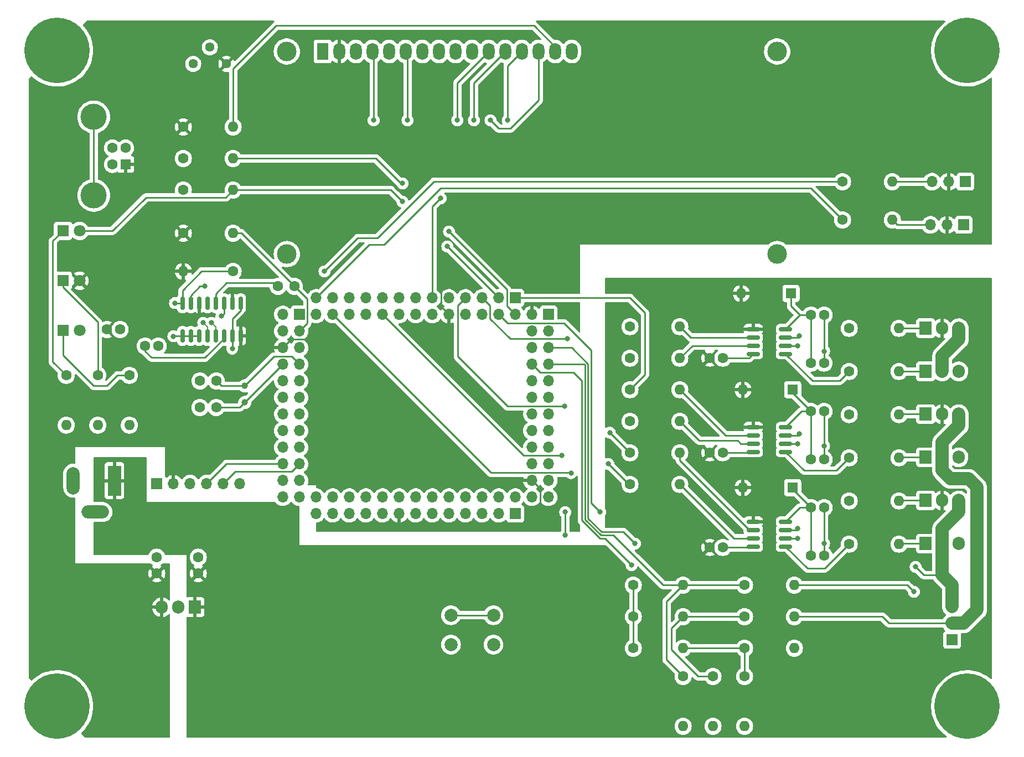
<source format=gbr>
%TF.GenerationSoftware,KiCad,Pcbnew,(6.0.7)*%
%TF.CreationDate,2022-11-12T20:07:08-06:00*%
%TF.ProjectId,Project 2,50726f6a-6563-4742-9032-2e6b69636164,rev?*%
%TF.SameCoordinates,Original*%
%TF.FileFunction,Copper,L1,Top*%
%TF.FilePolarity,Positive*%
%FSLAX46Y46*%
G04 Gerber Fmt 4.6, Leading zero omitted, Abs format (unit mm)*
G04 Created by KiCad (PCBNEW (6.0.7)) date 2022-11-12 20:07:08*
%MOMM*%
%LPD*%
G01*
G04 APERTURE LIST*
G04 Aperture macros list*
%AMRoundRect*
0 Rectangle with rounded corners*
0 $1 Rounding radius*
0 $2 $3 $4 $5 $6 $7 $8 $9 X,Y pos of 4 corners*
0 Add a 4 corners polygon primitive as box body*
4,1,4,$2,$3,$4,$5,$6,$7,$8,$9,$2,$3,0*
0 Add four circle primitives for the rounded corners*
1,1,$1+$1,$2,$3*
1,1,$1+$1,$4,$5*
1,1,$1+$1,$6,$7*
1,1,$1+$1,$8,$9*
0 Add four rect primitives between the rounded corners*
20,1,$1+$1,$2,$3,$4,$5,0*
20,1,$1+$1,$4,$5,$6,$7,0*
20,1,$1+$1,$6,$7,$8,$9,0*
20,1,$1+$1,$8,$9,$2,$3,0*%
G04 Aperture macros list end*
%TA.AperFunction,ComponentPad*%
%ADD10C,1.600000*%
%TD*%
%TA.AperFunction,ComponentPad*%
%ADD11O,1.600000X1.600000*%
%TD*%
%TA.AperFunction,ComponentPad*%
%ADD12R,1.905000X2.000000*%
%TD*%
%TA.AperFunction,ComponentPad*%
%ADD13O,1.905000X2.000000*%
%TD*%
%TA.AperFunction,ComponentPad*%
%ADD14C,10.000000*%
%TD*%
%TA.AperFunction,ComponentPad*%
%ADD15R,1.800000X1.800000*%
%TD*%
%TA.AperFunction,ComponentPad*%
%ADD16C,1.800000*%
%TD*%
%TA.AperFunction,SMDPad,CuDef*%
%ADD17RoundRect,0.150000X-0.825000X-0.150000X0.825000X-0.150000X0.825000X0.150000X-0.825000X0.150000X0*%
%TD*%
%TA.AperFunction,SMDPad,CuDef*%
%ADD18RoundRect,0.150000X0.150000X-0.850000X0.150000X0.850000X-0.150000X0.850000X-0.150000X-0.850000X0*%
%TD*%
%TA.AperFunction,ComponentPad*%
%ADD19R,1.700000X1.700000*%
%TD*%
%TA.AperFunction,ComponentPad*%
%ADD20O,1.700000X1.700000*%
%TD*%
%TA.AperFunction,ComponentPad*%
%ADD21C,1.000000*%
%TD*%
%TA.AperFunction,ComponentPad*%
%ADD22R,1.600000X1.600000*%
%TD*%
%TA.AperFunction,ComponentPad*%
%ADD23C,4.000000*%
%TD*%
%TA.AperFunction,ComponentPad*%
%ADD24C,2.000000*%
%TD*%
%TA.AperFunction,ComponentPad*%
%ADD25C,1.440000*%
%TD*%
%TA.AperFunction,ComponentPad*%
%ADD26R,2.000000X4.600000*%
%TD*%
%TA.AperFunction,ComponentPad*%
%ADD27O,2.000000X4.200000*%
%TD*%
%TA.AperFunction,ComponentPad*%
%ADD28O,4.200000X2.000000*%
%TD*%
%TA.AperFunction,ComponentPad*%
%ADD29C,3.000000*%
%TD*%
%TA.AperFunction,ComponentPad*%
%ADD30R,1.800000X2.600000*%
%TD*%
%TA.AperFunction,ComponentPad*%
%ADD31O,1.800000X2.600000*%
%TD*%
%TA.AperFunction,ViaPad*%
%ADD32C,0.800000*%
%TD*%
%TA.AperFunction,Conductor*%
%ADD33C,0.250000*%
%TD*%
%TA.AperFunction,Conductor*%
%ADD34C,2.000000*%
%TD*%
%TA.AperFunction,Conductor*%
%ADD35C,0.200000*%
%TD*%
G04 APERTURE END LIST*
D10*
%TO.P,R29,1*%
%TO.N,Net-(D4-Pad1)*%
X84457500Y-84740343D03*
D11*
%TO.P,R29,2*%
%TO.N,GND*%
X84457500Y-92360343D03*
%TD*%
D10*
%TO.P,R22,1*%
%TO.N,11*%
X161036000Y-82113000D03*
D11*
%TO.P,R22,2*%
%TO.N,Net-(R22-Pad2)*%
X168656000Y-82113000D03*
%TD*%
D10*
%TO.P,R13,1*%
%TO.N,A4*%
X178562000Y-116840000D03*
D11*
%TO.P,R13,2*%
%TO.N,Net-(C13-Pad2)*%
X186182000Y-116840000D03*
%TD*%
%TO.P,R28,2*%
%TO.N,Net-(J4-Pad3)*%
X201168000Y-60960000D03*
D10*
%TO.P,R28,1*%
%TO.N,12*%
X193548000Y-60960000D03*
%TD*%
D12*
%TO.P,Q4,1,G*%
%TO.N,Net-(Q4-Pad1)*%
X206248000Y-97282000D03*
D13*
%TO.P,Q4,2,D*%
%TO.N,Net-(C14-Pad2)*%
X208788000Y-97282000D03*
%TO.P,Q4,3,S*%
%TO.N,GND*%
X211328000Y-97282000D03*
%TD*%
D10*
%TO.P,R21,1*%
%TO.N,5*%
X161036000Y-77287000D03*
D11*
%TO.P,R21,2*%
%TO.N,Net-(R21-Pad2)*%
X168656000Y-77287000D03*
%TD*%
D14*
%TO.P,H1,1*%
%TO.N,GND*%
X73406000Y-135382000D03*
%TD*%
D10*
%TO.P,R6,1*%
%TO.N,Net-(R6-Pad1)*%
X194564000Y-84145000D03*
D11*
%TO.P,R6,2*%
%TO.N,Net-(Q2-Pad1)*%
X202184000Y-84145000D03*
%TD*%
D12*
%TO.P,U2,1,IN*%
%TO.N,+12V*%
X94488000Y-120213000D03*
D13*
%TO.P,U2,2,GND*%
%TO.N,GND*%
X91948000Y-120213000D03*
%TO.P,U2,3,OUT*%
%TO.N,+5V*%
X89408000Y-120213000D03*
%TD*%
D10*
%TO.P,R7,1*%
%TO.N,Net-(R7-Pad1)*%
X194564000Y-90749000D03*
D11*
%TO.P,R7,2*%
%TO.N,Net-(Q3-Pad1)*%
X202184000Y-90749000D03*
%TD*%
D10*
%TO.P,C7,1*%
%TO.N,Net-(C13-Pad1)*%
X188738000Y-75509000D03*
%TO.P,C7,2*%
%TO.N,Net-(C13-Pad2)*%
X190738000Y-75509000D03*
%TD*%
D12*
%TO.P,Q2,1,G*%
%TO.N,Net-(Q2-Pad1)*%
X206248000Y-84145000D03*
D13*
%TO.P,Q2,2,D*%
%TO.N,Net-(C13-Pad2)*%
X208788000Y-84145000D03*
%TO.P,Q2,3,S*%
%TO.N,GND*%
X211328000Y-84145000D03*
%TD*%
D10*
%TO.P,C12,1*%
%TO.N,Net-(C12-Pad1)*%
X188738000Y-104973000D03*
%TO.P,C12,2*%
%TO.N,Net-(C12-Pad2)*%
X190738000Y-104973000D03*
%TD*%
D15*
%TO.P,D4,1,K*%
%TO.N,Net-(D4-Pad1)*%
X74292500Y-77882343D03*
D16*
%TO.P,D4,2,A*%
%TO.N,Tx1*%
X76832500Y-77882343D03*
%TD*%
D10*
%TO.P,C9,1*%
%TO.N,Net-(C12-Pad1)*%
X188738000Y-112339000D03*
%TO.P,C9,2*%
%TO.N,Net-(C12-Pad2)*%
X190738000Y-112339000D03*
%TD*%
%TO.P,R1,1*%
%TO.N,pin 4*%
X161544000Y-116840000D03*
D11*
%TO.P,R1,2*%
%TO.N,A4*%
X169164000Y-116840000D03*
%TD*%
D12*
%TO.P,Q5,1,G*%
%TO.N,Net-(Q5-Pad1)*%
X206248000Y-103886000D03*
D13*
%TO.P,Q5,2,D*%
%TO.N,+12V*%
X208788000Y-103886000D03*
%TO.P,Q5,3,S*%
%TO.N,Net-(C12-Pad2)*%
X211328000Y-103886000D03*
%TD*%
D10*
%TO.P,C14,1*%
%TO.N,Net-(C14-Pad1)*%
X188722000Y-90241000D03*
%TO.P,C14,2*%
%TO.N,Net-(C14-Pad2)*%
X190722000Y-90241000D03*
%TD*%
D17*
%TO.P,U4,1,VCC*%
%TO.N,+12V*%
X179897000Y-92654000D03*
%TO.P,U4,2,IN*%
%TO.N,Net-(R23-Pad2)*%
X179897000Y-93924000D03*
%TO.P,U4,3,~{SD}*%
%TO.N,Net-(R24-Pad2)*%
X179897000Y-95194000D03*
%TO.P,U4,4,COM*%
%TO.N,GND*%
X179897000Y-96464000D03*
%TO.P,U4,5,LO*%
%TO.N,Net-(R8-Pad1)*%
X184847000Y-96464000D03*
%TO.P,U4,6,VS*%
%TO.N,Net-(C14-Pad2)*%
X184847000Y-95194000D03*
%TO.P,U4,7,HO*%
%TO.N,Net-(R7-Pad1)*%
X184847000Y-93924000D03*
%TO.P,U4,8,VB*%
%TO.N,Net-(C14-Pad1)*%
X184847000Y-92654000D03*
%TD*%
D14*
%TO.P,H4,1*%
%TO.N,GND*%
X73406000Y-35052000D03*
%TD*%
D10*
%TO.P,C13,1*%
%TO.N,Net-(C13-Pad1)*%
X188722000Y-82875000D03*
%TO.P,C13,2*%
%TO.N,Net-(C13-Pad2)*%
X190722000Y-82875000D03*
%TD*%
%TO.P,R18,1*%
%TO.N,Net-(R18-Pad1)*%
X100330000Y-68834000D03*
D11*
%TO.P,R18,2*%
%TO.N,+5V*%
X92710000Y-68834000D03*
%TD*%
D10*
%TO.P,R14,1*%
%TO.N,A2*%
X178562000Y-121666000D03*
D11*
%TO.P,R14,2*%
%TO.N,Net-(C14-Pad2)*%
X186182000Y-121666000D03*
%TD*%
D10*
%TO.P,C3,1*%
%TO.N,+5V*%
X81042000Y-77724000D03*
%TO.P,C3,2*%
%TO.N,GND*%
X83042000Y-77724000D03*
%TD*%
%TO.P,C1,1*%
%TO.N,+12V*%
X94996000Y-115062000D03*
%TO.P,C1,2*%
%TO.N,GND*%
X94996000Y-112562000D03*
%TD*%
%TO.P,R20,1*%
%TO.N,Net-(R20-Pad1)*%
X92710000Y-56388000D03*
D11*
%TO.P,R20,2*%
%TO.N,Tx*%
X100330000Y-56388000D03*
%TD*%
D17*
%TO.P,U5,1,VCC*%
%TO.N,+12V*%
X179897000Y-107132000D03*
%TO.P,U5,2,IN*%
%TO.N,Net-(R25-Pad2)*%
X179897000Y-108402000D03*
%TO.P,U5,3,~{SD}*%
%TO.N,Net-(R26-Pad2)*%
X179897000Y-109672000D03*
%TO.P,U5,4,COM*%
%TO.N,GND*%
X179897000Y-110942000D03*
%TO.P,U5,5,LO*%
%TO.N,Net-(R10-Pad1)*%
X184847000Y-110942000D03*
%TO.P,U5,6,VS*%
%TO.N,Net-(C12-Pad2)*%
X184847000Y-109672000D03*
%TO.P,U5,7,HO*%
%TO.N,Net-(R9-Pad1)*%
X184847000Y-108402000D03*
%TO.P,U5,8,VB*%
%TO.N,Net-(C12-Pad1)*%
X184847000Y-107132000D03*
%TD*%
D10*
%TO.P,C10,1*%
%TO.N,Clk1*%
X97770000Y-85598000D03*
%TO.P,C10,2*%
%TO.N,GND*%
X95270000Y-85598000D03*
%TD*%
%TO.P,R11,1*%
%TO.N,A2*%
X173736000Y-130810000D03*
D11*
%TO.P,R11,2*%
%TO.N,GND*%
X173736000Y-138430000D03*
%TD*%
D15*
%TO.P,D6,1,K*%
%TO.N,Net-(D6-Pad1)*%
X74292500Y-62642343D03*
D16*
%TO.P,D6,2,A*%
%TO.N,Tx*%
X76832500Y-62642343D03*
%TD*%
D10*
%TO.P,R19,1*%
%TO.N,Net-(R19-Pad1)*%
X92710000Y-51562000D03*
D11*
%TO.P,R19,2*%
%TO.N,Rx*%
X100330000Y-51562000D03*
%TD*%
D10*
%TO.P,R10,1*%
%TO.N,Net-(R10-Pad1)*%
X194564000Y-110561000D03*
D11*
%TO.P,R10,2*%
%TO.N,Net-(Q6-Pad1)*%
X202184000Y-110561000D03*
%TD*%
D18*
%TO.P,U6,1,group1*%
%TO.N,Net-(R18-Pad1)*%
X92583000Y-78728843D03*
%TO.P,U6,2,group2*%
X93853000Y-78728843D03*
%TO.P,U6,3,Group3*%
X95123000Y-78728843D03*
%TO.P,U6,4,D+*%
%TO.N,D+*%
X96393000Y-78728843D03*
%TO.P,U6,5,D-*%
%TO.N,D-*%
X97663000Y-78728843D03*
%TO.P,U6,6,capGND*%
%TO.N,Net-(C15-Pad1)*%
X98933000Y-78728843D03*
%TO.P,U6,7,GND*%
%TO.N,GND*%
X100203000Y-78728843D03*
%TO.P,U6,8,5V*%
%TO.N,+5V*%
X101473000Y-78728843D03*
%TO.P,U6,9,GND*%
%TO.N,GND*%
X101473000Y-73728843D03*
%TO.P,U6,10,5V*%
%TO.N,+5V*%
X100203000Y-73728843D03*
%TO.P,U6,11,Tx*%
%TO.N,Net-(R19-Pad1)*%
X98933000Y-73728843D03*
%TO.P,U6,12,RESET*%
%TO.N,Net-(C16-Pad1)*%
X97663000Y-73728843D03*
%TO.P,U6,13,Litteraly_nothing*%
%TO.N,unconnected-(U6-Pad13)*%
X96393000Y-73728843D03*
%TO.P,U6,14,5V*%
%TO.N,+5V*%
X95123000Y-73728843D03*
%TO.P,U6,15,Rx*%
%TO.N,Net-(R20-Pad1)*%
X93853000Y-73728843D03*
%TO.P,U6,16,group4*%
%TO.N,Net-(R18-Pad1)*%
X92583000Y-73728843D03*
%TD*%
D19*
%TO.P,J5,1,Pin_1*%
%TO.N,unconnected-(J5-Pad1)*%
X88671000Y-101321000D03*
D20*
%TO.P,J5,2,Pin_2*%
%TO.N,+5V*%
X91211000Y-101321000D03*
%TO.P,J5,3,Pin_3*%
%TO.N,GND*%
X93751000Y-101321000D03*
%TO.P,J5,4,Pin_4*%
%TO.N,Tx1*%
X96291000Y-101321000D03*
%TO.P,J5,5,Pin_5*%
%TO.N,Rx1*%
X98831000Y-101321000D03*
%TO.P,J5,6,Pin_6*%
%TO.N,unconnected-(J5-Pad6)*%
X101371000Y-101321000D03*
%TD*%
D21*
%TO.P,Y1,1,1*%
%TO.N,Clk2*%
X102108000Y-88900000D03*
%TO.P,Y1,2,2*%
%TO.N,Clk1*%
X102108000Y-86360000D03*
%TD*%
D10*
%TO.P,R24,1*%
%TO.N,10*%
X161036000Y-91765000D03*
D11*
%TO.P,R24,2*%
%TO.N,Net-(R24-Pad2)*%
X168656000Y-91765000D03*
%TD*%
D10*
%TO.P,R3,1*%
%TO.N,pin 4*%
X161544000Y-126492000D03*
D11*
%TO.P,R3,2*%
%TO.N,A3*%
X169164000Y-126492000D03*
%TD*%
D10*
%TO.P,C16,1*%
%TO.N,Net-(C16-Pad1)*%
X107208000Y-71120000D03*
%TO.P,C16,2*%
%TO.N,Reset*%
X109708000Y-71120000D03*
%TD*%
D22*
%TO.P,D3,1,K*%
%TO.N,Net-(C12-Pad1)*%
X185928000Y-101925000D03*
D11*
%TO.P,D3,2,A*%
%TO.N,+12V*%
X178308000Y-101925000D03*
%TD*%
D10*
%TO.P,R4,1*%
%TO.N,A4*%
X169164000Y-130810000D03*
D11*
%TO.P,R4,2*%
%TO.N,GND*%
X169164000Y-138430000D03*
%TD*%
D19*
%TO.P,J4,1,Pin_1*%
%TO.N,GND*%
X212090000Y-61722000D03*
D20*
%TO.P,J4,2,Pin_2*%
%TO.N,+5V*%
X209550000Y-61722000D03*
%TO.P,J4,3,Pin_3*%
%TO.N,Net-(J4-Pad3)*%
X207010000Y-61722000D03*
%TD*%
D10*
%TO.P,R16,1*%
%TO.N,+5V*%
X92710000Y-46736000D03*
D11*
%TO.P,R16,2*%
%TO.N,Net-(J6-Pad15)*%
X100330000Y-46736000D03*
%TD*%
D10*
%TO.P,R8,1*%
%TO.N,Net-(R8-Pad1)*%
X194564000Y-97353000D03*
D11*
%TO.P,R8,2*%
%TO.N,Net-(Q4-Pad1)*%
X202184000Y-97353000D03*
%TD*%
D10*
%TO.P,R2,1*%
%TO.N,pin 4*%
X161544000Y-121666000D03*
D11*
%TO.P,R2,2*%
%TO.N,A2*%
X169164000Y-121666000D03*
%TD*%
D19*
%TO.P,J3,1,Pin_1*%
%TO.N,Net-(C13-Pad2)*%
X210312000Y-125222000D03*
D20*
%TO.P,J3,2,Pin_2*%
%TO.N,Net-(C14-Pad2)*%
X210312000Y-122682000D03*
%TO.P,J3,3,Pin_3*%
%TO.N,Net-(C12-Pad2)*%
X210312000Y-120142000D03*
%TD*%
D15*
%TO.P,D5,1,K*%
%TO.N,Net-(D5-Pad1)*%
X74292500Y-70262343D03*
D16*
%TO.P,D5,2,A*%
%TO.N,+5V*%
X76832500Y-70262343D03*
%TD*%
D10*
%TO.P,C4,1*%
%TO.N,+12V*%
X173244000Y-82113000D03*
%TO.P,C4,2*%
%TO.N,GND*%
X175244000Y-82113000D03*
%TD*%
%TO.P,C11,1*%
%TO.N,Clk2*%
X97750000Y-89662000D03*
%TO.P,C11,2*%
%TO.N,GND*%
X95250000Y-89662000D03*
%TD*%
%TO.P,C15,1*%
%TO.N,Net-(C15-Pad1)*%
X86884000Y-80264000D03*
%TO.P,C15,2*%
%TO.N,GND*%
X88884000Y-80264000D03*
%TD*%
%TO.P,R26,1*%
%TO.N,9*%
X161036000Y-101417000D03*
D11*
%TO.P,R26,2*%
%TO.N,Net-(R26-Pad2)*%
X168656000Y-101417000D03*
%TD*%
D22*
%TO.P,J1,1,VBUS*%
%TO.N,+5V*%
X83879000Y-52462343D03*
D10*
%TO.P,J1,2,D-*%
%TO.N,D-*%
X83879000Y-49962343D03*
%TO.P,J1,3,D+*%
%TO.N,D+*%
X81879000Y-49962343D03*
%TO.P,J1,4,GND*%
%TO.N,GND*%
X81879000Y-52462343D03*
D23*
%TO.P,J1,5,Shield*%
%TO.N,unconnected-(J1-Pad5)*%
X79019000Y-45212343D03*
X79019000Y-57212343D03*
%TD*%
D24*
%TO.P,SW1,1,1*%
%TO.N,Reset*%
X133656000Y-121448000D03*
X140156000Y-121448000D03*
%TO.P,SW1,2,2*%
%TO.N,GND*%
X140156000Y-125948000D03*
X133656000Y-125948000D03*
%TD*%
D10*
%TO.P,R30,1*%
%TO.N,Net-(D5-Pad1)*%
X79631500Y-84740343D03*
D11*
%TO.P,R30,2*%
%TO.N,GND*%
X79631500Y-92360343D03*
%TD*%
D25*
%TO.P,RV1,1,1*%
%TO.N,+5V*%
X99314000Y-37084000D03*
%TO.P,RV1,2,2*%
%TO.N,Net-(J6-Pad3)*%
X96774000Y-34544000D03*
%TO.P,RV1,3,3*%
%TO.N,GND*%
X94234000Y-37084000D03*
%TD*%
D10*
%TO.P,R9,1*%
%TO.N,Net-(R9-Pad1)*%
X194564000Y-103957000D03*
D11*
%TO.P,R9,2*%
%TO.N,Net-(Q5-Pad1)*%
X202184000Y-103957000D03*
%TD*%
D19*
%TO.P,U1,1,PG5*%
%TO.N,4*%
X143510000Y-72898000D03*
D20*
%TO.P,U1,2,PE0*%
%TO.N,Rx*%
X143510000Y-75438000D03*
%TO.P,U1,3,PE1*%
%TO.N,Tx*%
X140970000Y-72898000D03*
%TO.P,U1,4,PE2*%
%TO.N,pin 4*%
X140970000Y-75438000D03*
%TO.P,U1,5,PE3*%
%TO.N,5*%
X138430000Y-72898000D03*
%TO.P,U1,6,PE4*%
%TO.N,unconnected-(U1-Pad6)*%
X138430000Y-75438000D03*
%TO.P,U1,7,PE5*%
%TO.N,3*%
X135890000Y-72898000D03*
%TO.P,U1,8,PE6*%
%TO.N,unconnected-(U1-Pad8)*%
X135890000Y-75438000D03*
%TO.P,U1,9,PE7*%
%TO.N,unconnected-(U1-Pad9)*%
X133350000Y-72898000D03*
%TO.P,U1,10,VCC*%
%TO.N,+5V*%
X133350000Y-75438000D03*
%TO.P,U1,11,GND*%
%TO.N,GND*%
X130810000Y-72898000D03*
%TO.P,U1,12,PH0*%
%TO.N,unconnected-(U1-Pad12)*%
X130810000Y-75438000D03*
%TO.P,U1,13,PH1*%
%TO.N,unconnected-(U1-Pad13)*%
X128270000Y-72898000D03*
%TO.P,U1,14,PH2*%
%TO.N,unconnected-(U1-Pad14)*%
X128270000Y-75438000D03*
%TO.P,U1,15,PH3*%
%TO.N,unconnected-(U1-Pad15)*%
X125730000Y-72898000D03*
%TO.P,U1,16,PH4*%
%TO.N,unconnected-(U1-Pad16)*%
X125730000Y-75438000D03*
%TO.P,U1,17,PH5*%
%TO.N,unconnected-(U1-Pad17)*%
X123190000Y-72898000D03*
%TO.P,U1,18,PH6*%
%TO.N,9*%
X123190000Y-75438000D03*
%TO.P,U1,19,PB0*%
%TO.N,unconnected-(U1-Pad19)*%
X120650000Y-72898000D03*
%TO.P,U1,20,PB1*%
%TO.N,unconnected-(U1-Pad20)*%
X120650000Y-75438000D03*
%TO.P,U1,21,PB2*%
%TO.N,unconnected-(U1-Pad21)*%
X118110000Y-72898000D03*
%TO.P,U1,22,PB3*%
%TO.N,unconnected-(U1-Pad22)*%
X118110000Y-75438000D03*
%TO.P,U1,23,PB4*%
%TO.N,10*%
X115570000Y-72898000D03*
%TO.P,U1,24,PB5*%
%TO.N,11*%
X115570000Y-75438000D03*
%TO.P,U1,25,PB6*%
%TO.N,12*%
X113030000Y-72898000D03*
%TO.P,U1,26,PB7*%
%TO.N,13*%
X113030000Y-75438000D03*
%TO.P,U1,27,PH7*%
%TO.N,unconnected-(U1-Pad27)*%
X107950000Y-75438000D03*
D19*
%TO.P,U1,28,PG3*%
%TO.N,unconnected-(U1-Pad28)*%
X110490000Y-75438000D03*
D20*
%TO.P,U1,29,PG4*%
%TO.N,unconnected-(U1-Pad29)*%
X107950000Y-77978000D03*
%TO.P,U1,30,~{RESET}*%
%TO.N,Reset*%
X110490000Y-77978000D03*
%TO.P,U1,31,VCC*%
%TO.N,+5V*%
X107950000Y-80518000D03*
%TO.P,U1,32,GND*%
%TO.N,GND*%
X110490000Y-80518000D03*
%TO.P,U1,33,XTAL2*%
%TO.N,Clk2*%
X107950000Y-83058000D03*
%TO.P,U1,34,XTAL1*%
%TO.N,Clk1*%
X110490000Y-83058000D03*
%TO.P,U1,35,PL0*%
%TO.N,unconnected-(U1-Pad35)*%
X107950000Y-85598000D03*
%TO.P,U1,36,PL1*%
%TO.N,unconnected-(U1-Pad36)*%
X110490000Y-85598000D03*
%TO.P,U1,37,PL2*%
%TO.N,unconnected-(U1-Pad37)*%
X107950000Y-88138000D03*
%TO.P,U1,38,PL3*%
%TO.N,unconnected-(U1-Pad38)*%
X110490000Y-88138000D03*
%TO.P,U1,39,PL4*%
%TO.N,unconnected-(U1-Pad39)*%
X107950000Y-90678000D03*
%TO.P,U1,40,PL5*%
%TO.N,unconnected-(U1-Pad40)*%
X110490000Y-90678000D03*
%TO.P,U1,41,PL6*%
%TO.N,unconnected-(U1-Pad41)*%
X107950000Y-93218000D03*
%TO.P,U1,42,PL7*%
%TO.N,unconnected-(U1-Pad42)*%
X110490000Y-93218000D03*
%TO.P,U1,43,PD0*%
%TO.N,unconnected-(U1-Pad43)*%
X107950000Y-95758000D03*
%TO.P,U1,44,PD1*%
%TO.N,unconnected-(U1-Pad44)*%
X110490000Y-95758000D03*
%TO.P,U1,45,PD2*%
%TO.N,Tx1*%
X107950000Y-98298000D03*
%TO.P,U1,46,PD3*%
%TO.N,Rx1*%
X110490000Y-98298000D03*
%TO.P,U1,47,PD4*%
%TO.N,unconnected-(U1-Pad47)*%
X107950000Y-100838000D03*
%TO.P,U1,48,PD5*%
%TO.N,unconnected-(U1-Pad48)*%
X110490000Y-100838000D03*
%TO.P,U1,49,PD6*%
%TO.N,unconnected-(U1-Pad49)*%
X107950000Y-103378000D03*
%TO.P,U1,50,PD7*%
%TO.N,unconnected-(U1-Pad50)*%
X110490000Y-103378000D03*
%TO.P,U1,51,PG0*%
%TO.N,unconnected-(U1-Pad51)*%
X113030000Y-105918000D03*
%TO.P,U1,52,PG1*%
%TO.N,unconnected-(U1-Pad52)*%
X113030000Y-103378000D03*
%TO.P,U1,53,PC0*%
%TO.N,unconnected-(U1-Pad53)*%
X115570000Y-105918000D03*
%TO.P,U1,54,PC1*%
%TO.N,unconnected-(U1-Pad54)*%
X115570000Y-103378000D03*
%TO.P,U1,55,PC2*%
%TO.N,unconnected-(U1-Pad55)*%
X118110000Y-105918000D03*
%TO.P,U1,56,PC3*%
%TO.N,unconnected-(U1-Pad56)*%
X118110000Y-103378000D03*
%TO.P,U1,57,PC4*%
%TO.N,unconnected-(U1-Pad57)*%
X120650000Y-105918000D03*
%TO.P,U1,58,PC5*%
%TO.N,unconnected-(U1-Pad58)*%
X120650000Y-103378000D03*
%TO.P,U1,59,PC6*%
%TO.N,unconnected-(U1-Pad59)*%
X123190000Y-105918000D03*
%TO.P,U1,60,PC7*%
%TO.N,unconnected-(U1-Pad60)*%
X123190000Y-103378000D03*
%TO.P,U1,61,VCC*%
%TO.N,+5V*%
X125730000Y-105918000D03*
%TO.P,U1,62,GND*%
%TO.N,GND*%
X125730000Y-103378000D03*
%TO.P,U1,63,PJ0*%
%TO.N,unconnected-(U1-Pad63)*%
X128270000Y-105918000D03*
%TO.P,U1,64,PJ1*%
%TO.N,unconnected-(U1-Pad64)*%
X128270000Y-103378000D03*
%TO.P,U1,65,PJ2*%
%TO.N,unconnected-(U1-Pad65)*%
X130810000Y-105918000D03*
%TO.P,U1,66,PJ3*%
%TO.N,unconnected-(U1-Pad66)*%
X130810000Y-103378000D03*
%TO.P,U1,67,PJ4*%
%TO.N,unconnected-(U1-Pad67)*%
X133350000Y-105918000D03*
%TO.P,U1,68,PJ5*%
%TO.N,unconnected-(U1-Pad68)*%
X133350000Y-103378000D03*
%TO.P,U1,69,PJ6*%
%TO.N,unconnected-(U1-Pad69)*%
X135890000Y-105918000D03*
%TO.P,U1,70,PG2*%
%TO.N,unconnected-(U1-Pad70)*%
X135890000Y-103378000D03*
%TO.P,U1,71,PA7*%
%TO.N,unconnected-(U1-Pad71)*%
X138430000Y-105918000D03*
%TO.P,U1,72,PA6*%
%TO.N,unconnected-(U1-Pad72)*%
X138430000Y-103378000D03*
%TO.P,U1,73,PA5*%
%TO.N,27*%
X140970000Y-105918000D03*
%TO.P,U1,74,PA4*%
%TO.N,26*%
X140970000Y-103378000D03*
D19*
%TO.P,U1,75,PA3*%
%TO.N,25*%
X143510000Y-105918000D03*
D20*
%TO.P,U1,76,PA2*%
%TO.N,24*%
X143510000Y-103378000D03*
%TO.P,U1,77,PA1*%
%TO.N,23*%
X148590000Y-103378000D03*
%TO.P,U1,78,PA0*%
%TO.N,22*%
X146050000Y-103378000D03*
%TO.P,U1,79,PJ7*%
%TO.N,unconnected-(U1-Pad79)*%
X148590000Y-100838000D03*
%TO.P,U1,80,VCC*%
%TO.N,+5V*%
X146050000Y-100838000D03*
%TO.P,U1,81,GND*%
%TO.N,GND*%
X148590000Y-98298000D03*
%TO.P,U1,82,PK7*%
%TO.N,unconnected-(U1-Pad82)*%
X146050000Y-98298000D03*
%TO.P,U1,83,PK6*%
%TO.N,unconnected-(U1-Pad83)*%
X148590000Y-95758000D03*
%TO.P,U1,84,PK5*%
%TO.N,unconnected-(U1-Pad84)*%
X146050000Y-95758000D03*
%TO.P,U1,85,PK4*%
%TO.N,unconnected-(U1-Pad85)*%
X148590000Y-93218000D03*
%TO.P,U1,86,PK3*%
%TO.N,unconnected-(U1-Pad86)*%
X146050000Y-93218000D03*
%TO.P,U1,87,PK2*%
%TO.N,unconnected-(U1-Pad87)*%
X148590000Y-90678000D03*
%TO.P,U1,88,PK1*%
%TO.N,unconnected-(U1-Pad88)*%
X146050000Y-90678000D03*
%TO.P,U1,89,PK0*%
%TO.N,unconnected-(U1-Pad89)*%
X148590000Y-88138000D03*
%TO.P,U1,90,PF7*%
%TO.N,unconnected-(U1-Pad90)*%
X146050000Y-88138000D03*
%TO.P,U1,91,PF6*%
%TO.N,unconnected-(U1-Pad91)*%
X148590000Y-85598000D03*
%TO.P,U1,92,PF5*%
%TO.N,unconnected-(U1-Pad92)*%
X146050000Y-85598000D03*
%TO.P,U1,93,PF4*%
%TO.N,A4*%
X148590000Y-83058000D03*
%TO.P,U1,94,PF3*%
%TO.N,A3*%
X146050000Y-83058000D03*
%TO.P,U1,95,PF2*%
%TO.N,A2*%
X148590000Y-80518000D03*
%TO.P,U1,96,PF1*%
%TO.N,unconnected-(U1-Pad96)*%
X146050000Y-80518000D03*
%TO.P,U1,97,PF0*%
%TO.N,unconnected-(U1-Pad97)*%
X148590000Y-77978000D03*
%TO.P,U1,98,AREF*%
%TO.N,unconnected-(U1-Pad98)*%
X146050000Y-77978000D03*
D19*
%TO.P,U1,99,GND*%
%TO.N,GND*%
X148590000Y-75438000D03*
D20*
%TO.P,U1,100,AVCC*%
%TO.N,+5V*%
X146050000Y-75438000D03*
%TD*%
D14*
%TO.P,H2,1*%
%TO.N,GND*%
X212598000Y-135382000D03*
%TD*%
D10*
%TO.P,R15,1*%
%TO.N,A3*%
X178562000Y-126492000D03*
D11*
%TO.P,R15,2*%
%TO.N,Net-(C12-Pad2)*%
X186182000Y-126492000D03*
%TD*%
D19*
%TO.P,J7,1,Pin_1*%
%TO.N,GND*%
X212329000Y-55118000D03*
D20*
%TO.P,J7,2,Pin_2*%
%TO.N,+5V*%
X209789000Y-55118000D03*
%TO.P,J7,3,Pin_3*%
%TO.N,Net-(J7-Pad3)*%
X207249000Y-55118000D03*
%TD*%
D10*
%TO.P,C8,1*%
%TO.N,Net-(C14-Pad1)*%
X188738000Y-97607000D03*
%TO.P,C8,2*%
%TO.N,Net-(C14-Pad2)*%
X190738000Y-97607000D03*
%TD*%
D12*
%TO.P,Q3,1,G*%
%TO.N,Net-(Q3-Pad1)*%
X206248000Y-90678000D03*
D13*
%TO.P,Q3,2,D*%
%TO.N,+12V*%
X208788000Y-90678000D03*
%TO.P,Q3,3,S*%
%TO.N,Net-(C14-Pad2)*%
X211328000Y-90678000D03*
%TD*%
D12*
%TO.P,Q1,1,G*%
%TO.N,Net-(Q1-Pad1)*%
X206248000Y-77541000D03*
D13*
%TO.P,Q1,2,D*%
%TO.N,+12V*%
X208788000Y-77541000D03*
%TO.P,Q1,3,S*%
%TO.N,Net-(C13-Pad2)*%
X211328000Y-77541000D03*
%TD*%
D10*
%TO.P,C6,1*%
%TO.N,+12V*%
X173228000Y-96591000D03*
%TO.P,C6,2*%
%TO.N,GND*%
X175228000Y-96591000D03*
%TD*%
D12*
%TO.P,Q6,1,G*%
%TO.N,Net-(Q6-Pad1)*%
X206248000Y-110490000D03*
D13*
%TO.P,Q6,2,D*%
%TO.N,Net-(C12-Pad2)*%
X208788000Y-110490000D03*
%TO.P,Q6,3,S*%
%TO.N,GND*%
X211328000Y-110490000D03*
%TD*%
D11*
%TO.P,R27,2*%
%TO.N,Net-(J7-Pad3)*%
X201168000Y-55118000D03*
D10*
%TO.P,R27,1*%
%TO.N,13*%
X193548000Y-55118000D03*
%TD*%
%TO.P,R12,1*%
%TO.N,A3*%
X178562000Y-130810000D03*
D11*
%TO.P,R12,2*%
%TO.N,GND*%
X178562000Y-138430000D03*
%TD*%
D10*
%TO.P,R25,1*%
%TO.N,3*%
X161036000Y-96591000D03*
D11*
%TO.P,R25,2*%
%TO.N,Net-(R25-Pad2)*%
X168656000Y-96591000D03*
%TD*%
D10*
%TO.P,R17,1*%
%TO.N,+5V*%
X92710000Y-62992000D03*
D11*
%TO.P,R17,2*%
%TO.N,Reset*%
X100330000Y-62992000D03*
%TD*%
D26*
%TO.P,J2,1*%
%TO.N,+12V*%
X82171500Y-100854343D03*
D27*
%TO.P,J2,2*%
%TO.N,GND*%
X75871500Y-100854343D03*
D28*
%TO.P,J2,3*%
%TO.N,N/C*%
X79271500Y-105654343D03*
%TD*%
D17*
%TO.P,U3,1,VCC*%
%TO.N,+12V*%
X179897000Y-77668000D03*
%TO.P,U3,2,IN*%
%TO.N,Net-(R21-Pad2)*%
X179897000Y-78938000D03*
%TO.P,U3,3,~{SD}*%
%TO.N,Net-(R22-Pad2)*%
X179897000Y-80208000D03*
%TO.P,U3,4,COM*%
%TO.N,GND*%
X179897000Y-81478000D03*
%TO.P,U3,5,LO*%
%TO.N,Net-(R6-Pad1)*%
X184847000Y-81478000D03*
%TO.P,U3,6,VS*%
%TO.N,Net-(C13-Pad2)*%
X184847000Y-80208000D03*
%TO.P,U3,7,HO*%
%TO.N,Net-(R5-Pad1)*%
X184847000Y-78938000D03*
%TO.P,U3,8,VB*%
%TO.N,Net-(C13-Pad1)*%
X184847000Y-77668000D03*
%TD*%
D10*
%TO.P,C2,1*%
%TO.N,+5V*%
X88646000Y-115062000D03*
%TO.P,C2,2*%
%TO.N,GND*%
X88646000Y-112562000D03*
%TD*%
%TO.P,R23,1*%
%TO.N,4*%
X161036000Y-86939000D03*
D11*
%TO.P,R23,2*%
%TO.N,Net-(R23-Pad2)*%
X168656000Y-86939000D03*
%TD*%
D22*
%TO.P,D1,1,K*%
%TO.N,Net-(C13-Pad1)*%
X185674000Y-72207000D03*
D11*
%TO.P,D1,2,A*%
%TO.N,+12V*%
X178054000Y-72207000D03*
%TD*%
D29*
%TO.P,J6,*%
%TO.N,*%
X183549480Y-66189200D03*
X108550900Y-66189200D03*
X108550900Y-35188500D03*
X183550000Y-35188500D03*
D30*
%TO.P,J6,1,Pin_1*%
%TO.N,GND*%
X114050000Y-35188500D03*
D31*
%TO.P,J6,2,Pin_2*%
%TO.N,+5V*%
X116590000Y-35188500D03*
%TO.P,J6,3,Pin_3*%
%TO.N,Net-(J6-Pad3)*%
X119130000Y-35188500D03*
%TO.P,J6,4,Pin_4*%
%TO.N,27*%
X121670000Y-35188500D03*
%TO.P,J6,5,Pin_5*%
%TO.N,GND*%
X124210000Y-35188500D03*
%TO.P,J6,6,Pin_6*%
%TO.N,26*%
X126750000Y-35188500D03*
%TO.P,J6,7,Pin_7*%
%TO.N,unconnected-(J6-Pad7)*%
X129290000Y-35188500D03*
%TO.P,J6,8,Pin_8*%
%TO.N,unconnected-(J6-Pad8)*%
X131830000Y-35188500D03*
%TO.P,J6,9,Pin_9*%
%TO.N,unconnected-(J6-Pad9)*%
X134370000Y-35188500D03*
%TO.P,J6,10,Pin_10*%
%TO.N,unconnected-(J6-Pad10)*%
X136910000Y-35188500D03*
%TO.P,J6,11,Pin_11*%
%TO.N,25*%
X139450000Y-35188500D03*
%TO.P,J6,12,Pin_12*%
%TO.N,24*%
X141990000Y-35188500D03*
%TO.P,J6,13,Pin_13*%
%TO.N,23*%
X144530000Y-35188500D03*
%TO.P,J6,14,Pin_14*%
%TO.N,22*%
X147070000Y-35188500D03*
%TO.P,J6,15,Pin_15*%
%TO.N,Net-(J6-Pad15)*%
X149610000Y-35188500D03*
%TO.P,J6,16,Pin_16*%
%TO.N,GND*%
X152150000Y-35188500D03*
%TD*%
D10*
%TO.P,R31,1*%
%TO.N,Net-(D6-Pad1)*%
X74805500Y-84740343D03*
D11*
%TO.P,R31,2*%
%TO.N,GND*%
X74805500Y-92360343D03*
%TD*%
D22*
%TO.P,D2,1,K*%
%TO.N,Net-(C14-Pad1)*%
X185928000Y-86939000D03*
D11*
%TO.P,D2,2,A*%
%TO.N,+12V*%
X178308000Y-86939000D03*
%TD*%
D14*
%TO.P,H3,1*%
%TO.N,GND*%
X212598000Y-35052000D03*
%TD*%
D10*
%TO.P,R5,1*%
%TO.N,Net-(R5-Pad1)*%
X194564000Y-77541000D03*
D11*
%TO.P,R5,2*%
%TO.N,Net-(Q1-Pad1)*%
X202184000Y-77541000D03*
%TD*%
D10*
%TO.P,C5,1*%
%TO.N,+12V*%
X173244000Y-111069000D03*
%TO.P,C5,2*%
%TO.N,GND*%
X175244000Y-111069000D03*
%TD*%
D32*
%TO.N,GND*%
X100203000Y-80665000D03*
X151130000Y-105664000D03*
X151130000Y-109220000D03*
X132080000Y-57658000D03*
%TO.N,+5V*%
X133350000Y-59436000D03*
X114554000Y-79248000D03*
X147320000Y-105156000D03*
X146304000Y-70866000D03*
%TO.N,Net-(C13-Pad2)*%
X190738000Y-81042000D03*
X204470000Y-117856000D03*
X186690000Y-80264000D03*
%TO.N,Net-(C14-Pad2)*%
X186690000Y-95250000D03*
X190722000Y-95536000D03*
%TO.N,Net-(C12-Pad2)*%
X204724000Y-114046000D03*
X190738000Y-110490000D03*
X186690000Y-109728000D03*
%TO.N,D-*%
X97028000Y-76708000D03*
%TO.N,D+*%
X95758000Y-76708000D03*
%TO.N,11*%
X152019000Y-99695000D03*
%TO.N,27*%
X121825000Y-45720000D03*
%TO.N,26*%
X127000000Y-45720000D03*
%TO.N,25*%
X134620000Y-45720000D03*
%TO.N,24*%
X137160000Y-45720000D03*
%TO.N,23*%
X142335000Y-45720000D03*
%TO.N,22*%
X139700000Y-45720000D03*
%TO.N,13*%
X114300000Y-68834000D03*
%TO.N,A2*%
X161798000Y-110490000D03*
%TO.N,A3*%
X161290000Y-113792000D03*
%TO.N,Net-(R5-Pad1)*%
X186944000Y-78740000D03*
%TO.N,Net-(R7-Pad1)*%
X186944000Y-93726000D03*
%TO.N,Net-(R9-Pad1)*%
X186690000Y-108204000D03*
%TO.N,Net-(R18-Pad1)*%
X91440000Y-73688843D03*
X91186000Y-78768843D03*
%TO.N,Net-(R19-Pad1)*%
X98552000Y-75692000D03*
%TO.N,Rx*%
X126238000Y-55372000D03*
X133350000Y-62738000D03*
%TO.N,Net-(R20-Pad1)*%
X96012000Y-71120000D03*
%TO.N,Tx*%
X133096000Y-65024000D03*
X126238000Y-58166000D03*
%TO.N,5*%
X151479000Y-79153000D03*
%TO.N,3*%
X151035000Y-89503000D03*
X157952500Y-93507500D03*
%TO.N,9*%
X150617722Y-97032278D03*
X157734000Y-98298000D03*
%TO.N,pin 4*%
X156464000Y-105664000D03*
%TD*%
D33*
%TO.N,GND*%
X179897000Y-110942000D02*
X179770000Y-111069000D01*
X100203000Y-76073000D02*
X100203000Y-78728843D01*
X100203000Y-78728843D02*
X100203000Y-80665000D01*
X179897000Y-81478000D02*
X179262000Y-82113000D01*
X132080000Y-57658000D02*
X130810000Y-58928000D01*
X179770000Y-111069000D02*
X175244000Y-111069000D01*
X130810000Y-58928000D02*
X130810000Y-72898000D01*
X179770000Y-96591000D02*
X175228000Y-96591000D01*
X101473000Y-73728843D02*
X101473000Y-74803000D01*
X101473000Y-74803000D02*
X100203000Y-76073000D01*
X179897000Y-96464000D02*
X179770000Y-96591000D01*
X151130000Y-105664000D02*
X151130000Y-109220000D01*
X179262000Y-82113000D02*
X175244000Y-82113000D01*
%TO.N,+5V*%
X132175000Y-67659000D02*
X132175000Y-74263000D01*
X147320000Y-102108000D02*
X146050000Y-100838000D01*
X114554000Y-79248000D02*
X109220000Y-79248000D01*
X131572000Y-61214000D02*
X131572000Y-67056000D01*
X147320000Y-105156000D02*
X147320000Y-102108000D01*
X109220000Y-79248000D02*
X107950000Y-80518000D01*
X101592000Y-78609843D02*
X101473000Y-78728843D01*
X131572000Y-67056000D02*
X132175000Y-67659000D01*
X132175000Y-74263000D02*
X133350000Y-75438000D01*
X133350000Y-59436000D02*
X131572000Y-61214000D01*
%TO.N,Net-(C13-Pad1)*%
X185674000Y-72207000D02*
X185674000Y-74177000D01*
X188738000Y-75509000D02*
X187006000Y-75509000D01*
X188722000Y-75525000D02*
X188738000Y-75509000D01*
X185674000Y-74177000D02*
X187006000Y-75509000D01*
X188722000Y-82875000D02*
X188722000Y-75525000D01*
X187006000Y-75509000D02*
X184847000Y-77668000D01*
%TO.N,Net-(C13-Pad2)*%
X186634000Y-80208000D02*
X186690000Y-80264000D01*
X190738000Y-81042000D02*
X190738000Y-82859000D01*
X190738000Y-82859000D02*
X190722000Y-82875000D01*
X203454000Y-116840000D02*
X204470000Y-117856000D01*
X184847000Y-80208000D02*
X186634000Y-80208000D01*
X190738000Y-75509000D02*
X190738000Y-81042000D01*
D34*
X211328000Y-79248000D02*
X211328000Y-77541000D01*
X208788000Y-84145000D02*
X208788000Y-81788000D01*
D33*
X186182000Y-116840000D02*
X203454000Y-116840000D01*
D34*
X208788000Y-81788000D02*
X211328000Y-79248000D01*
D33*
%TO.N,Net-(C14-Pad1)*%
X185928000Y-87447000D02*
X188722000Y-90241000D01*
X188738000Y-90257000D02*
X188722000Y-90241000D01*
X188738000Y-97607000D02*
X188738000Y-90257000D01*
X188722000Y-90241000D02*
X187260000Y-90241000D01*
X185928000Y-86939000D02*
X185928000Y-87447000D01*
X187260000Y-90241000D02*
X184847000Y-92654000D01*
D34*
%TO.N,Net-(C14-Pad2)*%
X214122000Y-120650000D02*
X212090000Y-122682000D01*
X208788000Y-97282000D02*
X208788000Y-99314000D01*
X212852000Y-100584000D02*
X214122000Y-101854000D01*
X208788000Y-97282000D02*
X208788000Y-94996000D01*
X210058000Y-100584000D02*
X212852000Y-100584000D01*
D33*
X186634000Y-95194000D02*
X186690000Y-95250000D01*
D34*
X208788000Y-99314000D02*
X210058000Y-100584000D01*
D33*
X186182000Y-121666000D02*
X199644000Y-121666000D01*
X199644000Y-121666000D02*
X200660000Y-122682000D01*
X190722000Y-90241000D02*
X190722000Y-95536000D01*
X190722000Y-95536000D02*
X190722000Y-97591000D01*
D34*
X214122000Y-101854000D02*
X214122000Y-120650000D01*
X211328000Y-92456000D02*
X211328000Y-90678000D01*
D33*
X184847000Y-95194000D02*
X186634000Y-95194000D01*
D34*
X212090000Y-122682000D02*
X210312000Y-122682000D01*
X208788000Y-94996000D02*
X211328000Y-92456000D01*
D33*
X190722000Y-97591000D02*
X190738000Y-97607000D01*
X200660000Y-122682000D02*
X210312000Y-122682000D01*
%TO.N,Net-(C12-Pad1)*%
X185928000Y-102163000D02*
X188738000Y-104973000D01*
X187006000Y-104973000D02*
X184847000Y-107132000D01*
X188738000Y-112339000D02*
X188738000Y-104973000D01*
X185928000Y-101925000D02*
X185928000Y-102163000D01*
X188738000Y-104973000D02*
X187006000Y-104973000D01*
D34*
%TO.N,Net-(C12-Pad2)*%
X208788000Y-110490000D02*
X208788000Y-108204000D01*
X208788000Y-115316000D02*
X208788000Y-110490000D01*
X210312000Y-116840000D02*
X208788000Y-115316000D01*
X211328000Y-105664000D02*
X211328000Y-103886000D01*
X208788000Y-108204000D02*
X211328000Y-105664000D01*
D33*
X190738000Y-104973000D02*
X190738000Y-110490000D01*
X204724000Y-114046000D02*
X205994000Y-115316000D01*
D34*
X210312000Y-120142000D02*
X210312000Y-116840000D01*
D33*
X190738000Y-110490000D02*
X190738000Y-112339000D01*
X184903000Y-109728000D02*
X184847000Y-109672000D01*
X186690000Y-109728000D02*
X184903000Y-109728000D01*
X205994000Y-115316000D02*
X208788000Y-115316000D01*
%TO.N,Clk1*%
X102108000Y-86360000D02*
X106585000Y-81883000D01*
X106585000Y-81883000D02*
X109315000Y-81883000D01*
X97790000Y-85598000D02*
X98552000Y-86360000D01*
X109315000Y-81883000D02*
X110490000Y-83058000D01*
X98552000Y-86360000D02*
X102108000Y-86360000D01*
X97770000Y-85598000D02*
X97790000Y-85598000D01*
%TO.N,Clk2*%
X101346000Y-89662000D02*
X102108000Y-88900000D01*
X97750000Y-89662000D02*
X101346000Y-89662000D01*
X107950000Y-83058000D02*
X102108000Y-88900000D01*
%TO.N,Net-(C15-Pad1)*%
X96021594Y-82042000D02*
X87884000Y-82042000D01*
X87884000Y-82042000D02*
X86884000Y-81042000D01*
X98933000Y-78728843D02*
X98933000Y-79130594D01*
X86884000Y-81042000D02*
X86884000Y-80264000D01*
X98933000Y-79130594D02*
X96021594Y-82042000D01*
%TO.N,Net-(C16-Pad1)*%
X107208000Y-71120000D02*
X106700000Y-70612000D01*
X97663000Y-72263000D02*
X97663000Y-73728843D01*
X106700000Y-70612000D02*
X99314000Y-70612000D01*
X99314000Y-70612000D02*
X97663000Y-72263000D01*
%TO.N,Reset*%
X109708000Y-71120000D02*
X111665000Y-73077000D01*
X111665000Y-76803000D02*
X110490000Y-77978000D01*
X101580000Y-62992000D02*
X100330000Y-62992000D01*
X109708000Y-71120000D02*
X101580000Y-62992000D01*
X133656000Y-121448000D02*
X140156000Y-121448000D01*
X111665000Y-73077000D02*
X111665000Y-76803000D01*
D35*
%TO.N,D-*%
X97663000Y-77343000D02*
X97028000Y-76708000D01*
X97663000Y-78728843D02*
X97663000Y-77343000D01*
%TO.N,D+*%
X95758000Y-76708000D02*
X96393000Y-77343000D01*
X96393000Y-77343000D02*
X96393000Y-78728843D01*
D33*
%TO.N,unconnected-(J1-Pad5)*%
X79019000Y-45212343D02*
X79019000Y-57212343D01*
%TO.N,Net-(J4-Pad3)*%
X201930000Y-61722000D02*
X201168000Y-60960000D01*
X207010000Y-61722000D02*
X201930000Y-61722000D01*
%TO.N,Net-(J7-Pad3)*%
X207249000Y-55118000D02*
X201168000Y-55118000D01*
%TO.N,Net-(R21-Pad2)*%
X168656000Y-77287000D02*
X170307000Y-78938000D01*
X170307000Y-78938000D02*
X179897000Y-78938000D01*
%TO.N,11*%
X139795000Y-99663000D02*
X151987000Y-99663000D01*
X115570000Y-75438000D02*
X139795000Y-99663000D01*
X151987000Y-99663000D02*
X152019000Y-99695000D01*
%TO.N,Tx1*%
X99314000Y-98298000D02*
X96291000Y-101321000D01*
X107950000Y-98298000D02*
X99314000Y-98298000D01*
%TO.N,Rx1*%
X98831000Y-101321000D02*
X100679000Y-99473000D01*
X100679000Y-99473000D02*
X109315000Y-99473000D01*
X109315000Y-99473000D02*
X110490000Y-98298000D01*
%TO.N,27*%
X121670000Y-35188500D02*
X121825000Y-35343500D01*
X121825000Y-45720000D02*
X121825000Y-35343500D01*
%TO.N,26*%
X126750000Y-35188500D02*
X127000000Y-35438500D01*
X127000000Y-45720000D02*
X127000000Y-35438500D01*
%TO.N,25*%
X134620000Y-40018500D02*
X139450000Y-35188500D01*
X134620000Y-45720000D02*
X134620000Y-40018500D01*
%TO.N,24*%
X137160000Y-40018500D02*
X141990000Y-35188500D01*
X137160000Y-45720000D02*
X137160000Y-40018500D01*
%TO.N,23*%
X142335000Y-45720000D02*
X142335000Y-37383500D01*
X142335000Y-37383500D02*
X144530000Y-35188500D01*
%TO.N,22*%
X139700000Y-45720000D02*
X140970000Y-46990000D01*
X142748000Y-46990000D02*
X147070000Y-42668000D01*
X147070000Y-42668000D02*
X147070000Y-35188500D01*
X140970000Y-46990000D02*
X142748000Y-46990000D01*
%TO.N,Net-(J6-Pad15)*%
X106934000Y-31242000D02*
X146364750Y-31242000D01*
X100330000Y-37846000D02*
X106934000Y-31242000D01*
X146364750Y-31242000D02*
X149610000Y-34487250D01*
X149610000Y-34487250D02*
X149610000Y-35188500D01*
X100330000Y-46736000D02*
X100330000Y-37846000D01*
%TO.N,13*%
X131064000Y-55118000D02*
X122428000Y-63754000D01*
X193548000Y-55118000D02*
X131064000Y-55118000D01*
X119380000Y-63754000D02*
X114300000Y-68834000D01*
X122428000Y-63754000D02*
X119380000Y-63754000D01*
%TO.N,Net-(Q1-Pad1)*%
X206248000Y-77541000D02*
X202184000Y-77541000D01*
%TO.N,Net-(Q2-Pad1)*%
X206248000Y-84145000D02*
X202184000Y-84145000D01*
%TO.N,Net-(Q3-Pad1)*%
X206248000Y-90678000D02*
X202255000Y-90678000D01*
X202255000Y-90678000D02*
X202184000Y-90749000D01*
%TO.N,Net-(Q4-Pad1)*%
X206248000Y-97282000D02*
X202255000Y-97282000D01*
X202255000Y-97282000D02*
X202184000Y-97353000D01*
%TO.N,Net-(Q5-Pad1)*%
X202255000Y-103886000D02*
X202184000Y-103957000D01*
X206248000Y-103886000D02*
X202255000Y-103886000D01*
%TO.N,Net-(Q6-Pad1)*%
X202255000Y-110490000D02*
X202184000Y-110561000D01*
X206248000Y-110490000D02*
X202255000Y-110490000D01*
%TO.N,Net-(D4-Pad1)*%
X82645657Y-84740343D02*
X84457500Y-84740343D01*
X81026000Y-86360000D02*
X82645657Y-84740343D01*
X78994000Y-86360000D02*
X81026000Y-86360000D01*
X74292500Y-81658500D02*
X78994000Y-86360000D01*
X74292500Y-77882343D02*
X74292500Y-81658500D01*
%TO.N,Net-(D5-Pad1)*%
X74292500Y-71273343D02*
X79631500Y-76612343D01*
X79631500Y-76612343D02*
X79631500Y-84740343D01*
X74292500Y-70262343D02*
X74292500Y-71273343D01*
%TO.N,A2*%
X160020000Y-108712000D02*
X156718000Y-108712000D01*
X154628000Y-83000000D02*
X152146000Y-80518000D01*
X161798000Y-110490000D02*
X160020000Y-108712000D01*
X154628000Y-106622000D02*
X154628000Y-83000000D01*
X178562000Y-121666000D02*
X169164000Y-121666000D01*
X171450000Y-130810000D02*
X167386000Y-126746000D01*
X167386000Y-126746000D02*
X167386000Y-123444000D01*
X173736000Y-130810000D02*
X171450000Y-130810000D01*
X167386000Y-123444000D02*
X169164000Y-121666000D01*
X152146000Y-80518000D02*
X148590000Y-80518000D01*
X156718000Y-108712000D02*
X154628000Y-106622000D01*
%TO.N,A3*%
X178562000Y-126492000D02*
X169164000Y-126492000D01*
X153670000Y-85598000D02*
X152404278Y-84332278D01*
X152404278Y-84332278D02*
X147324278Y-84332278D01*
X178562000Y-130810000D02*
X178562000Y-126492000D01*
X156461208Y-109728000D02*
X153670000Y-106936792D01*
X153670000Y-106936792D02*
X153670000Y-85598000D01*
X161290000Y-113792000D02*
X157226000Y-109728000D01*
X147324278Y-84332278D02*
X146050000Y-83058000D01*
X157226000Y-109728000D02*
X156461208Y-109728000D01*
%TO.N,Net-(R5-Pad1)*%
X184847000Y-78938000D02*
X186746000Y-78938000D01*
X186746000Y-78938000D02*
X186944000Y-78740000D01*
%TO.N,Net-(R6-Pad1)*%
X193111000Y-85598000D02*
X194564000Y-84145000D01*
X184847000Y-81478000D02*
X188967000Y-85598000D01*
X188967000Y-85598000D02*
X193111000Y-85598000D01*
%TO.N,Net-(R7-Pad1)*%
X186944000Y-93726000D02*
X186746000Y-93924000D01*
X186746000Y-93924000D02*
X184847000Y-93924000D01*
%TO.N,Net-(R8-Pad1)*%
X184847000Y-96464000D02*
X187697000Y-99314000D01*
X192603000Y-99314000D02*
X194564000Y-97353000D01*
X187697000Y-99314000D02*
X192603000Y-99314000D01*
%TO.N,Net-(R9-Pad1)*%
X186492000Y-108402000D02*
X186690000Y-108204000D01*
X184847000Y-108402000D02*
X186492000Y-108402000D01*
%TO.N,Net-(R10-Pad1)*%
X190825000Y-114300000D02*
X188205000Y-114300000D01*
X188205000Y-114300000D02*
X184847000Y-110942000D01*
X194564000Y-110561000D02*
X190825000Y-114300000D01*
%TO.N,Net-(R18-Pad1)*%
X92583000Y-78728843D02*
X95123000Y-78728843D01*
X100330000Y-68834000D02*
X95504000Y-68834000D01*
X91226000Y-78728843D02*
X91186000Y-78768843D01*
X92583000Y-73728843D02*
X92543000Y-73688843D01*
X92583000Y-78728843D02*
X91226000Y-78728843D01*
X92583000Y-71755000D02*
X92583000Y-73728843D01*
X92543000Y-73688843D02*
X91440000Y-73688843D01*
X95504000Y-68834000D02*
X92583000Y-71755000D01*
%TO.N,Net-(R19-Pad1)*%
X98933000Y-75311000D02*
X98552000Y-75692000D01*
X98933000Y-73728843D02*
X98933000Y-75311000D01*
%TO.N,Rx*%
X142235722Y-74163722D02*
X143510000Y-75438000D01*
X122165444Y-51562000D02*
X100330000Y-51562000D01*
X142235722Y-71632278D02*
X142235722Y-74163722D01*
X133350000Y-62746556D02*
X142235722Y-71632278D01*
X126238000Y-55372000D02*
X125975444Y-55372000D01*
X125975444Y-55372000D02*
X122165444Y-51562000D01*
X133350000Y-62738000D02*
X133350000Y-62746556D01*
%TO.N,Net-(R20-Pad1)*%
X93853000Y-72517000D02*
X95250000Y-71120000D01*
X93853000Y-73728843D02*
X93853000Y-72517000D01*
X95250000Y-71120000D02*
X96012000Y-71120000D01*
%TO.N,Tx*%
X81872634Y-62642343D02*
X87001977Y-57513000D01*
X99205000Y-57513000D02*
X100330000Y-56388000D01*
X126238000Y-58166000D02*
X124460000Y-56388000D01*
X76832500Y-62642343D02*
X81872634Y-62642343D01*
X133096000Y-65024000D02*
X140970000Y-72898000D01*
X87001977Y-57513000D02*
X99205000Y-57513000D01*
X124460000Y-56388000D02*
X100330000Y-56388000D01*
%TO.N,4*%
X163322000Y-84653000D02*
X161036000Y-86939000D01*
X161036000Y-72898000D02*
X163322000Y-75184000D01*
X143510000Y-72898000D02*
X161036000Y-72898000D01*
X163322000Y-75184000D02*
X163322000Y-84653000D01*
%TO.N,Net-(R22-Pad2)*%
X168656000Y-82113000D02*
X170561000Y-80208000D01*
X170561000Y-80208000D02*
X179897000Y-80208000D01*
%TO.N,5*%
X138430000Y-72898000D02*
X139605000Y-74073000D01*
X142696442Y-79153000D02*
X151479000Y-79153000D01*
X139605000Y-76061558D02*
X142696442Y-79153000D01*
X139605000Y-74073000D02*
X139605000Y-76061558D01*
%TO.N,3*%
X134715000Y-81883000D02*
X134715000Y-74073000D01*
X134715000Y-74073000D02*
X135890000Y-72898000D01*
X142335000Y-89503000D02*
X134715000Y-81883000D01*
X151035000Y-89503000D02*
X142335000Y-89503000D01*
X161036000Y-96591000D02*
X157952500Y-93507500D01*
%TO.N,9*%
X160853000Y-101417000D02*
X161036000Y-101417000D01*
X123190000Y-75438000D02*
X144784278Y-97032278D01*
X144784278Y-97032278D02*
X150617722Y-97032278D01*
X157734000Y-98298000D02*
X160853000Y-101417000D01*
%TO.N,Net-(R23-Pad2)*%
X175641000Y-93924000D02*
X179897000Y-93924000D01*
X168656000Y-86939000D02*
X175641000Y-93924000D01*
%TO.N,12*%
X193548000Y-60960000D02*
X188722000Y-56134000D01*
X123444000Y-64770000D02*
X121158000Y-64770000D01*
X121158000Y-64770000D02*
X113030000Y-72898000D01*
X188722000Y-56134000D02*
X132080000Y-56134000D01*
X132080000Y-56134000D02*
X123444000Y-64770000D01*
%TO.N,Net-(R24-Pad2)*%
X171633000Y-94742000D02*
X168656000Y-91765000D01*
X179897000Y-95194000D02*
X177998000Y-95194000D01*
X177998000Y-95194000D02*
X177546000Y-94742000D01*
X177546000Y-94742000D02*
X171633000Y-94742000D01*
%TO.N,Net-(R25-Pad2)*%
X168656000Y-97722370D02*
X179335630Y-108402000D01*
X179335630Y-108402000D02*
X179897000Y-108402000D01*
X168656000Y-96591000D02*
X168656000Y-97722370D01*
%TO.N,Net-(R26-Pad2)*%
X179897000Y-109672000D02*
X176911000Y-109672000D01*
X176911000Y-109672000D02*
X168656000Y-101417000D01*
%TO.N,Net-(D6-Pad1)*%
X74805500Y-84740343D02*
X72747478Y-82682321D01*
X72747478Y-82682321D02*
X72747478Y-64187365D01*
X72747478Y-64187365D02*
X74292500Y-62642343D01*
%TO.N,pin 4*%
X155078000Y-80910000D02*
X155078000Y-104278000D01*
X155078000Y-104278000D02*
X156464000Y-105664000D01*
X140970000Y-75438000D02*
X142335000Y-76803000D01*
X150971000Y-76803000D02*
X155078000Y-80910000D01*
X161544000Y-126492000D02*
X161544000Y-116840000D01*
X142335000Y-76803000D02*
X150971000Y-76803000D01*
%TO.N,A4*%
X169164000Y-116840000D02*
X178562000Y-116840000D01*
X156589604Y-109220000D02*
X154178000Y-106808396D01*
X166624000Y-128270000D02*
X169164000Y-130810000D01*
X154049604Y-83058000D02*
X148590000Y-83058000D01*
X166624000Y-119380000D02*
X166624000Y-128270000D01*
X158496000Y-109220000D02*
X156589604Y-109220000D01*
X166116000Y-116840000D02*
X158496000Y-109220000D01*
X169164000Y-116840000D02*
X166624000Y-119380000D01*
X154178000Y-83186396D02*
X154049604Y-83058000D01*
X154178000Y-106808396D02*
X154178000Y-83186396D01*
X169164000Y-116840000D02*
X166116000Y-116840000D01*
%TD*%
%TA.AperFunction,Conductor*%
%TO.N,+12V*%
G36*
X216350121Y-69870002D02*
G01*
X216396614Y-69923658D01*
X216408000Y-69976000D01*
X216408000Y-131116841D01*
X216387998Y-131184962D01*
X216334342Y-131231455D01*
X216264068Y-131241559D01*
X216201685Y-131213926D01*
X216102895Y-131132200D01*
X215931438Y-130990358D01*
X215552264Y-130726825D01*
X215152368Y-130495945D01*
X214734555Y-130299337D01*
X214732088Y-130298420D01*
X214732082Y-130298417D01*
X214503773Y-130213510D01*
X214301755Y-130138380D01*
X214299232Y-130137676D01*
X214299221Y-130137672D01*
X213859542Y-130014912D01*
X213859534Y-130014910D01*
X213857005Y-130014204D01*
X213403424Y-129927679D01*
X212944194Y-129879412D01*
X212661193Y-129873484D01*
X212485174Y-129869796D01*
X212485167Y-129869796D01*
X212482535Y-129869741D01*
X212021686Y-129898735D01*
X212019068Y-129899122D01*
X212019064Y-129899122D01*
X211567499Y-129965804D01*
X211567496Y-129965804D01*
X211564879Y-129966191D01*
X211562307Y-129966794D01*
X211562303Y-129966795D01*
X211436502Y-129996301D01*
X211115319Y-130071634D01*
X211112808Y-130072450D01*
X211112804Y-130072451D01*
X210821508Y-130167099D01*
X210676159Y-130214326D01*
X210250480Y-130393265D01*
X210248147Y-130394485D01*
X210248142Y-130394487D01*
X209843599Y-130605977D01*
X209843593Y-130605981D01*
X209841266Y-130607197D01*
X209839038Y-130608611D01*
X209453626Y-130853200D01*
X209453620Y-130853204D01*
X209451389Y-130854620D01*
X209083583Y-131133800D01*
X208740429Y-131442778D01*
X208738626Y-131444698D01*
X208738625Y-131444699D01*
X208738295Y-131445051D01*
X208424332Y-131779386D01*
X208137511Y-132141265D01*
X208136048Y-132143467D01*
X208011523Y-132330893D01*
X207881977Y-132525875D01*
X207659522Y-132930518D01*
X207471707Y-133352357D01*
X207319850Y-133788432D01*
X207205015Y-134235686D01*
X207128007Y-134690979D01*
X207089368Y-135151120D01*
X207089368Y-135612880D01*
X207128007Y-136073021D01*
X207128449Y-136075634D01*
X207165836Y-136296674D01*
X207205015Y-136528314D01*
X207319850Y-136975568D01*
X207471707Y-137411643D01*
X207659522Y-137833482D01*
X207881977Y-138238125D01*
X208137511Y-138622735D01*
X208424332Y-138984614D01*
X208740429Y-139321222D01*
X209083583Y-139630200D01*
X209085691Y-139631800D01*
X209420541Y-139885965D01*
X209462708Y-139943083D01*
X209467301Y-140013931D01*
X209431823Y-140077028D01*
X209333126Y-140172200D01*
X209270206Y-140205087D01*
X209245665Y-140207500D01*
X93344000Y-140207500D01*
X93275879Y-140187498D01*
X93229386Y-140133842D01*
X93218000Y-140081500D01*
X93218000Y-138430000D01*
X167850502Y-138430000D01*
X167870457Y-138658087D01*
X167929716Y-138879243D01*
X167932039Y-138884224D01*
X167932039Y-138884225D01*
X168024151Y-139081762D01*
X168024154Y-139081767D01*
X168026477Y-139086749D01*
X168157802Y-139274300D01*
X168319700Y-139436198D01*
X168324208Y-139439355D01*
X168324211Y-139439357D01*
X168402389Y-139494098D01*
X168507251Y-139567523D01*
X168512233Y-139569846D01*
X168512238Y-139569849D01*
X168637869Y-139628431D01*
X168714757Y-139664284D01*
X168720065Y-139665706D01*
X168720067Y-139665707D01*
X168930598Y-139722119D01*
X168930600Y-139722119D01*
X168935913Y-139723543D01*
X169164000Y-139743498D01*
X169392087Y-139723543D01*
X169397400Y-139722119D01*
X169397402Y-139722119D01*
X169607933Y-139665707D01*
X169607935Y-139665706D01*
X169613243Y-139664284D01*
X169690131Y-139628431D01*
X169815762Y-139569849D01*
X169815767Y-139569846D01*
X169820749Y-139567523D01*
X169925611Y-139494098D01*
X170003789Y-139439357D01*
X170003792Y-139439355D01*
X170008300Y-139436198D01*
X170170198Y-139274300D01*
X170301523Y-139086749D01*
X170303846Y-139081767D01*
X170303849Y-139081762D01*
X170395961Y-138884225D01*
X170395961Y-138884224D01*
X170398284Y-138879243D01*
X170457543Y-138658087D01*
X170477498Y-138430000D01*
X172422502Y-138430000D01*
X172442457Y-138658087D01*
X172501716Y-138879243D01*
X172504039Y-138884224D01*
X172504039Y-138884225D01*
X172596151Y-139081762D01*
X172596154Y-139081767D01*
X172598477Y-139086749D01*
X172729802Y-139274300D01*
X172891700Y-139436198D01*
X172896208Y-139439355D01*
X172896211Y-139439357D01*
X172974389Y-139494098D01*
X173079251Y-139567523D01*
X173084233Y-139569846D01*
X173084238Y-139569849D01*
X173209869Y-139628431D01*
X173286757Y-139664284D01*
X173292065Y-139665706D01*
X173292067Y-139665707D01*
X173502598Y-139722119D01*
X173502600Y-139722119D01*
X173507913Y-139723543D01*
X173736000Y-139743498D01*
X173964087Y-139723543D01*
X173969400Y-139722119D01*
X173969402Y-139722119D01*
X174179933Y-139665707D01*
X174179935Y-139665706D01*
X174185243Y-139664284D01*
X174262131Y-139628431D01*
X174387762Y-139569849D01*
X174387767Y-139569846D01*
X174392749Y-139567523D01*
X174497611Y-139494098D01*
X174575789Y-139439357D01*
X174575792Y-139439355D01*
X174580300Y-139436198D01*
X174742198Y-139274300D01*
X174873523Y-139086749D01*
X174875846Y-139081767D01*
X174875849Y-139081762D01*
X174967961Y-138884225D01*
X174967961Y-138884224D01*
X174970284Y-138879243D01*
X175029543Y-138658087D01*
X175049498Y-138430000D01*
X177248502Y-138430000D01*
X177268457Y-138658087D01*
X177327716Y-138879243D01*
X177330039Y-138884224D01*
X177330039Y-138884225D01*
X177422151Y-139081762D01*
X177422154Y-139081767D01*
X177424477Y-139086749D01*
X177555802Y-139274300D01*
X177717700Y-139436198D01*
X177722208Y-139439355D01*
X177722211Y-139439357D01*
X177800389Y-139494098D01*
X177905251Y-139567523D01*
X177910233Y-139569846D01*
X177910238Y-139569849D01*
X178035869Y-139628431D01*
X178112757Y-139664284D01*
X178118065Y-139665706D01*
X178118067Y-139665707D01*
X178328598Y-139722119D01*
X178328600Y-139722119D01*
X178333913Y-139723543D01*
X178562000Y-139743498D01*
X178790087Y-139723543D01*
X178795400Y-139722119D01*
X178795402Y-139722119D01*
X179005933Y-139665707D01*
X179005935Y-139665706D01*
X179011243Y-139664284D01*
X179088131Y-139628431D01*
X179213762Y-139569849D01*
X179213767Y-139569846D01*
X179218749Y-139567523D01*
X179323611Y-139494098D01*
X179401789Y-139439357D01*
X179401792Y-139439355D01*
X179406300Y-139436198D01*
X179568198Y-139274300D01*
X179699523Y-139086749D01*
X179701846Y-139081767D01*
X179701849Y-139081762D01*
X179793961Y-138884225D01*
X179793961Y-138884224D01*
X179796284Y-138879243D01*
X179855543Y-138658087D01*
X179875498Y-138430000D01*
X179855543Y-138201913D01*
X179796284Y-137980757D01*
X179727609Y-137833482D01*
X179701849Y-137778238D01*
X179701846Y-137778233D01*
X179699523Y-137773251D01*
X179568198Y-137585700D01*
X179406300Y-137423802D01*
X179401792Y-137420645D01*
X179401789Y-137420643D01*
X179323611Y-137365902D01*
X179218749Y-137292477D01*
X179213767Y-137290154D01*
X179213762Y-137290151D01*
X179016225Y-137198039D01*
X179016224Y-137198039D01*
X179011243Y-137195716D01*
X179005935Y-137194294D01*
X179005933Y-137194293D01*
X178795402Y-137137881D01*
X178795400Y-137137881D01*
X178790087Y-137136457D01*
X178562000Y-137116502D01*
X178333913Y-137136457D01*
X178328600Y-137137881D01*
X178328598Y-137137881D01*
X178118067Y-137194293D01*
X178118065Y-137194294D01*
X178112757Y-137195716D01*
X178107776Y-137198039D01*
X178107775Y-137198039D01*
X177910238Y-137290151D01*
X177910233Y-137290154D01*
X177905251Y-137292477D01*
X177800389Y-137365902D01*
X177722211Y-137420643D01*
X177722208Y-137420645D01*
X177717700Y-137423802D01*
X177555802Y-137585700D01*
X177424477Y-137773251D01*
X177422154Y-137778233D01*
X177422151Y-137778238D01*
X177396391Y-137833482D01*
X177327716Y-137980757D01*
X177268457Y-138201913D01*
X177248502Y-138430000D01*
X175049498Y-138430000D01*
X175029543Y-138201913D01*
X174970284Y-137980757D01*
X174901609Y-137833482D01*
X174875849Y-137778238D01*
X174875846Y-137778233D01*
X174873523Y-137773251D01*
X174742198Y-137585700D01*
X174580300Y-137423802D01*
X174575792Y-137420645D01*
X174575789Y-137420643D01*
X174497611Y-137365902D01*
X174392749Y-137292477D01*
X174387767Y-137290154D01*
X174387762Y-137290151D01*
X174190225Y-137198039D01*
X174190224Y-137198039D01*
X174185243Y-137195716D01*
X174179935Y-137194294D01*
X174179933Y-137194293D01*
X173969402Y-137137881D01*
X173969400Y-137137881D01*
X173964087Y-137136457D01*
X173736000Y-137116502D01*
X173507913Y-137136457D01*
X173502600Y-137137881D01*
X173502598Y-137137881D01*
X173292067Y-137194293D01*
X173292065Y-137194294D01*
X173286757Y-137195716D01*
X173281776Y-137198039D01*
X173281775Y-137198039D01*
X173084238Y-137290151D01*
X173084233Y-137290154D01*
X173079251Y-137292477D01*
X172974389Y-137365902D01*
X172896211Y-137420643D01*
X172896208Y-137420645D01*
X172891700Y-137423802D01*
X172729802Y-137585700D01*
X172598477Y-137773251D01*
X172596154Y-137778233D01*
X172596151Y-137778238D01*
X172570391Y-137833482D01*
X172501716Y-137980757D01*
X172442457Y-138201913D01*
X172422502Y-138430000D01*
X170477498Y-138430000D01*
X170457543Y-138201913D01*
X170398284Y-137980757D01*
X170329609Y-137833482D01*
X170303849Y-137778238D01*
X170303846Y-137778233D01*
X170301523Y-137773251D01*
X170170198Y-137585700D01*
X170008300Y-137423802D01*
X170003792Y-137420645D01*
X170003789Y-137420643D01*
X169925611Y-137365902D01*
X169820749Y-137292477D01*
X169815767Y-137290154D01*
X169815762Y-137290151D01*
X169618225Y-137198039D01*
X169618224Y-137198039D01*
X169613243Y-137195716D01*
X169607935Y-137194294D01*
X169607933Y-137194293D01*
X169397402Y-137137881D01*
X169397400Y-137137881D01*
X169392087Y-137136457D01*
X169164000Y-137116502D01*
X168935913Y-137136457D01*
X168930600Y-137137881D01*
X168930598Y-137137881D01*
X168720067Y-137194293D01*
X168720065Y-137194294D01*
X168714757Y-137195716D01*
X168709776Y-137198039D01*
X168709775Y-137198039D01*
X168512238Y-137290151D01*
X168512233Y-137290154D01*
X168507251Y-137292477D01*
X168402389Y-137365902D01*
X168324211Y-137420643D01*
X168324208Y-137420645D01*
X168319700Y-137423802D01*
X168157802Y-137585700D01*
X168026477Y-137773251D01*
X168024154Y-137778233D01*
X168024151Y-137778238D01*
X167998391Y-137833482D01*
X167929716Y-137980757D01*
X167870457Y-138201913D01*
X167850502Y-138430000D01*
X93218000Y-138430000D01*
X93218000Y-125948000D01*
X132142835Y-125948000D01*
X132161465Y-126184711D01*
X132162619Y-126189518D01*
X132162620Y-126189524D01*
X132181795Y-126269393D01*
X132216895Y-126415594D01*
X132218788Y-126420165D01*
X132218789Y-126420167D01*
X132285201Y-126580500D01*
X132307760Y-126634963D01*
X132310346Y-126639183D01*
X132429241Y-126833202D01*
X132429245Y-126833208D01*
X132431824Y-126837416D01*
X132586031Y-127017969D01*
X132766584Y-127172176D01*
X132770792Y-127174755D01*
X132770798Y-127174759D01*
X132964817Y-127293654D01*
X132969037Y-127296240D01*
X132973607Y-127298133D01*
X132973611Y-127298135D01*
X133075159Y-127340197D01*
X133188406Y-127387105D01*
X133268609Y-127406360D01*
X133414476Y-127441380D01*
X133414482Y-127441381D01*
X133419289Y-127442535D01*
X133656000Y-127461165D01*
X133892711Y-127442535D01*
X133897518Y-127441381D01*
X133897524Y-127441380D01*
X134043391Y-127406360D01*
X134123594Y-127387105D01*
X134236841Y-127340197D01*
X134338389Y-127298135D01*
X134338393Y-127298133D01*
X134342963Y-127296240D01*
X134347183Y-127293654D01*
X134541202Y-127174759D01*
X134541208Y-127174755D01*
X134545416Y-127172176D01*
X134725969Y-127017969D01*
X134880176Y-126837416D01*
X134882755Y-126833208D01*
X134882759Y-126833202D01*
X135001654Y-126639183D01*
X135004240Y-126634963D01*
X135026800Y-126580500D01*
X135093211Y-126420167D01*
X135093212Y-126420165D01*
X135095105Y-126415594D01*
X135130205Y-126269393D01*
X135149380Y-126189524D01*
X135149381Y-126189518D01*
X135150535Y-126184711D01*
X135169165Y-125948000D01*
X138642835Y-125948000D01*
X138661465Y-126184711D01*
X138662619Y-126189518D01*
X138662620Y-126189524D01*
X138681795Y-126269393D01*
X138716895Y-126415594D01*
X138718788Y-126420165D01*
X138718789Y-126420167D01*
X138785201Y-126580500D01*
X138807760Y-126634963D01*
X138810346Y-126639183D01*
X138929241Y-126833202D01*
X138929245Y-126833208D01*
X138931824Y-126837416D01*
X139086031Y-127017969D01*
X139266584Y-127172176D01*
X139270792Y-127174755D01*
X139270798Y-127174759D01*
X139464817Y-127293654D01*
X139469037Y-127296240D01*
X139473607Y-127298133D01*
X139473611Y-127298135D01*
X139575159Y-127340197D01*
X139688406Y-127387105D01*
X139768609Y-127406360D01*
X139914476Y-127441380D01*
X139914482Y-127441381D01*
X139919289Y-127442535D01*
X140156000Y-127461165D01*
X140392711Y-127442535D01*
X140397518Y-127441381D01*
X140397524Y-127441380D01*
X140543391Y-127406360D01*
X140623594Y-127387105D01*
X140736841Y-127340197D01*
X140838389Y-127298135D01*
X140838393Y-127298133D01*
X140842963Y-127296240D01*
X140847183Y-127293654D01*
X141041202Y-127174759D01*
X141041208Y-127174755D01*
X141045416Y-127172176D01*
X141225969Y-127017969D01*
X141380176Y-126837416D01*
X141382755Y-126833208D01*
X141382759Y-126833202D01*
X141501654Y-126639183D01*
X141504240Y-126634963D01*
X141526800Y-126580500D01*
X141563457Y-126492000D01*
X160230502Y-126492000D01*
X160250457Y-126720087D01*
X160251881Y-126725400D01*
X160251881Y-126725402D01*
X160282903Y-126841175D01*
X160309716Y-126941243D01*
X160312039Y-126946224D01*
X160312039Y-126946225D01*
X160404151Y-127143762D01*
X160404154Y-127143767D01*
X160406477Y-127148749D01*
X160479902Y-127253611D01*
X160511079Y-127298135D01*
X160537802Y-127336300D01*
X160699700Y-127498198D01*
X160704208Y-127501355D01*
X160704211Y-127501357D01*
X160721416Y-127513404D01*
X160887251Y-127629523D01*
X160892233Y-127631846D01*
X160892238Y-127631849D01*
X161044781Y-127702980D01*
X161094757Y-127726284D01*
X161100065Y-127727706D01*
X161100067Y-127727707D01*
X161310598Y-127784119D01*
X161310600Y-127784119D01*
X161315913Y-127785543D01*
X161544000Y-127805498D01*
X161772087Y-127785543D01*
X161777400Y-127784119D01*
X161777402Y-127784119D01*
X161987933Y-127727707D01*
X161987935Y-127727706D01*
X161993243Y-127726284D01*
X162043219Y-127702980D01*
X162195762Y-127631849D01*
X162195767Y-127631846D01*
X162200749Y-127629523D01*
X162366584Y-127513404D01*
X162383789Y-127501357D01*
X162383792Y-127501355D01*
X162388300Y-127498198D01*
X162550198Y-127336300D01*
X162576922Y-127298135D01*
X162608098Y-127253611D01*
X162681523Y-127148749D01*
X162683846Y-127143767D01*
X162683849Y-127143762D01*
X162775961Y-126946225D01*
X162775961Y-126946224D01*
X162778284Y-126941243D01*
X162805098Y-126841175D01*
X162836119Y-126725402D01*
X162836119Y-126725400D01*
X162837543Y-126720087D01*
X162857498Y-126492000D01*
X162837543Y-126263913D01*
X162817662Y-126189715D01*
X162779707Y-126048067D01*
X162779706Y-126048065D01*
X162778284Y-126042757D01*
X162775961Y-126037775D01*
X162683849Y-125840238D01*
X162683846Y-125840233D01*
X162681523Y-125835251D01*
X162608098Y-125730389D01*
X162553357Y-125652211D01*
X162553355Y-125652208D01*
X162550198Y-125647700D01*
X162388300Y-125485802D01*
X162383792Y-125482645D01*
X162383789Y-125482643D01*
X162231229Y-125375819D01*
X162186901Y-125320362D01*
X162177500Y-125272606D01*
X162177500Y-122885394D01*
X162197502Y-122817273D01*
X162231229Y-122782181D01*
X162383789Y-122675357D01*
X162383792Y-122675355D01*
X162388300Y-122672198D01*
X162550198Y-122510300D01*
X162681523Y-122322749D01*
X162683846Y-122317767D01*
X162683849Y-122317762D01*
X162775961Y-122120225D01*
X162775961Y-122120224D01*
X162778284Y-122115243D01*
X162787326Y-122081500D01*
X162836119Y-121899402D01*
X162836119Y-121899400D01*
X162837543Y-121894087D01*
X162857498Y-121666000D01*
X162837543Y-121437913D01*
X162836119Y-121432598D01*
X162779707Y-121222067D01*
X162779706Y-121222065D01*
X162778284Y-121216757D01*
X162764591Y-121187392D01*
X162683849Y-121014238D01*
X162683846Y-121014233D01*
X162681523Y-121009251D01*
X162608098Y-120904389D01*
X162553357Y-120826211D01*
X162553355Y-120826208D01*
X162550198Y-120821700D01*
X162388300Y-120659802D01*
X162383792Y-120656645D01*
X162383789Y-120656643D01*
X162231229Y-120549819D01*
X162186901Y-120494362D01*
X162177500Y-120446606D01*
X162177500Y-118059394D01*
X162197502Y-117991273D01*
X162231229Y-117956181D01*
X162383789Y-117849357D01*
X162383792Y-117849355D01*
X162388300Y-117846198D01*
X162550198Y-117684300D01*
X162562962Y-117666072D01*
X162646226Y-117547158D01*
X162681523Y-117496749D01*
X162683846Y-117491767D01*
X162683849Y-117491762D01*
X162775961Y-117294225D01*
X162775961Y-117294224D01*
X162778284Y-117289243D01*
X162837543Y-117068087D01*
X162857498Y-116840000D01*
X162837543Y-116611913D01*
X162836119Y-116606598D01*
X162779707Y-116396067D01*
X162779706Y-116396065D01*
X162778284Y-116390757D01*
X162770711Y-116374517D01*
X162683849Y-116188238D01*
X162683846Y-116188233D01*
X162681523Y-116183251D01*
X162565222Y-116017156D01*
X162553357Y-116000211D01*
X162553355Y-116000208D01*
X162550198Y-115995700D01*
X162388300Y-115833802D01*
X162383792Y-115830645D01*
X162383789Y-115830643D01*
X162275962Y-115755142D01*
X162200749Y-115702477D01*
X162195767Y-115700154D01*
X162195762Y-115700151D01*
X161998225Y-115608039D01*
X161998224Y-115608039D01*
X161993243Y-115605716D01*
X161987935Y-115604294D01*
X161987933Y-115604293D01*
X161777402Y-115547881D01*
X161777400Y-115547881D01*
X161772087Y-115546457D01*
X161544000Y-115526502D01*
X161315913Y-115546457D01*
X161310600Y-115547881D01*
X161310598Y-115547881D01*
X161100067Y-115604293D01*
X161100065Y-115604294D01*
X161094757Y-115605716D01*
X161089776Y-115608039D01*
X161089775Y-115608039D01*
X160892238Y-115700151D01*
X160892233Y-115700154D01*
X160887251Y-115702477D01*
X160812038Y-115755142D01*
X160704211Y-115830643D01*
X160704208Y-115830645D01*
X160699700Y-115833802D01*
X160537802Y-115995700D01*
X160534645Y-116000208D01*
X160534643Y-116000211D01*
X160522778Y-116017156D01*
X160406477Y-116183251D01*
X160404154Y-116188233D01*
X160404151Y-116188238D01*
X160317289Y-116374517D01*
X160309716Y-116390757D01*
X160308294Y-116396065D01*
X160308293Y-116396067D01*
X160251881Y-116606598D01*
X160250457Y-116611913D01*
X160230502Y-116840000D01*
X160250457Y-117068087D01*
X160309716Y-117289243D01*
X160312039Y-117294224D01*
X160312039Y-117294225D01*
X160404151Y-117491762D01*
X160404154Y-117491767D01*
X160406477Y-117496749D01*
X160441774Y-117547158D01*
X160525039Y-117666072D01*
X160537802Y-117684300D01*
X160699700Y-117846198D01*
X160704208Y-117849355D01*
X160704211Y-117849357D01*
X160856771Y-117956181D01*
X160901099Y-118011638D01*
X160910500Y-118059394D01*
X160910500Y-120446606D01*
X160890498Y-120514727D01*
X160856771Y-120549819D01*
X160704211Y-120656643D01*
X160704208Y-120656645D01*
X160699700Y-120659802D01*
X160537802Y-120821700D01*
X160534645Y-120826208D01*
X160534643Y-120826211D01*
X160479902Y-120904389D01*
X160406477Y-121009251D01*
X160404154Y-121014233D01*
X160404151Y-121014238D01*
X160323409Y-121187392D01*
X160309716Y-121216757D01*
X160308294Y-121222065D01*
X160308293Y-121222067D01*
X160251881Y-121432598D01*
X160250457Y-121437913D01*
X160230502Y-121666000D01*
X160250457Y-121894087D01*
X160251881Y-121899400D01*
X160251881Y-121899402D01*
X160300675Y-122081500D01*
X160309716Y-122115243D01*
X160312039Y-122120224D01*
X160312039Y-122120225D01*
X160404151Y-122317762D01*
X160404154Y-122317767D01*
X160406477Y-122322749D01*
X160537802Y-122510300D01*
X160699700Y-122672198D01*
X160704208Y-122675355D01*
X160704211Y-122675357D01*
X160856771Y-122782181D01*
X160901099Y-122837638D01*
X160910500Y-122885394D01*
X160910500Y-125272606D01*
X160890498Y-125340727D01*
X160856771Y-125375819D01*
X160704211Y-125482643D01*
X160704208Y-125482645D01*
X160699700Y-125485802D01*
X160537802Y-125647700D01*
X160534645Y-125652208D01*
X160534643Y-125652211D01*
X160479902Y-125730389D01*
X160406477Y-125835251D01*
X160404154Y-125840233D01*
X160404151Y-125840238D01*
X160312039Y-126037775D01*
X160309716Y-126042757D01*
X160308294Y-126048065D01*
X160308293Y-126048067D01*
X160270338Y-126189715D01*
X160250457Y-126263913D01*
X160230502Y-126492000D01*
X141563457Y-126492000D01*
X141593211Y-126420167D01*
X141593212Y-126420165D01*
X141595105Y-126415594D01*
X141630205Y-126269393D01*
X141649380Y-126189524D01*
X141649381Y-126189518D01*
X141650535Y-126184711D01*
X141669165Y-125948000D01*
X141650535Y-125711289D01*
X141595105Y-125480406D01*
X141542944Y-125354477D01*
X141506135Y-125265611D01*
X141506133Y-125265607D01*
X141504240Y-125261037D01*
X141501333Y-125256293D01*
X141382759Y-125062798D01*
X141382755Y-125062792D01*
X141380176Y-125058584D01*
X141225969Y-124878031D01*
X141045416Y-124723824D01*
X141041208Y-124721245D01*
X141041202Y-124721241D01*
X140847183Y-124602346D01*
X140842963Y-124599760D01*
X140838393Y-124597867D01*
X140838389Y-124597865D01*
X140628167Y-124510789D01*
X140628165Y-124510788D01*
X140623594Y-124508895D01*
X140543391Y-124489640D01*
X140397524Y-124454620D01*
X140397518Y-124454619D01*
X140392711Y-124453465D01*
X140156000Y-124434835D01*
X139919289Y-124453465D01*
X139914482Y-124454619D01*
X139914476Y-124454620D01*
X139768609Y-124489640D01*
X139688406Y-124508895D01*
X139683835Y-124510788D01*
X139683833Y-124510789D01*
X139473611Y-124597865D01*
X139473607Y-124597867D01*
X139469037Y-124599760D01*
X139464817Y-124602346D01*
X139270798Y-124721241D01*
X139270792Y-124721245D01*
X139266584Y-124723824D01*
X139086031Y-124878031D01*
X138931824Y-125058584D01*
X138929245Y-125062792D01*
X138929241Y-125062798D01*
X138810667Y-125256293D01*
X138807760Y-125261037D01*
X138805867Y-125265607D01*
X138805865Y-125265611D01*
X138769056Y-125354477D01*
X138716895Y-125480406D01*
X138661465Y-125711289D01*
X138642835Y-125948000D01*
X135169165Y-125948000D01*
X135150535Y-125711289D01*
X135095105Y-125480406D01*
X135042944Y-125354477D01*
X135006135Y-125265611D01*
X135006133Y-125265607D01*
X135004240Y-125261037D01*
X135001333Y-125256293D01*
X134882759Y-125062798D01*
X134882755Y-125062792D01*
X134880176Y-125058584D01*
X134725969Y-124878031D01*
X134545416Y-124723824D01*
X134541208Y-124721245D01*
X134541202Y-124721241D01*
X134347183Y-124602346D01*
X134342963Y-124599760D01*
X134338393Y-124597867D01*
X134338389Y-124597865D01*
X134128167Y-124510789D01*
X134128165Y-124510788D01*
X134123594Y-124508895D01*
X134043391Y-124489640D01*
X133897524Y-124454620D01*
X133897518Y-124454619D01*
X133892711Y-124453465D01*
X133656000Y-124434835D01*
X133419289Y-124453465D01*
X133414482Y-124454619D01*
X133414476Y-124454620D01*
X133268609Y-124489640D01*
X133188406Y-124508895D01*
X133183835Y-124510788D01*
X133183833Y-124510789D01*
X132973611Y-124597865D01*
X132973607Y-124597867D01*
X132969037Y-124599760D01*
X132964817Y-124602346D01*
X132770798Y-124721241D01*
X132770792Y-124721245D01*
X132766584Y-124723824D01*
X132586031Y-124878031D01*
X132431824Y-125058584D01*
X132429245Y-125062792D01*
X132429241Y-125062798D01*
X132310667Y-125256293D01*
X132307760Y-125261037D01*
X132305867Y-125265607D01*
X132305865Y-125265611D01*
X132269056Y-125354477D01*
X132216895Y-125480406D01*
X132161465Y-125711289D01*
X132142835Y-125948000D01*
X93218000Y-125948000D01*
X93218000Y-121818340D01*
X93238002Y-121750219D01*
X93291658Y-121703726D01*
X93361932Y-121693622D01*
X93388229Y-121700358D01*
X93417891Y-121711478D01*
X93433149Y-121715105D01*
X93484014Y-121720631D01*
X93490828Y-121721000D01*
X94215885Y-121721000D01*
X94231124Y-121716525D01*
X94232329Y-121715135D01*
X94234000Y-121707452D01*
X94234000Y-121702884D01*
X94742000Y-121702884D01*
X94746475Y-121718123D01*
X94747865Y-121719328D01*
X94755548Y-121720999D01*
X95485169Y-121720999D01*
X95491990Y-121720629D01*
X95542852Y-121715105D01*
X95558104Y-121711479D01*
X95678554Y-121666324D01*
X95694149Y-121657786D01*
X95796224Y-121581285D01*
X95808785Y-121568724D01*
X95885286Y-121466649D01*
X95893824Y-121451054D01*
X95894969Y-121448000D01*
X132142835Y-121448000D01*
X132161465Y-121684711D01*
X132162619Y-121689518D01*
X132162620Y-121689524D01*
X132193546Y-121818340D01*
X132216895Y-121915594D01*
X132218788Y-121920165D01*
X132218789Y-121920167D01*
X132299592Y-122115243D01*
X132307760Y-122134963D01*
X132310346Y-122139183D01*
X132429241Y-122333202D01*
X132429245Y-122333208D01*
X132431824Y-122337416D01*
X132586031Y-122517969D01*
X132766584Y-122672176D01*
X132770792Y-122674755D01*
X132770798Y-122674759D01*
X132946095Y-122782181D01*
X132969037Y-122796240D01*
X132973607Y-122798133D01*
X132973611Y-122798135D01*
X133019815Y-122817273D01*
X133188406Y-122887105D01*
X133233625Y-122897961D01*
X133414476Y-122941380D01*
X133414482Y-122941381D01*
X133419289Y-122942535D01*
X133656000Y-122961165D01*
X133892711Y-122942535D01*
X133897518Y-122941381D01*
X133897524Y-122941380D01*
X134078375Y-122897961D01*
X134123594Y-122887105D01*
X134292185Y-122817273D01*
X134338389Y-122798135D01*
X134338393Y-122798133D01*
X134342963Y-122796240D01*
X134365905Y-122782181D01*
X134541202Y-122674759D01*
X134541208Y-122674755D01*
X134545416Y-122672176D01*
X134725969Y-122517969D01*
X134880176Y-122337416D01*
X134882755Y-122333208D01*
X134882759Y-122333202D01*
X135000133Y-122141665D01*
X135052781Y-122094034D01*
X135107566Y-122081500D01*
X138704434Y-122081500D01*
X138772555Y-122101502D01*
X138811867Y-122141665D01*
X138929241Y-122333202D01*
X138929245Y-122333208D01*
X138931824Y-122337416D01*
X139086031Y-122517969D01*
X139266584Y-122672176D01*
X139270792Y-122674755D01*
X139270798Y-122674759D01*
X139446095Y-122782181D01*
X139469037Y-122796240D01*
X139473607Y-122798133D01*
X139473611Y-122798135D01*
X139519815Y-122817273D01*
X139688406Y-122887105D01*
X139733625Y-122897961D01*
X139914476Y-122941380D01*
X139914482Y-122941381D01*
X139919289Y-122942535D01*
X140156000Y-122961165D01*
X140392711Y-122942535D01*
X140397518Y-122941381D01*
X140397524Y-122941380D01*
X140578375Y-122897961D01*
X140623594Y-122887105D01*
X140792185Y-122817273D01*
X140838389Y-122798135D01*
X140838393Y-122798133D01*
X140842963Y-122796240D01*
X140865905Y-122782181D01*
X141041202Y-122674759D01*
X141041208Y-122674755D01*
X141045416Y-122672176D01*
X141225969Y-122517969D01*
X141380176Y-122337416D01*
X141382755Y-122333208D01*
X141382759Y-122333202D01*
X141501654Y-122139183D01*
X141504240Y-122134963D01*
X141512409Y-122115243D01*
X141593211Y-121920167D01*
X141593212Y-121920165D01*
X141595105Y-121915594D01*
X141618454Y-121818340D01*
X141649380Y-121689524D01*
X141649381Y-121689518D01*
X141650535Y-121684711D01*
X141669165Y-121448000D01*
X141650535Y-121211289D01*
X141643923Y-121183745D01*
X141606776Y-121029020D01*
X141595105Y-120980406D01*
X141582076Y-120948951D01*
X141506135Y-120765611D01*
X141506133Y-120765607D01*
X141504240Y-120761037D01*
X141496184Y-120747891D01*
X141382759Y-120562798D01*
X141382755Y-120562792D01*
X141380176Y-120558584D01*
X141225969Y-120378031D01*
X141045416Y-120223824D01*
X141041208Y-120221245D01*
X141041202Y-120221241D01*
X140847183Y-120102346D01*
X140842963Y-120099760D01*
X140838393Y-120097867D01*
X140838389Y-120097865D01*
X140628167Y-120010789D01*
X140628165Y-120010788D01*
X140623594Y-120008895D01*
X140543391Y-119989640D01*
X140397524Y-119954620D01*
X140397518Y-119954619D01*
X140392711Y-119953465D01*
X140156000Y-119934835D01*
X139919289Y-119953465D01*
X139914482Y-119954619D01*
X139914476Y-119954620D01*
X139768609Y-119989640D01*
X139688406Y-120008895D01*
X139683835Y-120010788D01*
X139683833Y-120010789D01*
X139473611Y-120097865D01*
X139473607Y-120097867D01*
X139469037Y-120099760D01*
X139464817Y-120102346D01*
X139270798Y-120221241D01*
X139270792Y-120221245D01*
X139266584Y-120223824D01*
X139086031Y-120378031D01*
X138931824Y-120558584D01*
X138929245Y-120562792D01*
X138929241Y-120562798D01*
X138811867Y-120754335D01*
X138759219Y-120801966D01*
X138704434Y-120814500D01*
X135107566Y-120814500D01*
X135039445Y-120794498D01*
X135000133Y-120754335D01*
X134882759Y-120562798D01*
X134882755Y-120562792D01*
X134880176Y-120558584D01*
X134725969Y-120378031D01*
X134545416Y-120223824D01*
X134541208Y-120221245D01*
X134541202Y-120221241D01*
X134347183Y-120102346D01*
X134342963Y-120099760D01*
X134338393Y-120097867D01*
X134338389Y-120097865D01*
X134128167Y-120010789D01*
X134128165Y-120010788D01*
X134123594Y-120008895D01*
X134043391Y-119989640D01*
X133897524Y-119954620D01*
X133897518Y-119954619D01*
X133892711Y-119953465D01*
X133656000Y-119934835D01*
X133419289Y-119953465D01*
X133414482Y-119954619D01*
X133414476Y-119954620D01*
X133268609Y-119989640D01*
X133188406Y-120008895D01*
X133183835Y-120010788D01*
X133183833Y-120010789D01*
X132973611Y-120097865D01*
X132973607Y-120097867D01*
X132969037Y-120099760D01*
X132964817Y-120102346D01*
X132770798Y-120221241D01*
X132770792Y-120221245D01*
X132766584Y-120223824D01*
X132586031Y-120378031D01*
X132431824Y-120558584D01*
X132429245Y-120562792D01*
X132429241Y-120562798D01*
X132315816Y-120747891D01*
X132307760Y-120761037D01*
X132305867Y-120765607D01*
X132305865Y-120765611D01*
X132229924Y-120948951D01*
X132216895Y-120980406D01*
X132205224Y-121029020D01*
X132168078Y-121183745D01*
X132161465Y-121211289D01*
X132142835Y-121448000D01*
X95894969Y-121448000D01*
X95938978Y-121330606D01*
X95942605Y-121315351D01*
X95948131Y-121264486D01*
X95948500Y-121257672D01*
X95948500Y-120485115D01*
X95944025Y-120469876D01*
X95942635Y-120468671D01*
X95934952Y-120467000D01*
X94760115Y-120467000D01*
X94744876Y-120471475D01*
X94743671Y-120472865D01*
X94742000Y-120480548D01*
X94742000Y-121702884D01*
X94234000Y-121702884D01*
X94234000Y-119940885D01*
X94742000Y-119940885D01*
X94746475Y-119956124D01*
X94747865Y-119957329D01*
X94755548Y-119959000D01*
X95930384Y-119959000D01*
X95945623Y-119954525D01*
X95946828Y-119953135D01*
X95948499Y-119945452D01*
X95948499Y-119168331D01*
X95948129Y-119161510D01*
X95942605Y-119110648D01*
X95938979Y-119095396D01*
X95893824Y-118974946D01*
X95885286Y-118959351D01*
X95808785Y-118857276D01*
X95796224Y-118844715D01*
X95694149Y-118768214D01*
X95678554Y-118759676D01*
X95558106Y-118714522D01*
X95542851Y-118710895D01*
X95491986Y-118705369D01*
X95485172Y-118705000D01*
X94760115Y-118705000D01*
X94744876Y-118709475D01*
X94743671Y-118710865D01*
X94742000Y-118718548D01*
X94742000Y-119940885D01*
X94234000Y-119940885D01*
X94234000Y-118723116D01*
X94229525Y-118707877D01*
X94228135Y-118706672D01*
X94220452Y-118705001D01*
X93490831Y-118705001D01*
X93484010Y-118705371D01*
X93433148Y-118710895D01*
X93417893Y-118714522D01*
X93388229Y-118725642D01*
X93317421Y-118730825D01*
X93255053Y-118696903D01*
X93220924Y-118634648D01*
X93218000Y-118607660D01*
X93218000Y-116148062D01*
X94274493Y-116148062D01*
X94283789Y-116160077D01*
X94334994Y-116195931D01*
X94344489Y-116201414D01*
X94541947Y-116293490D01*
X94552239Y-116297236D01*
X94762688Y-116353625D01*
X94773481Y-116355528D01*
X94990525Y-116374517D01*
X95001475Y-116374517D01*
X95218519Y-116355528D01*
X95229312Y-116353625D01*
X95439761Y-116297236D01*
X95450053Y-116293490D01*
X95647511Y-116201414D01*
X95657006Y-116195931D01*
X95709048Y-116159491D01*
X95717424Y-116149012D01*
X95710356Y-116135566D01*
X95008812Y-115434022D01*
X94994868Y-115426408D01*
X94993035Y-115426539D01*
X94986420Y-115430790D01*
X94280923Y-116136287D01*
X94274493Y-116148062D01*
X93218000Y-116148062D01*
X93218000Y-115067475D01*
X93683483Y-115067475D01*
X93702472Y-115284519D01*
X93704375Y-115295312D01*
X93760764Y-115505761D01*
X93764510Y-115516053D01*
X93856586Y-115713511D01*
X93862069Y-115723006D01*
X93898509Y-115775048D01*
X93908988Y-115783424D01*
X93922434Y-115776356D01*
X94623978Y-115074812D01*
X94630356Y-115063132D01*
X95360408Y-115063132D01*
X95360539Y-115064965D01*
X95364790Y-115071580D01*
X96070287Y-115777077D01*
X96082062Y-115783507D01*
X96094077Y-115774211D01*
X96129931Y-115723006D01*
X96135414Y-115713511D01*
X96227490Y-115516053D01*
X96231236Y-115505761D01*
X96287625Y-115295312D01*
X96289528Y-115284519D01*
X96308517Y-115067475D01*
X96308517Y-115056525D01*
X96289528Y-114839481D01*
X96287625Y-114828688D01*
X96231236Y-114618239D01*
X96227490Y-114607947D01*
X96135414Y-114410489D01*
X96129931Y-114400994D01*
X96093491Y-114348952D01*
X96083012Y-114340576D01*
X96069566Y-114347644D01*
X95368022Y-115049188D01*
X95360408Y-115063132D01*
X94630356Y-115063132D01*
X94631592Y-115060868D01*
X94631461Y-115059035D01*
X94627210Y-115052420D01*
X93921713Y-114346923D01*
X93909938Y-114340493D01*
X93897923Y-114349789D01*
X93862069Y-114400994D01*
X93856586Y-114410489D01*
X93764510Y-114607947D01*
X93760764Y-114618239D01*
X93704375Y-114828688D01*
X93702472Y-114839481D01*
X93683483Y-115056525D01*
X93683483Y-115067475D01*
X93218000Y-115067475D01*
X93218000Y-112562000D01*
X93682502Y-112562000D01*
X93702457Y-112790087D01*
X93761716Y-113011243D01*
X93764039Y-113016224D01*
X93764039Y-113016225D01*
X93856151Y-113213762D01*
X93856154Y-113213767D01*
X93858477Y-113218749D01*
X93931902Y-113323611D01*
X93962378Y-113367134D01*
X93989802Y-113406300D01*
X94151700Y-113568198D01*
X94156208Y-113571355D01*
X94156211Y-113571357D01*
X94243594Y-113632543D01*
X94339251Y-113699523D01*
X94344235Y-113701847D01*
X94346528Y-113703171D01*
X94395521Y-113754553D01*
X94408957Y-113824267D01*
X94382571Y-113890178D01*
X94346528Y-113921409D01*
X94334998Y-113928066D01*
X94282952Y-113964509D01*
X94274576Y-113974988D01*
X94281644Y-113988434D01*
X94983188Y-114689978D01*
X94997132Y-114697592D01*
X94998965Y-114697461D01*
X95005580Y-114693210D01*
X95711077Y-113987713D01*
X95717507Y-113975938D01*
X95708211Y-113963923D01*
X95657002Y-113928066D01*
X95645472Y-113921409D01*
X95596479Y-113870027D01*
X95583042Y-113800313D01*
X95609429Y-113734402D01*
X95645472Y-113703171D01*
X95647765Y-113701847D01*
X95652749Y-113699523D01*
X95748406Y-113632543D01*
X95835789Y-113571357D01*
X95835792Y-113571355D01*
X95840300Y-113568198D01*
X96002198Y-113406300D01*
X96029623Y-113367134D01*
X96060098Y-113323611D01*
X96133523Y-113218749D01*
X96135846Y-113213767D01*
X96135849Y-113213762D01*
X96227961Y-113016225D01*
X96227961Y-113016224D01*
X96230284Y-113011243D01*
X96289543Y-112790087D01*
X96309498Y-112562000D01*
X96289543Y-112333913D01*
X96281336Y-112303284D01*
X96231707Y-112118067D01*
X96231706Y-112118065D01*
X96230284Y-112112757D01*
X96227961Y-112107775D01*
X96135849Y-111910238D01*
X96135846Y-111910233D01*
X96133523Y-111905251D01*
X96056523Y-111795284D01*
X96005357Y-111722211D01*
X96005355Y-111722208D01*
X96002198Y-111717700D01*
X95840300Y-111555802D01*
X95835792Y-111552645D01*
X95835789Y-111552643D01*
X95732712Y-111480468D01*
X95652749Y-111424477D01*
X95647767Y-111422154D01*
X95647762Y-111422151D01*
X95450225Y-111330039D01*
X95450224Y-111330039D01*
X95445243Y-111327716D01*
X95439935Y-111326294D01*
X95439933Y-111326293D01*
X95229402Y-111269881D01*
X95229400Y-111269881D01*
X95224087Y-111268457D01*
X94996000Y-111248502D01*
X94767913Y-111268457D01*
X94762600Y-111269881D01*
X94762598Y-111269881D01*
X94552067Y-111326293D01*
X94552065Y-111326294D01*
X94546757Y-111327716D01*
X94541776Y-111330039D01*
X94541775Y-111330039D01*
X94344238Y-111422151D01*
X94344233Y-111422154D01*
X94339251Y-111424477D01*
X94259288Y-111480468D01*
X94156211Y-111552643D01*
X94156208Y-111552645D01*
X94151700Y-111555802D01*
X93989802Y-111717700D01*
X93986645Y-111722208D01*
X93986643Y-111722211D01*
X93935477Y-111795284D01*
X93858477Y-111905251D01*
X93856154Y-111910233D01*
X93856151Y-111910238D01*
X93764039Y-112107775D01*
X93761716Y-112112757D01*
X93760294Y-112118065D01*
X93760293Y-112118067D01*
X93710664Y-112303284D01*
X93702457Y-112333913D01*
X93682502Y-112562000D01*
X93218000Y-112562000D01*
X93218000Y-112268000D01*
X90018565Y-112268000D01*
X89950444Y-112247998D01*
X89903951Y-112194342D01*
X89896858Y-112174611D01*
X89881708Y-112118071D01*
X89881707Y-112118067D01*
X89880284Y-112112757D01*
X89827310Y-111999153D01*
X89785849Y-111910238D01*
X89785846Y-111910233D01*
X89783523Y-111905251D01*
X89706523Y-111795284D01*
X89655357Y-111722211D01*
X89655355Y-111722208D01*
X89652198Y-111717700D01*
X89490300Y-111555802D01*
X89485792Y-111552645D01*
X89485789Y-111552643D01*
X89382712Y-111480468D01*
X89302749Y-111424477D01*
X89297767Y-111422154D01*
X89297762Y-111422151D01*
X89100225Y-111330039D01*
X89100224Y-111330039D01*
X89095243Y-111327716D01*
X89089935Y-111326294D01*
X89089933Y-111326293D01*
X88879402Y-111269881D01*
X88879400Y-111269881D01*
X88874087Y-111268457D01*
X88646000Y-111248502D01*
X88417913Y-111268457D01*
X88412600Y-111269881D01*
X88412598Y-111269881D01*
X88202067Y-111326293D01*
X88202065Y-111326294D01*
X88196757Y-111327716D01*
X88191776Y-111330039D01*
X88191775Y-111330039D01*
X87994238Y-111422151D01*
X87994233Y-111422154D01*
X87989251Y-111424477D01*
X87909288Y-111480468D01*
X87806211Y-111552643D01*
X87806208Y-111552645D01*
X87801700Y-111555802D01*
X87639802Y-111717700D01*
X87636645Y-111722208D01*
X87636643Y-111722211D01*
X87585477Y-111795284D01*
X87508477Y-111905251D01*
X87506154Y-111910233D01*
X87506151Y-111910238D01*
X87464690Y-111999153D01*
X87411716Y-112112757D01*
X87410293Y-112118067D01*
X87410292Y-112118071D01*
X87395142Y-112174611D01*
X87358190Y-112235234D01*
X87294330Y-112266255D01*
X87273435Y-112268000D01*
X79120000Y-112268000D01*
X79051879Y-112247998D01*
X79005386Y-112194342D01*
X78994000Y-112142000D01*
X78994000Y-107288843D01*
X79014002Y-107220722D01*
X79067658Y-107174229D01*
X79120000Y-107162843D01*
X80432501Y-107162843D01*
X80435009Y-107162641D01*
X80435014Y-107162641D01*
X80608424Y-107148689D01*
X80608429Y-107148688D01*
X80613465Y-107148283D01*
X80618373Y-107147077D01*
X80618376Y-107147077D01*
X80844292Y-107091587D01*
X80849206Y-107090380D01*
X80853858Y-107088405D01*
X80853862Y-107088404D01*
X81067998Y-106997508D01*
X81072656Y-106995531D01*
X81150118Y-106946750D01*
X81273788Y-106868871D01*
X81273791Y-106868869D01*
X81278067Y-106866176D01*
X81413923Y-106746404D01*
X81456358Y-106708993D01*
X81456361Y-106708990D01*
X81460155Y-106705645D01*
X81530441Y-106620077D01*
X81611026Y-106521971D01*
X81611028Y-106521968D01*
X81614234Y-106518065D01*
X81719298Y-106337548D01*
X81733799Y-106312633D01*
X81733800Y-106312631D01*
X81736341Y-106308265D01*
X81799151Y-106144638D01*
X81821520Y-106086365D01*
X81821521Y-106086361D01*
X81823333Y-106081641D01*
X81844075Y-105982357D01*
X81871940Y-105848974D01*
X81871940Y-105848970D01*
X81872974Y-105844023D01*
X81883986Y-105601526D01*
X81878147Y-105551059D01*
X81856667Y-105365414D01*
X81856666Y-105365410D01*
X81856085Y-105360387D01*
X81852767Y-105348659D01*
X81807577Y-105188961D01*
X81789990Y-105126811D01*
X81787856Y-105122235D01*
X81787854Y-105122229D01*
X81689538Y-104911389D01*
X81689536Y-104911385D01*
X81687401Y-104906807D01*
X81550956Y-104706036D01*
X81384168Y-104529662D01*
X81370877Y-104519500D01*
X81195346Y-104385296D01*
X81195342Y-104385293D01*
X81191326Y-104382223D01*
X81114142Y-104340837D01*
X80981852Y-104269904D01*
X80977391Y-104267512D01*
X80747869Y-104188481D01*
X80648522Y-104171321D01*
X80512574Y-104147839D01*
X80512568Y-104147838D01*
X80508664Y-104147164D01*
X80504703Y-104146984D01*
X80504702Y-104146984D01*
X80480994Y-104145907D01*
X80480975Y-104145907D01*
X80479575Y-104145843D01*
X79120000Y-104145843D01*
X79051879Y-104125841D01*
X79005386Y-104072185D01*
X78994000Y-104019843D01*
X78994000Y-103199012D01*
X80663501Y-103199012D01*
X80663871Y-103205833D01*
X80669395Y-103256695D01*
X80673021Y-103271947D01*
X80718176Y-103392397D01*
X80726714Y-103407992D01*
X80803215Y-103510067D01*
X80815776Y-103522628D01*
X80917851Y-103599129D01*
X80933446Y-103607667D01*
X81053894Y-103652821D01*
X81069149Y-103656448D01*
X81120014Y-103661974D01*
X81126828Y-103662343D01*
X81899385Y-103662343D01*
X81914624Y-103657868D01*
X81915829Y-103656478D01*
X81917500Y-103648795D01*
X81917500Y-103644227D01*
X82425500Y-103644227D01*
X82429975Y-103659466D01*
X82431365Y-103660671D01*
X82439048Y-103662342D01*
X83216169Y-103662342D01*
X83222990Y-103661972D01*
X83273852Y-103656448D01*
X83289104Y-103652822D01*
X83409554Y-103607667D01*
X83425149Y-103599129D01*
X83527224Y-103522628D01*
X83539785Y-103510067D01*
X83616286Y-103407992D01*
X83624824Y-103392397D01*
X83669978Y-103271949D01*
X83673605Y-103256694D01*
X83679131Y-103205829D01*
X83679500Y-103199015D01*
X83679500Y-101126458D01*
X83675025Y-101111219D01*
X83673635Y-101110014D01*
X83665952Y-101108343D01*
X82443615Y-101108343D01*
X82428376Y-101112818D01*
X82427171Y-101114208D01*
X82425500Y-101121891D01*
X82425500Y-103644227D01*
X81917500Y-103644227D01*
X81917500Y-101126458D01*
X81913025Y-101111219D01*
X81911635Y-101110014D01*
X81903952Y-101108343D01*
X80681616Y-101108343D01*
X80666377Y-101112818D01*
X80665172Y-101114208D01*
X80663501Y-101121891D01*
X80663501Y-103199012D01*
X78994000Y-103199012D01*
X78994000Y-100582228D01*
X80663500Y-100582228D01*
X80667975Y-100597467D01*
X80669365Y-100598672D01*
X80677048Y-100600343D01*
X81899385Y-100600343D01*
X81914624Y-100595868D01*
X81915829Y-100594478D01*
X81917500Y-100586795D01*
X81917500Y-100582228D01*
X82425500Y-100582228D01*
X82429975Y-100597467D01*
X82431365Y-100598672D01*
X82439048Y-100600343D01*
X83661384Y-100600343D01*
X83676623Y-100595868D01*
X83677828Y-100594478D01*
X83679499Y-100586795D01*
X83679499Y-98509674D01*
X83679129Y-98502853D01*
X83673605Y-98451991D01*
X83669979Y-98436739D01*
X83624824Y-98316289D01*
X83616286Y-98300694D01*
X83539785Y-98198619D01*
X83527224Y-98186058D01*
X83425149Y-98109557D01*
X83409554Y-98101019D01*
X83289106Y-98055865D01*
X83273851Y-98052238D01*
X83222986Y-98046712D01*
X83216172Y-98046343D01*
X82443615Y-98046343D01*
X82428376Y-98050818D01*
X82427171Y-98052208D01*
X82425500Y-98059891D01*
X82425500Y-100582228D01*
X81917500Y-100582228D01*
X81917500Y-98064459D01*
X81913025Y-98049220D01*
X81911635Y-98048015D01*
X81903952Y-98046344D01*
X81126831Y-98046344D01*
X81120010Y-98046714D01*
X81069148Y-98052238D01*
X81053896Y-98055864D01*
X80933446Y-98101019D01*
X80917851Y-98109557D01*
X80815776Y-98186058D01*
X80803215Y-98198619D01*
X80726714Y-98300694D01*
X80718176Y-98316289D01*
X80673022Y-98436737D01*
X80669395Y-98451992D01*
X80663869Y-98502857D01*
X80663500Y-98509671D01*
X80663500Y-100582228D01*
X78994000Y-100582228D01*
X78994000Y-97408000D01*
X79014002Y-97339879D01*
X79067658Y-97293386D01*
X79120000Y-97282000D01*
X86996000Y-97282000D01*
X87064121Y-97302002D01*
X87110614Y-97355658D01*
X87122000Y-97408000D01*
X87122000Y-104140000D01*
X106755109Y-104140000D01*
X106823230Y-104160002D01*
X106850346Y-104183503D01*
X106992860Y-104348025D01*
X106996250Y-104351938D01*
X107168126Y-104494632D01*
X107361000Y-104607338D01*
X107365825Y-104609180D01*
X107365826Y-104609181D01*
X107387310Y-104617385D01*
X107569692Y-104687030D01*
X107574760Y-104688061D01*
X107574763Y-104688062D01*
X107656734Y-104704739D01*
X107788597Y-104731567D01*
X107793772Y-104731757D01*
X107793774Y-104731757D01*
X108006673Y-104739564D01*
X108006677Y-104739564D01*
X108011837Y-104739753D01*
X108016957Y-104739097D01*
X108016959Y-104739097D01*
X108228288Y-104712025D01*
X108228289Y-104712025D01*
X108233416Y-104711368D01*
X108238366Y-104709883D01*
X108442429Y-104648661D01*
X108442434Y-104648659D01*
X108447384Y-104647174D01*
X108647994Y-104548896D01*
X108829860Y-104419173D01*
X108864383Y-104384771D01*
X108937666Y-104311743D01*
X108988096Y-104261489D01*
X109037688Y-104192474D01*
X109093683Y-104148826D01*
X109140011Y-104140000D01*
X109295109Y-104140000D01*
X109363230Y-104160002D01*
X109390346Y-104183503D01*
X109532860Y-104348025D01*
X109536250Y-104351938D01*
X109708126Y-104494632D01*
X109901000Y-104607338D01*
X109905825Y-104609180D01*
X109905826Y-104609181D01*
X109927310Y-104617385D01*
X110109692Y-104687030D01*
X110114760Y-104688061D01*
X110114763Y-104688062D01*
X110196734Y-104704739D01*
X110328597Y-104731567D01*
X110333771Y-104731757D01*
X110333773Y-104731757D01*
X110344384Y-104732146D01*
X110368618Y-104733035D01*
X110435958Y-104755518D01*
X110480454Y-104810840D01*
X110490000Y-104858949D01*
X110490000Y-110744000D01*
X157226000Y-110744000D01*
X157226000Y-110738681D01*
X157242995Y-110733691D01*
X157313992Y-110733691D01*
X157367588Y-110765492D01*
X158868350Y-112266255D01*
X160342878Y-113740783D01*
X160376904Y-113803095D01*
X160379093Y-113816708D01*
X160395729Y-113974988D01*
X160396458Y-113981928D01*
X160455473Y-114163556D01*
X160550960Y-114328944D01*
X160555378Y-114333851D01*
X160555379Y-114333852D01*
X160674325Y-114465955D01*
X160678747Y-114470866D01*
X160833248Y-114583118D01*
X160839276Y-114585802D01*
X160839278Y-114585803D01*
X160958692Y-114638969D01*
X161007712Y-114660794D01*
X161101113Y-114680647D01*
X161188056Y-114699128D01*
X161188061Y-114699128D01*
X161194513Y-114700500D01*
X161385487Y-114700500D01*
X161391939Y-114699128D01*
X161391944Y-114699128D01*
X161478887Y-114680647D01*
X161572288Y-114660794D01*
X161621308Y-114638969D01*
X161740722Y-114585803D01*
X161740724Y-114585802D01*
X161746752Y-114583118D01*
X161901253Y-114470866D01*
X161905675Y-114465955D01*
X162024621Y-114333852D01*
X162024622Y-114333851D01*
X162029040Y-114328944D01*
X162124527Y-114163556D01*
X162159539Y-114055802D01*
X162163775Y-114042765D01*
X162203849Y-113984160D01*
X162269246Y-113956523D01*
X162339203Y-113968630D01*
X162372703Y-113992607D01*
X165612343Y-117232247D01*
X165619887Y-117240537D01*
X165624000Y-117247018D01*
X165629777Y-117252443D01*
X165673667Y-117293658D01*
X165676509Y-117296413D01*
X165696230Y-117316134D01*
X165699425Y-117318612D01*
X165708447Y-117326318D01*
X165740679Y-117356586D01*
X165747628Y-117360406D01*
X165758432Y-117366346D01*
X165774956Y-117377199D01*
X165790959Y-117389613D01*
X165831543Y-117407176D01*
X165842173Y-117412383D01*
X165880940Y-117433695D01*
X165888617Y-117435666D01*
X165888622Y-117435668D01*
X165900558Y-117438732D01*
X165919266Y-117445137D01*
X165937855Y-117453181D01*
X165945680Y-117454420D01*
X165945682Y-117454421D01*
X165981519Y-117460097D01*
X165993140Y-117462504D01*
X166028289Y-117471528D01*
X166035970Y-117473500D01*
X166056231Y-117473500D01*
X166075940Y-117475051D01*
X166095943Y-117478219D01*
X166103835Y-117477473D01*
X166109062Y-117476979D01*
X166139954Y-117474059D01*
X166151811Y-117473500D01*
X167330405Y-117473500D01*
X167398526Y-117493502D01*
X167445019Y-117547158D01*
X167455123Y-117617432D01*
X167425629Y-117682012D01*
X167419500Y-117688595D01*
X166231747Y-118876348D01*
X166223461Y-118883888D01*
X166216982Y-118888000D01*
X166211557Y-118893777D01*
X166170357Y-118937651D01*
X166167602Y-118940493D01*
X166147865Y-118960230D01*
X166145385Y-118963427D01*
X166137682Y-118972447D01*
X166107414Y-119004679D01*
X166103595Y-119011625D01*
X166103593Y-119011628D01*
X166097652Y-119022434D01*
X166086801Y-119038953D01*
X166074386Y-119054959D01*
X166071241Y-119062228D01*
X166071238Y-119062232D01*
X166056826Y-119095537D01*
X166051609Y-119106187D01*
X166030305Y-119144940D01*
X166028334Y-119152615D01*
X166028334Y-119152616D01*
X166025267Y-119164562D01*
X166018863Y-119183266D01*
X166010819Y-119201855D01*
X166009580Y-119209678D01*
X166009577Y-119209688D01*
X166003901Y-119245524D01*
X166001495Y-119257144D01*
X165990500Y-119299970D01*
X165990500Y-119320224D01*
X165988949Y-119339934D01*
X165985780Y-119359943D01*
X165986526Y-119367835D01*
X165989941Y-119403961D01*
X165990500Y-119415819D01*
X165990500Y-128191233D01*
X165989973Y-128202416D01*
X165988298Y-128209909D01*
X165988547Y-128217835D01*
X165988547Y-128217836D01*
X165990438Y-128277986D01*
X165990500Y-128281945D01*
X165990500Y-128309856D01*
X165990997Y-128313790D01*
X165990997Y-128313791D01*
X165991005Y-128313856D01*
X165991938Y-128325693D01*
X165993327Y-128369889D01*
X165998978Y-128389339D01*
X166002987Y-128408700D01*
X166005526Y-128428797D01*
X166008445Y-128436168D01*
X166008445Y-128436170D01*
X166021804Y-128469912D01*
X166025649Y-128481142D01*
X166037982Y-128523593D01*
X166042015Y-128530412D01*
X166042017Y-128530417D01*
X166048293Y-128541028D01*
X166056988Y-128558776D01*
X166064448Y-128577617D01*
X166069110Y-128584033D01*
X166069110Y-128584034D01*
X166090436Y-128613387D01*
X166096952Y-128623307D01*
X166119458Y-128661362D01*
X166133779Y-128675683D01*
X166146619Y-128690716D01*
X166158528Y-128707107D01*
X166164634Y-128712158D01*
X166192605Y-128735298D01*
X166201384Y-128743288D01*
X167854848Y-130396752D01*
X167888874Y-130459064D01*
X167887459Y-130518459D01*
X167871882Y-130576591D01*
X167871881Y-130576598D01*
X167870457Y-130581913D01*
X167850502Y-130810000D01*
X167870457Y-131038087D01*
X167871881Y-131043400D01*
X167871881Y-131043402D01*
X167924978Y-131241559D01*
X167929716Y-131259243D01*
X167932039Y-131264224D01*
X167932039Y-131264225D01*
X168024151Y-131461762D01*
X168024154Y-131461767D01*
X168026477Y-131466749D01*
X168157802Y-131654300D01*
X168319700Y-131816198D01*
X168324208Y-131819355D01*
X168324211Y-131819357D01*
X168402389Y-131874098D01*
X168507251Y-131947523D01*
X168512233Y-131949846D01*
X168512238Y-131949849D01*
X168709775Y-132041961D01*
X168714757Y-132044284D01*
X168720065Y-132045706D01*
X168720067Y-132045707D01*
X168930598Y-132102119D01*
X168930600Y-132102119D01*
X168935913Y-132103543D01*
X169164000Y-132123498D01*
X169392087Y-132103543D01*
X169397400Y-132102119D01*
X169397402Y-132102119D01*
X169607933Y-132045707D01*
X169607935Y-132045706D01*
X169613243Y-132044284D01*
X169618225Y-132041961D01*
X169815762Y-131949849D01*
X169815767Y-131949846D01*
X169820749Y-131947523D01*
X169925611Y-131874098D01*
X170003789Y-131819357D01*
X170003792Y-131819355D01*
X170008300Y-131816198D01*
X170170198Y-131654300D01*
X170301523Y-131466749D01*
X170303846Y-131461767D01*
X170303849Y-131461762D01*
X170395961Y-131264225D01*
X170395961Y-131264224D01*
X170398284Y-131259243D01*
X170403023Y-131241559D01*
X170456119Y-131043402D01*
X170456119Y-131043400D01*
X170457543Y-131038087D01*
X170458022Y-131032611D01*
X170458023Y-131032606D01*
X170460110Y-131008745D01*
X170485973Y-130942627D01*
X170543476Y-130900987D01*
X170614364Y-130897046D01*
X170674726Y-130930631D01*
X170946348Y-131202253D01*
X170953888Y-131210539D01*
X170958000Y-131217018D01*
X170963777Y-131222443D01*
X171007651Y-131263643D01*
X171010493Y-131266398D01*
X171030230Y-131286135D01*
X171033427Y-131288615D01*
X171042447Y-131296318D01*
X171074679Y-131326586D01*
X171081625Y-131330405D01*
X171081628Y-131330407D01*
X171092434Y-131336348D01*
X171108953Y-131347199D01*
X171124959Y-131359614D01*
X171132228Y-131362759D01*
X171132232Y-131362762D01*
X171165537Y-131377174D01*
X171176187Y-131382391D01*
X171214940Y-131403695D01*
X171222615Y-131405666D01*
X171222616Y-131405666D01*
X171234562Y-131408733D01*
X171253267Y-131415137D01*
X171271855Y-131423181D01*
X171279678Y-131424420D01*
X171279688Y-131424423D01*
X171315524Y-131430099D01*
X171327144Y-131432505D01*
X171360295Y-131441016D01*
X171369970Y-131443500D01*
X171390224Y-131443500D01*
X171409934Y-131445051D01*
X171429943Y-131448220D01*
X171437835Y-131447474D01*
X171473961Y-131444059D01*
X171485819Y-131443500D01*
X172516606Y-131443500D01*
X172584727Y-131463502D01*
X172619819Y-131497229D01*
X172729802Y-131654300D01*
X172891700Y-131816198D01*
X172896208Y-131819355D01*
X172896211Y-131819357D01*
X172974389Y-131874098D01*
X173079251Y-131947523D01*
X173084233Y-131949846D01*
X173084238Y-131949849D01*
X173281775Y-132041961D01*
X173286757Y-132044284D01*
X173292065Y-132045706D01*
X173292067Y-132045707D01*
X173502598Y-132102119D01*
X173502600Y-132102119D01*
X173507913Y-132103543D01*
X173736000Y-132123498D01*
X173964087Y-132103543D01*
X173969400Y-132102119D01*
X173969402Y-132102119D01*
X174179933Y-132045707D01*
X174179935Y-132045706D01*
X174185243Y-132044284D01*
X174190225Y-132041961D01*
X174387762Y-131949849D01*
X174387767Y-131949846D01*
X174392749Y-131947523D01*
X174497611Y-131874098D01*
X174575789Y-131819357D01*
X174575792Y-131819355D01*
X174580300Y-131816198D01*
X174742198Y-131654300D01*
X174873523Y-131466749D01*
X174875846Y-131461767D01*
X174875849Y-131461762D01*
X174967961Y-131264225D01*
X174967961Y-131264224D01*
X174970284Y-131259243D01*
X174975023Y-131241559D01*
X175028119Y-131043402D01*
X175028119Y-131043400D01*
X175029543Y-131038087D01*
X175049498Y-130810000D01*
X175029543Y-130581913D01*
X175028117Y-130576591D01*
X174971707Y-130366067D01*
X174971706Y-130366065D01*
X174970284Y-130360757D01*
X174901622Y-130213510D01*
X174875849Y-130158238D01*
X174875846Y-130158233D01*
X174873523Y-130153251D01*
X174776161Y-130014204D01*
X174745357Y-129970211D01*
X174745355Y-129970208D01*
X174742198Y-129965700D01*
X174580300Y-129803802D01*
X174575792Y-129800645D01*
X174575789Y-129800643D01*
X174423228Y-129693819D01*
X174392749Y-129672477D01*
X174387767Y-129670154D01*
X174387762Y-129670151D01*
X174190225Y-129578039D01*
X174190224Y-129578039D01*
X174185243Y-129575716D01*
X174179935Y-129574294D01*
X174179933Y-129574293D01*
X173969402Y-129517881D01*
X173969400Y-129517881D01*
X173964087Y-129516457D01*
X173736000Y-129496502D01*
X173507913Y-129516457D01*
X173502600Y-129517881D01*
X173502598Y-129517881D01*
X173292067Y-129574293D01*
X173292065Y-129574294D01*
X173286757Y-129575716D01*
X173281776Y-129578039D01*
X173281775Y-129578039D01*
X173084238Y-129670151D01*
X173084233Y-129670154D01*
X173079251Y-129672477D01*
X173048772Y-129693819D01*
X172896211Y-129800643D01*
X172896208Y-129800645D01*
X172891700Y-129803802D01*
X172729802Y-129965700D01*
X172726645Y-129970208D01*
X172726643Y-129970211D01*
X172619819Y-130122771D01*
X172564362Y-130167099D01*
X172516606Y-130176500D01*
X171764594Y-130176500D01*
X171696473Y-130156498D01*
X171675499Y-130139595D01*
X169490693Y-127954788D01*
X169456667Y-127892476D01*
X169461732Y-127821660D01*
X169504279Y-127764825D01*
X169547175Y-127743987D01*
X169604977Y-127728499D01*
X169607933Y-127727707D01*
X169607935Y-127727706D01*
X169613243Y-127726284D01*
X169663219Y-127702980D01*
X169815762Y-127631849D01*
X169815767Y-127631846D01*
X169820749Y-127629523D01*
X169986584Y-127513404D01*
X170003789Y-127501357D01*
X170003792Y-127501355D01*
X170008300Y-127498198D01*
X170170198Y-127336300D01*
X170173357Y-127331789D01*
X170280181Y-127179229D01*
X170335638Y-127134901D01*
X170383394Y-127125500D01*
X177342606Y-127125500D01*
X177410727Y-127145502D01*
X177445819Y-127179229D01*
X177552643Y-127331789D01*
X177555802Y-127336300D01*
X177717700Y-127498198D01*
X177722208Y-127501355D01*
X177722211Y-127501357D01*
X177874771Y-127608181D01*
X177919099Y-127663638D01*
X177928500Y-127711394D01*
X177928500Y-129590606D01*
X177908498Y-129658727D01*
X177874771Y-129693819D01*
X177722211Y-129800643D01*
X177722208Y-129800645D01*
X177717700Y-129803802D01*
X177555802Y-129965700D01*
X177552645Y-129970208D01*
X177552643Y-129970211D01*
X177521839Y-130014204D01*
X177424477Y-130153251D01*
X177422154Y-130158233D01*
X177422151Y-130158238D01*
X177396378Y-130213510D01*
X177327716Y-130360757D01*
X177326294Y-130366065D01*
X177326293Y-130366067D01*
X177269883Y-130576591D01*
X177268457Y-130581913D01*
X177248502Y-130810000D01*
X177268457Y-131038087D01*
X177269881Y-131043400D01*
X177269881Y-131043402D01*
X177322978Y-131241559D01*
X177327716Y-131259243D01*
X177330039Y-131264224D01*
X177330039Y-131264225D01*
X177422151Y-131461762D01*
X177422154Y-131461767D01*
X177424477Y-131466749D01*
X177555802Y-131654300D01*
X177717700Y-131816198D01*
X177722208Y-131819355D01*
X177722211Y-131819357D01*
X177800389Y-131874098D01*
X177905251Y-131947523D01*
X177910233Y-131949846D01*
X177910238Y-131949849D01*
X178107775Y-132041961D01*
X178112757Y-132044284D01*
X178118065Y-132045706D01*
X178118067Y-132045707D01*
X178328598Y-132102119D01*
X178328600Y-132102119D01*
X178333913Y-132103543D01*
X178562000Y-132123498D01*
X178790087Y-132103543D01*
X178795400Y-132102119D01*
X178795402Y-132102119D01*
X179005933Y-132045707D01*
X179005935Y-132045706D01*
X179011243Y-132044284D01*
X179016225Y-132041961D01*
X179213762Y-131949849D01*
X179213767Y-131949846D01*
X179218749Y-131947523D01*
X179323611Y-131874098D01*
X179401789Y-131819357D01*
X179401792Y-131819355D01*
X179406300Y-131816198D01*
X179568198Y-131654300D01*
X179699523Y-131466749D01*
X179701846Y-131461767D01*
X179701849Y-131461762D01*
X179793961Y-131264225D01*
X179793961Y-131264224D01*
X179796284Y-131259243D01*
X179801023Y-131241559D01*
X179854119Y-131043402D01*
X179854119Y-131043400D01*
X179855543Y-131038087D01*
X179875498Y-130810000D01*
X179855543Y-130581913D01*
X179854117Y-130576591D01*
X179797707Y-130366067D01*
X179797706Y-130366065D01*
X179796284Y-130360757D01*
X179727622Y-130213510D01*
X179701849Y-130158238D01*
X179701846Y-130158233D01*
X179699523Y-130153251D01*
X179602161Y-130014204D01*
X179571357Y-129970211D01*
X179571355Y-129970208D01*
X179568198Y-129965700D01*
X179406300Y-129803802D01*
X179401792Y-129800645D01*
X179401789Y-129800643D01*
X179249229Y-129693819D01*
X179204901Y-129638362D01*
X179195500Y-129590606D01*
X179195500Y-127711394D01*
X179215502Y-127643273D01*
X179249229Y-127608181D01*
X179401789Y-127501357D01*
X179401792Y-127501355D01*
X179406300Y-127498198D01*
X179568198Y-127336300D01*
X179594922Y-127298135D01*
X179626098Y-127253611D01*
X179699523Y-127148749D01*
X179701846Y-127143767D01*
X179701849Y-127143762D01*
X179793961Y-126946225D01*
X179793961Y-126946224D01*
X179796284Y-126941243D01*
X179823098Y-126841175D01*
X179854119Y-126725402D01*
X179854119Y-126725400D01*
X179855543Y-126720087D01*
X179875498Y-126492000D01*
X184868502Y-126492000D01*
X184888457Y-126720087D01*
X184889881Y-126725400D01*
X184889881Y-126725402D01*
X184920903Y-126841175D01*
X184947716Y-126941243D01*
X184950039Y-126946224D01*
X184950039Y-126946225D01*
X185042151Y-127143762D01*
X185042154Y-127143767D01*
X185044477Y-127148749D01*
X185117902Y-127253611D01*
X185149079Y-127298135D01*
X185175802Y-127336300D01*
X185337700Y-127498198D01*
X185342208Y-127501355D01*
X185342211Y-127501357D01*
X185359416Y-127513404D01*
X185525251Y-127629523D01*
X185530233Y-127631846D01*
X185530238Y-127631849D01*
X185682781Y-127702980D01*
X185732757Y-127726284D01*
X185738065Y-127727706D01*
X185738067Y-127727707D01*
X185948598Y-127784119D01*
X185948600Y-127784119D01*
X185953913Y-127785543D01*
X186182000Y-127805498D01*
X186410087Y-127785543D01*
X186415400Y-127784119D01*
X186415402Y-127784119D01*
X186625933Y-127727707D01*
X186625935Y-127727706D01*
X186631243Y-127726284D01*
X186681219Y-127702980D01*
X186833762Y-127631849D01*
X186833767Y-127631846D01*
X186838749Y-127629523D01*
X187004584Y-127513404D01*
X187021789Y-127501357D01*
X187021792Y-127501355D01*
X187026300Y-127498198D01*
X187188198Y-127336300D01*
X187214922Y-127298135D01*
X187246098Y-127253611D01*
X187319523Y-127148749D01*
X187321846Y-127143767D01*
X187321849Y-127143762D01*
X187413961Y-126946225D01*
X187413961Y-126946224D01*
X187416284Y-126941243D01*
X187443098Y-126841175D01*
X187474119Y-126725402D01*
X187474119Y-126725400D01*
X187475543Y-126720087D01*
X187495498Y-126492000D01*
X187475543Y-126263913D01*
X187455662Y-126189715D01*
X187417707Y-126048067D01*
X187417706Y-126048065D01*
X187416284Y-126042757D01*
X187413961Y-126037775D01*
X187321849Y-125840238D01*
X187321846Y-125840233D01*
X187319523Y-125835251D01*
X187246098Y-125730389D01*
X187191357Y-125652211D01*
X187191355Y-125652208D01*
X187188198Y-125647700D01*
X187026300Y-125485802D01*
X187021792Y-125482645D01*
X187021789Y-125482643D01*
X186869228Y-125375819D01*
X186838749Y-125354477D01*
X186833767Y-125352154D01*
X186833762Y-125352151D01*
X186636225Y-125260039D01*
X186636224Y-125260039D01*
X186631243Y-125257716D01*
X186625935Y-125256294D01*
X186625933Y-125256293D01*
X186415402Y-125199881D01*
X186415400Y-125199881D01*
X186410087Y-125198457D01*
X186182000Y-125178502D01*
X185953913Y-125198457D01*
X185948600Y-125199881D01*
X185948598Y-125199881D01*
X185738067Y-125256293D01*
X185738065Y-125256294D01*
X185732757Y-125257716D01*
X185727776Y-125260039D01*
X185727775Y-125260039D01*
X185530238Y-125352151D01*
X185530233Y-125352154D01*
X185525251Y-125354477D01*
X185494772Y-125375819D01*
X185342211Y-125482643D01*
X185342208Y-125482645D01*
X185337700Y-125485802D01*
X185175802Y-125647700D01*
X185172645Y-125652208D01*
X185172643Y-125652211D01*
X185117902Y-125730389D01*
X185044477Y-125835251D01*
X185042154Y-125840233D01*
X185042151Y-125840238D01*
X184950039Y-126037775D01*
X184947716Y-126042757D01*
X184946294Y-126048065D01*
X184946293Y-126048067D01*
X184908338Y-126189715D01*
X184888457Y-126263913D01*
X184868502Y-126492000D01*
X179875498Y-126492000D01*
X179855543Y-126263913D01*
X179835662Y-126189715D01*
X179797707Y-126048067D01*
X179797706Y-126048065D01*
X179796284Y-126042757D01*
X179793961Y-126037775D01*
X179701849Y-125840238D01*
X179701846Y-125840233D01*
X179699523Y-125835251D01*
X179626098Y-125730389D01*
X179571357Y-125652211D01*
X179571355Y-125652208D01*
X179568198Y-125647700D01*
X179406300Y-125485802D01*
X179401792Y-125482645D01*
X179401789Y-125482643D01*
X179249228Y-125375819D01*
X179218749Y-125354477D01*
X179213767Y-125352154D01*
X179213762Y-125352151D01*
X179016225Y-125260039D01*
X179016224Y-125260039D01*
X179011243Y-125257716D01*
X179005935Y-125256294D01*
X179005933Y-125256293D01*
X178795402Y-125199881D01*
X178795400Y-125199881D01*
X178790087Y-125198457D01*
X178562000Y-125178502D01*
X178333913Y-125198457D01*
X178328600Y-125199881D01*
X178328598Y-125199881D01*
X178118067Y-125256293D01*
X178118065Y-125256294D01*
X178112757Y-125257716D01*
X178107776Y-125260039D01*
X178107775Y-125260039D01*
X177910238Y-125352151D01*
X177910233Y-125352154D01*
X177905251Y-125354477D01*
X177874772Y-125375819D01*
X177722211Y-125482643D01*
X177722208Y-125482645D01*
X177717700Y-125485802D01*
X177555802Y-125647700D01*
X177552645Y-125652208D01*
X177552643Y-125652211D01*
X177445819Y-125804771D01*
X177390362Y-125849099D01*
X177342606Y-125858500D01*
X170383394Y-125858500D01*
X170315273Y-125838498D01*
X170280181Y-125804771D01*
X170173357Y-125652211D01*
X170173355Y-125652208D01*
X170170198Y-125647700D01*
X170008300Y-125485802D01*
X170003792Y-125482645D01*
X170003789Y-125482643D01*
X169851228Y-125375819D01*
X169820749Y-125354477D01*
X169815767Y-125352154D01*
X169815762Y-125352151D01*
X169618225Y-125260039D01*
X169618224Y-125260039D01*
X169613243Y-125257716D01*
X169607935Y-125256294D01*
X169607933Y-125256293D01*
X169397402Y-125199881D01*
X169397400Y-125199881D01*
X169392087Y-125198457D01*
X169164000Y-125178502D01*
X168935913Y-125198457D01*
X168930600Y-125199881D01*
X168930598Y-125199881D01*
X168720067Y-125256293D01*
X168720065Y-125256294D01*
X168714757Y-125257716D01*
X168709776Y-125260039D01*
X168709775Y-125260039D01*
X168512238Y-125352151D01*
X168512233Y-125352154D01*
X168507251Y-125354477D01*
X168476772Y-125375819D01*
X168324211Y-125482643D01*
X168324208Y-125482645D01*
X168319700Y-125485802D01*
X168234595Y-125570907D01*
X168172283Y-125604933D01*
X168101468Y-125599868D01*
X168044632Y-125557321D01*
X168019821Y-125490801D01*
X168019500Y-125481812D01*
X168019500Y-123758594D01*
X168039502Y-123690473D01*
X168056405Y-123669499D01*
X168750752Y-122975152D01*
X168813064Y-122941126D01*
X168872459Y-122942541D01*
X168930591Y-122958118D01*
X168930602Y-122958120D01*
X168935913Y-122959543D01*
X169164000Y-122979498D01*
X169392087Y-122959543D01*
X169397400Y-122958119D01*
X169397402Y-122958119D01*
X169607933Y-122901707D01*
X169607935Y-122901706D01*
X169613243Y-122900284D01*
X169645175Y-122885394D01*
X169815762Y-122805849D01*
X169815767Y-122805846D01*
X169820749Y-122803523D01*
X169925611Y-122730098D01*
X170003789Y-122675357D01*
X170003792Y-122675355D01*
X170008300Y-122672198D01*
X170170198Y-122510300D01*
X170180544Y-122495525D01*
X170280181Y-122353229D01*
X170335638Y-122308901D01*
X170383394Y-122299500D01*
X177342606Y-122299500D01*
X177410727Y-122319502D01*
X177445819Y-122353229D01*
X177545456Y-122495525D01*
X177555802Y-122510300D01*
X177717700Y-122672198D01*
X177722208Y-122675355D01*
X177722211Y-122675357D01*
X177800389Y-122730098D01*
X177905251Y-122803523D01*
X177910233Y-122805846D01*
X177910238Y-122805849D01*
X178080825Y-122885394D01*
X178112757Y-122900284D01*
X178118065Y-122901706D01*
X178118067Y-122901707D01*
X178328598Y-122958119D01*
X178328600Y-122958119D01*
X178333913Y-122959543D01*
X178562000Y-122979498D01*
X178790087Y-122959543D01*
X178795400Y-122958119D01*
X178795402Y-122958119D01*
X179005933Y-122901707D01*
X179005935Y-122901706D01*
X179011243Y-122900284D01*
X179043175Y-122885394D01*
X179213762Y-122805849D01*
X179213767Y-122805846D01*
X179218749Y-122803523D01*
X179323611Y-122730098D01*
X179401789Y-122675357D01*
X179401792Y-122675355D01*
X179406300Y-122672198D01*
X179568198Y-122510300D01*
X179699523Y-122322749D01*
X179701846Y-122317767D01*
X179701849Y-122317762D01*
X179793961Y-122120225D01*
X179793961Y-122120224D01*
X179796284Y-122115243D01*
X179805326Y-122081500D01*
X179854119Y-121899402D01*
X179854119Y-121899400D01*
X179855543Y-121894087D01*
X179875498Y-121666000D01*
X184868502Y-121666000D01*
X184888457Y-121894087D01*
X184889881Y-121899400D01*
X184889881Y-121899402D01*
X184938675Y-122081500D01*
X184947716Y-122115243D01*
X184950039Y-122120224D01*
X184950039Y-122120225D01*
X185042151Y-122317762D01*
X185042154Y-122317767D01*
X185044477Y-122322749D01*
X185175802Y-122510300D01*
X185337700Y-122672198D01*
X185342208Y-122675355D01*
X185342211Y-122675357D01*
X185420389Y-122730098D01*
X185525251Y-122803523D01*
X185530233Y-122805846D01*
X185530238Y-122805849D01*
X185700825Y-122885394D01*
X185732757Y-122900284D01*
X185738065Y-122901706D01*
X185738067Y-122901707D01*
X185948598Y-122958119D01*
X185948600Y-122958119D01*
X185953913Y-122959543D01*
X186182000Y-122979498D01*
X186410087Y-122959543D01*
X186415400Y-122958119D01*
X186415402Y-122958119D01*
X186625933Y-122901707D01*
X186625935Y-122901706D01*
X186631243Y-122900284D01*
X186663175Y-122885394D01*
X186833762Y-122805849D01*
X186833767Y-122805846D01*
X186838749Y-122803523D01*
X186943611Y-122730098D01*
X187021789Y-122675357D01*
X187021792Y-122675355D01*
X187026300Y-122672198D01*
X187188198Y-122510300D01*
X187198544Y-122495525D01*
X187298181Y-122353229D01*
X187353638Y-122308901D01*
X187401394Y-122299500D01*
X199329405Y-122299500D01*
X199397526Y-122319502D01*
X199418501Y-122336405D01*
X200156353Y-123074258D01*
X200163887Y-123082537D01*
X200168000Y-123089018D01*
X200217651Y-123135643D01*
X200220493Y-123138398D01*
X200240230Y-123158135D01*
X200243427Y-123160615D01*
X200252447Y-123168318D01*
X200284679Y-123198586D01*
X200291625Y-123202405D01*
X200291628Y-123202407D01*
X200302434Y-123208348D01*
X200318953Y-123219199D01*
X200334959Y-123231614D01*
X200342228Y-123234759D01*
X200342232Y-123234762D01*
X200375537Y-123249174D01*
X200386187Y-123254391D01*
X200424940Y-123275695D01*
X200432615Y-123277666D01*
X200432616Y-123277666D01*
X200444562Y-123280733D01*
X200463267Y-123287137D01*
X200481855Y-123295181D01*
X200489678Y-123296420D01*
X200489688Y-123296423D01*
X200525524Y-123302099D01*
X200537144Y-123304505D01*
X200572289Y-123313528D01*
X200579970Y-123315500D01*
X200600224Y-123315500D01*
X200619934Y-123317051D01*
X200639943Y-123320220D01*
X200647835Y-123319474D01*
X200683961Y-123316059D01*
X200695819Y-123315500D01*
X208862652Y-123315500D01*
X208930773Y-123335502D01*
X208976847Y-123388250D01*
X208996099Y-123429536D01*
X209132544Y-123630307D01*
X209136023Y-123633986D01*
X209136027Y-123633991D01*
X209230874Y-123734289D01*
X209263146Y-123797527D01*
X209256106Y-123868174D01*
X209214891Y-123921687D01*
X209098739Y-124008739D01*
X209011385Y-124125295D01*
X208960255Y-124261684D01*
X208953500Y-124323866D01*
X208953500Y-126120134D01*
X208960255Y-126182316D01*
X209011385Y-126318705D01*
X209098739Y-126435261D01*
X209215295Y-126522615D01*
X209351684Y-126573745D01*
X209413866Y-126580500D01*
X211210134Y-126580500D01*
X211272316Y-126573745D01*
X211408705Y-126522615D01*
X211525261Y-126435261D01*
X211612615Y-126318705D01*
X211663745Y-126182316D01*
X211670500Y-126120134D01*
X211670500Y-124323866D01*
X211670391Y-124322864D01*
X211686574Y-124254212D01*
X211737636Y-124204885D01*
X211796101Y-124190500D01*
X212065984Y-124190500D01*
X212069502Y-124190549D01*
X212164150Y-124193193D01*
X212164153Y-124193193D01*
X212169205Y-124193334D01*
X212247098Y-124182941D01*
X212253639Y-124182242D01*
X212282332Y-124179933D01*
X212326923Y-124176346D01*
X212326927Y-124176345D01*
X212331965Y-124175940D01*
X212363878Y-124168101D01*
X212377258Y-124165574D01*
X212409820Y-124161229D01*
X212414661Y-124159768D01*
X212414663Y-124159767D01*
X212485029Y-124138522D01*
X212491392Y-124136781D01*
X212503924Y-124133703D01*
X212567706Y-124118037D01*
X212597952Y-124105199D01*
X212610763Y-124100561D01*
X212637362Y-124092530D01*
X212642208Y-124091067D01*
X212646756Y-124088849D01*
X212646763Y-124088846D01*
X212712818Y-124056629D01*
X212718820Y-124053893D01*
X212763504Y-124034925D01*
X212791156Y-124023188D01*
X212818956Y-124005681D01*
X212830860Y-123999055D01*
X212860388Y-123984654D01*
X212924600Y-123939357D01*
X212930086Y-123935699D01*
X212992286Y-123896529D01*
X212992287Y-123896528D01*
X212996567Y-123893833D01*
X213000356Y-123890492D01*
X213000362Y-123890488D01*
X213021217Y-123872102D01*
X213031912Y-123863656D01*
X213034863Y-123861574D01*
X213058747Y-123844726D01*
X213080250Y-123825091D01*
X213119966Y-123785375D01*
X213125736Y-123779956D01*
X213174858Y-123736650D01*
X213174861Y-123736647D01*
X213178655Y-123733302D01*
X213205179Y-123701011D01*
X213213449Y-123691892D01*
X215171666Y-121733675D01*
X215174188Y-121731221D01*
X215243012Y-121666138D01*
X215243014Y-121666135D01*
X215246681Y-121662668D01*
X215294411Y-121600239D01*
X215298552Y-121595108D01*
X215346191Y-121539133D01*
X215346192Y-121539132D01*
X215349470Y-121535280D01*
X215352089Y-121530955D01*
X215352093Y-121530950D01*
X215366491Y-121507176D01*
X215374163Y-121495929D01*
X215394120Y-121469826D01*
X215431243Y-121400592D01*
X215434507Y-121394868D01*
X215475221Y-121327642D01*
X215487528Y-121297181D01*
X215493308Y-121284841D01*
X215506440Y-121260350D01*
X215508831Y-121255891D01*
X215517521Y-121230655D01*
X215534412Y-121181599D01*
X215536722Y-121175421D01*
X215564258Y-121107266D01*
X215566155Y-121102571D01*
X215573432Y-121070539D01*
X215577163Y-121057441D01*
X215587862Y-121026369D01*
X215601243Y-120948900D01*
X215602526Y-120942482D01*
X215618815Y-120870786D01*
X215618815Y-120870785D01*
X215619935Y-120865856D01*
X215621999Y-120833047D01*
X215623585Y-120819547D01*
X215629179Y-120787164D01*
X215630158Y-120765611D01*
X215630436Y-120759494D01*
X215630436Y-120759475D01*
X215630500Y-120758075D01*
X215630500Y-120701892D01*
X215630749Y-120693980D01*
X215634860Y-120628641D01*
X215635178Y-120623587D01*
X215631101Y-120582008D01*
X215630500Y-120569712D01*
X215630500Y-101878002D01*
X215630549Y-101874483D01*
X215633193Y-101779850D01*
X215633193Y-101779847D01*
X215633334Y-101774795D01*
X215622941Y-101696902D01*
X215622241Y-101690353D01*
X215620411Y-101667599D01*
X215619227Y-101652885D01*
X215616346Y-101617077D01*
X215616345Y-101617073D01*
X215615940Y-101612035D01*
X215608101Y-101580122D01*
X215605573Y-101566738D01*
X215601898Y-101539194D01*
X215601229Y-101534180D01*
X215578522Y-101458971D01*
X215576781Y-101452608D01*
X215559244Y-101381209D01*
X215558037Y-101376294D01*
X215545199Y-101346048D01*
X215540561Y-101333237D01*
X215532530Y-101306638D01*
X215531067Y-101301792D01*
X215528849Y-101297244D01*
X215528846Y-101297237D01*
X215496629Y-101231182D01*
X215493893Y-101225180D01*
X215465162Y-101157495D01*
X215463188Y-101152844D01*
X215445681Y-101125044D01*
X215439052Y-101113134D01*
X215438118Y-101111219D01*
X215424654Y-101083612D01*
X215379357Y-101019400D01*
X215375699Y-101013914D01*
X215336529Y-100951714D01*
X215336528Y-100951713D01*
X215333833Y-100947433D01*
X215330492Y-100943644D01*
X215330488Y-100943638D01*
X215312102Y-100922783D01*
X215303656Y-100912088D01*
X215287009Y-100888490D01*
X215284726Y-100885253D01*
X215281483Y-100881702D01*
X215266062Y-100864813D01*
X215266054Y-100864805D01*
X215265091Y-100863750D01*
X215225375Y-100824034D01*
X215219956Y-100818264D01*
X215176650Y-100769142D01*
X215176647Y-100769139D01*
X215173302Y-100765345D01*
X215167101Y-100760251D01*
X215141011Y-100738821D01*
X215131892Y-100730551D01*
X213935675Y-99534334D01*
X213933221Y-99531812D01*
X213868138Y-99462988D01*
X213868135Y-99462986D01*
X213864668Y-99459319D01*
X213802239Y-99411589D01*
X213797108Y-99407448D01*
X213741133Y-99359809D01*
X213741132Y-99359808D01*
X213737280Y-99356530D01*
X213732955Y-99353911D01*
X213732950Y-99353907D01*
X213709176Y-99339509D01*
X213697929Y-99331837D01*
X213671826Y-99311880D01*
X213602592Y-99274757D01*
X213596868Y-99271493D01*
X213578426Y-99260324D01*
X213529642Y-99230779D01*
X213499181Y-99218472D01*
X213486841Y-99212692D01*
X213462350Y-99199560D01*
X213462351Y-99199560D01*
X213457891Y-99197169D01*
X213453110Y-99195523D01*
X213453106Y-99195521D01*
X213383599Y-99171588D01*
X213377421Y-99169278D01*
X213309266Y-99141742D01*
X213309267Y-99141742D01*
X213304571Y-99139845D01*
X213272539Y-99132568D01*
X213259441Y-99128837D01*
X213228369Y-99118138D01*
X213150900Y-99104757D01*
X213144496Y-99103477D01*
X213067856Y-99086065D01*
X213035047Y-99084001D01*
X213021547Y-99082415D01*
X212989164Y-99076821D01*
X212985207Y-99076641D01*
X212985204Y-99076641D01*
X212961494Y-99075564D01*
X212961475Y-99075564D01*
X212960075Y-99075500D01*
X212903892Y-99075500D01*
X212895980Y-99075251D01*
X212890386Y-99074899D01*
X212825587Y-99070822D01*
X212786545Y-99074650D01*
X212784008Y-99074899D01*
X212771712Y-99075500D01*
X210735031Y-99075500D01*
X210666910Y-99055498D01*
X210645936Y-99038595D01*
X210333405Y-98726064D01*
X210299379Y-98663752D01*
X210296500Y-98636969D01*
X210296500Y-98636710D01*
X210316502Y-98568589D01*
X210370158Y-98522096D01*
X210440432Y-98511992D01*
X210500591Y-98537827D01*
X210516724Y-98550568D01*
X210521240Y-98553061D01*
X210521243Y-98553063D01*
X210722526Y-98664177D01*
X210722530Y-98664179D01*
X210727050Y-98666674D01*
X210731919Y-98668398D01*
X210731923Y-98668400D01*
X210948640Y-98745144D01*
X210948644Y-98745145D01*
X210953515Y-98746870D01*
X210958608Y-98747777D01*
X210958611Y-98747778D01*
X211184948Y-98788095D01*
X211184954Y-98788096D01*
X211190037Y-98789001D01*
X211277400Y-98790068D01*
X211425093Y-98791873D01*
X211425095Y-98791873D01*
X211430263Y-98791936D01*
X211667744Y-98755596D01*
X211820589Y-98705639D01*
X211891183Y-98682566D01*
X211891189Y-98682563D01*
X211896101Y-98680958D01*
X211900687Y-98678571D01*
X211900691Y-98678569D01*
X212104607Y-98572416D01*
X212109200Y-98570025D01*
X212218543Y-98487928D01*
X212297185Y-98428882D01*
X212297188Y-98428880D01*
X212301320Y-98425777D01*
X212420852Y-98300694D01*
X212463728Y-98255827D01*
X212467301Y-98252088D01*
X212594408Y-98065757D01*
X212599774Y-98057891D01*
X212599775Y-98057890D01*
X212602686Y-98053622D01*
X212606065Y-98046344D01*
X212701658Y-97840405D01*
X212701659Y-97840401D01*
X212703837Y-97835710D01*
X212768040Y-97604202D01*
X212778277Y-97508413D01*
X212788644Y-97411407D01*
X212788644Y-97411399D01*
X212789000Y-97408072D01*
X212789000Y-97173598D01*
X212788135Y-97163067D01*
X212777586Y-97034761D01*
X212774322Y-96995063D01*
X212715794Y-96762056D01*
X212640128Y-96588035D01*
X212622057Y-96546474D01*
X212622055Y-96546471D01*
X212619997Y-96541737D01*
X212520285Y-96387606D01*
X212492310Y-96344363D01*
X212492308Y-96344360D01*
X212489502Y-96340023D01*
X212327814Y-96162330D01*
X212250983Y-96101653D01*
X212143330Y-96016633D01*
X212143325Y-96016630D01*
X212139276Y-96013432D01*
X212134760Y-96010939D01*
X212134757Y-96010937D01*
X211933474Y-95899823D01*
X211933470Y-95899821D01*
X211928950Y-95897326D01*
X211924081Y-95895602D01*
X211924077Y-95895600D01*
X211707360Y-95818856D01*
X211707356Y-95818855D01*
X211702485Y-95817130D01*
X211697392Y-95816223D01*
X211697389Y-95816222D01*
X211471052Y-95775905D01*
X211471046Y-95775904D01*
X211465963Y-95774999D01*
X211373474Y-95773869D01*
X211230907Y-95772127D01*
X211230905Y-95772127D01*
X211225737Y-95772064D01*
X210988256Y-95808404D01*
X210891162Y-95840139D01*
X210764817Y-95881434D01*
X210764811Y-95881437D01*
X210759899Y-95883042D01*
X210755313Y-95885429D01*
X210755309Y-95885431D01*
X210651948Y-95939238D01*
X210546800Y-95993975D01*
X210542657Y-95997085D01*
X210542658Y-95997085D01*
X210498153Y-96030500D01*
X210431668Y-96055406D01*
X210362272Y-96040414D01*
X210311999Y-95990283D01*
X210296500Y-95929740D01*
X210296500Y-95673031D01*
X210316502Y-95604910D01*
X210333405Y-95583936D01*
X212377666Y-93539675D01*
X212380188Y-93537221D01*
X212449001Y-93472148D01*
X212452681Y-93468668D01*
X212500418Y-93406231D01*
X212504531Y-93401132D01*
X212555470Y-93341280D01*
X212558089Y-93336955D01*
X212558093Y-93336950D01*
X212572491Y-93313176D01*
X212580163Y-93301929D01*
X212600120Y-93275826D01*
X212637247Y-93206584D01*
X212640510Y-93200863D01*
X212678602Y-93137966D01*
X212678603Y-93137965D01*
X212681220Y-93133643D01*
X212693534Y-93103166D01*
X212699303Y-93090850D01*
X212714831Y-93061891D01*
X212740423Y-92987567D01*
X212742718Y-92981429D01*
X212770258Y-92913267D01*
X212770259Y-92913263D01*
X212772155Y-92908571D01*
X212773780Y-92901421D01*
X212779432Y-92876540D01*
X212783163Y-92863441D01*
X212793862Y-92832369D01*
X212807243Y-92754900D01*
X212808526Y-92748482D01*
X212808794Y-92747305D01*
X212825935Y-92671856D01*
X212827999Y-92639047D01*
X212829585Y-92625547D01*
X212835179Y-92593164D01*
X212836500Y-92564075D01*
X212836500Y-92507893D01*
X212836749Y-92499981D01*
X212840860Y-92434642D01*
X212841178Y-92429588D01*
X212837101Y-92388009D01*
X212836500Y-92375713D01*
X212836500Y-90616999D01*
X212829558Y-90530716D01*
X212822346Y-90441076D01*
X212822345Y-90441071D01*
X212821940Y-90436035D01*
X212789772Y-90305067D01*
X212765244Y-90205208D01*
X212764037Y-90200294D01*
X212760548Y-90192073D01*
X212695972Y-90039944D01*
X212669188Y-89976844D01*
X212586034Y-89844798D01*
X212542528Y-89775712D01*
X212542526Y-89775709D01*
X212539833Y-89771433D01*
X212450709Y-89670341D01*
X212382650Y-89593142D01*
X212382647Y-89593139D01*
X212379302Y-89589345D01*
X212375393Y-89586134D01*
X212195628Y-89438474D01*
X212195625Y-89438472D01*
X212191722Y-89435266D01*
X212086822Y-89374213D01*
X211986290Y-89315701D01*
X211986288Y-89315700D01*
X211981922Y-89313159D01*
X211972020Y-89309358D01*
X211760028Y-89227982D01*
X211760021Y-89227980D01*
X211755298Y-89226167D01*
X211724582Y-89219750D01*
X211708292Y-89215187D01*
X211702485Y-89213130D01*
X211639220Y-89201860D01*
X211635568Y-89201154D01*
X211517680Y-89176526D01*
X211512629Y-89176297D01*
X211512624Y-89176296D01*
X211503890Y-89175900D01*
X211498160Y-89175640D01*
X211481791Y-89173818D01*
X211465963Y-89170999D01*
X211437440Y-89170650D01*
X211372274Y-89169854D01*
X211368099Y-89169733D01*
X211280238Y-89165743D01*
X211280231Y-89165743D01*
X211275183Y-89165514D01*
X211258509Y-89167443D01*
X211242493Y-89168269D01*
X211235786Y-89168187D01*
X211230906Y-89168127D01*
X211230904Y-89168127D01*
X211225737Y-89168064D01*
X211143038Y-89180718D01*
X211138483Y-89181331D01*
X211034044Y-89193415D01*
X211010905Y-89199963D01*
X210995669Y-89203270D01*
X210988256Y-89204404D01*
X210945798Y-89218281D01*
X210941007Y-89219742D01*
X210800468Y-89259510D01*
X210795892Y-89261644D01*
X210795886Y-89261646D01*
X210585046Y-89359962D01*
X210585042Y-89359964D01*
X210580464Y-89362099D01*
X210379693Y-89498544D01*
X210203319Y-89665332D01*
X210152023Y-89732425D01*
X210148901Y-89736508D01*
X210091637Y-89778476D01*
X210020773Y-89782821D01*
X209958810Y-89748165D01*
X209948979Y-89736860D01*
X209945628Y-89732509D01*
X209790950Y-89562520D01*
X209783417Y-89555494D01*
X209603056Y-89413055D01*
X209594469Y-89407350D01*
X209393278Y-89296286D01*
X209383866Y-89292056D01*
X209167232Y-89215341D01*
X209157261Y-89212707D01*
X209059837Y-89195353D01*
X209046540Y-89196813D01*
X209042000Y-89211370D01*
X209042000Y-92146096D01*
X209045918Y-92159440D01*
X209060194Y-92161427D01*
X209122515Y-92151890D01*
X209132539Y-92149502D01*
X209179359Y-92134199D01*
X209250323Y-92132048D01*
X209311185Y-92168603D01*
X209342622Y-92232261D01*
X209334652Y-92302809D01*
X209307600Y-92343059D01*
X207738334Y-93912325D01*
X207735812Y-93914779D01*
X207730210Y-93920077D01*
X207663319Y-93983332D01*
X207616596Y-94044444D01*
X207615592Y-94045757D01*
X207611448Y-94050892D01*
X207571734Y-94097556D01*
X207560530Y-94110720D01*
X207557911Y-94115045D01*
X207557907Y-94115050D01*
X207543509Y-94138824D01*
X207535837Y-94150071D01*
X207515880Y-94176174D01*
X207513490Y-94180632D01*
X207513489Y-94180633D01*
X207478761Y-94245401D01*
X207475496Y-94251126D01*
X207434779Y-94318358D01*
X207424247Y-94344427D01*
X207422473Y-94348817D01*
X207416693Y-94361158D01*
X207401169Y-94390109D01*
X207399523Y-94394890D01*
X207399521Y-94394894D01*
X207375588Y-94464401D01*
X207373278Y-94470579D01*
X207366573Y-94487174D01*
X207343845Y-94543429D01*
X207339967Y-94560500D01*
X207336568Y-94575460D01*
X207332837Y-94588559D01*
X207322138Y-94619631D01*
X207308757Y-94697100D01*
X207307477Y-94703504D01*
X207290065Y-94780144D01*
X207288001Y-94812953D01*
X207286415Y-94826453D01*
X207280821Y-94858836D01*
X207280641Y-94862793D01*
X207280641Y-94862796D01*
X207279931Y-94878444D01*
X207279500Y-94887925D01*
X207279500Y-94944108D01*
X207279251Y-94952019D01*
X207274822Y-95022413D01*
X207275316Y-95027448D01*
X207278899Y-95063992D01*
X207279500Y-95076288D01*
X207279500Y-95647500D01*
X207259498Y-95715621D01*
X207205842Y-95762114D01*
X207153500Y-95773500D01*
X205247366Y-95773500D01*
X205185184Y-95780255D01*
X205048795Y-95831385D01*
X204932239Y-95918739D01*
X204844885Y-96035295D01*
X204793755Y-96171684D01*
X204787000Y-96233866D01*
X204787000Y-96522500D01*
X204766998Y-96590621D01*
X204713342Y-96637114D01*
X204661000Y-96648500D01*
X203353679Y-96648500D01*
X203285558Y-96628498D01*
X203250466Y-96594771D01*
X203193357Y-96513211D01*
X203193355Y-96513208D01*
X203190198Y-96508700D01*
X203028300Y-96346802D01*
X203023792Y-96343645D01*
X203023789Y-96343643D01*
X202890007Y-96249968D01*
X202840749Y-96215477D01*
X202835767Y-96213154D01*
X202835762Y-96213151D01*
X202638225Y-96121039D01*
X202638224Y-96121039D01*
X202633243Y-96118716D01*
X202627935Y-96117294D01*
X202627933Y-96117293D01*
X202417402Y-96060881D01*
X202417400Y-96060881D01*
X202412087Y-96059457D01*
X202184000Y-96039502D01*
X201955913Y-96059457D01*
X201950600Y-96060881D01*
X201950598Y-96060881D01*
X201740067Y-96117293D01*
X201740065Y-96117294D01*
X201734757Y-96118716D01*
X201729776Y-96121039D01*
X201729775Y-96121039D01*
X201532238Y-96213151D01*
X201532233Y-96213154D01*
X201527251Y-96215477D01*
X201477993Y-96249968D01*
X201344211Y-96343643D01*
X201344208Y-96343645D01*
X201339700Y-96346802D01*
X201177802Y-96508700D01*
X201174645Y-96513208D01*
X201174643Y-96513211D01*
X201154669Y-96541737D01*
X201046477Y-96696251D01*
X201044154Y-96701233D01*
X201044151Y-96701238D01*
X200952039Y-96898775D01*
X200949716Y-96903757D01*
X200948294Y-96909065D01*
X200948293Y-96909067D01*
X200911809Y-97045225D01*
X200890457Y-97124913D01*
X200870502Y-97353000D01*
X200890457Y-97581087D01*
X200891881Y-97586400D01*
X200891881Y-97586402D01*
X200939563Y-97764350D01*
X200949716Y-97802243D01*
X200952039Y-97807224D01*
X200952039Y-97807225D01*
X201044151Y-98004762D01*
X201044154Y-98004767D01*
X201046477Y-98009749D01*
X201110385Y-98101019D01*
X201173704Y-98191447D01*
X201177802Y-98197300D01*
X201339700Y-98359198D01*
X201344208Y-98362355D01*
X201344211Y-98362357D01*
X201386997Y-98392316D01*
X201527251Y-98490523D01*
X201532233Y-98492846D01*
X201532238Y-98492849D01*
X201702872Y-98572416D01*
X201734757Y-98587284D01*
X201740065Y-98588706D01*
X201740067Y-98588707D01*
X201950598Y-98645119D01*
X201950600Y-98645119D01*
X201955913Y-98646543D01*
X202184000Y-98666498D01*
X202412087Y-98646543D01*
X202417400Y-98645119D01*
X202417402Y-98645119D01*
X202627933Y-98588707D01*
X202627935Y-98588706D01*
X202633243Y-98587284D01*
X202665128Y-98572416D01*
X202835762Y-98492849D01*
X202835767Y-98492846D01*
X202840749Y-98490523D01*
X202981003Y-98392316D01*
X203023789Y-98362357D01*
X203023792Y-98362355D01*
X203028300Y-98359198D01*
X203190198Y-98197300D01*
X203194297Y-98191447D01*
X203257615Y-98101019D01*
X203321523Y-98009749D01*
X203323848Y-98004764D01*
X203323851Y-98004758D01*
X203331548Y-97988251D01*
X203378465Y-97934965D01*
X203445743Y-97915500D01*
X204661000Y-97915500D01*
X204729121Y-97935502D01*
X204775614Y-97989158D01*
X204787000Y-98041500D01*
X204787000Y-98330134D01*
X204793755Y-98392316D01*
X204844885Y-98528705D01*
X204932239Y-98645261D01*
X205048795Y-98732615D01*
X205185184Y-98783745D01*
X205247366Y-98790500D01*
X207153500Y-98790500D01*
X207221621Y-98810502D01*
X207268114Y-98864158D01*
X207279500Y-98916500D01*
X207279500Y-99289984D01*
X207279451Y-99293502D01*
X207278265Y-99335978D01*
X207276666Y-99393205D01*
X207286766Y-99468896D01*
X207287058Y-99471086D01*
X207287759Y-99477647D01*
X207292320Y-99534334D01*
X207294060Y-99555965D01*
X207301897Y-99587870D01*
X207304426Y-99601258D01*
X207308771Y-99633820D01*
X207310232Y-99638661D01*
X207310233Y-99638663D01*
X207331478Y-99709029D01*
X207333219Y-99715390D01*
X207351963Y-99791706D01*
X207353941Y-99796366D01*
X207364801Y-99821951D01*
X207369438Y-99834761D01*
X207378933Y-99866208D01*
X207381151Y-99870756D01*
X207381154Y-99870763D01*
X207413371Y-99936818D01*
X207416107Y-99942820D01*
X207420097Y-99952220D01*
X207446812Y-100015156D01*
X207462123Y-100039468D01*
X207464319Y-100042956D01*
X207470945Y-100054860D01*
X207485346Y-100084388D01*
X207512569Y-100122978D01*
X207530641Y-100148597D01*
X207534301Y-100154086D01*
X207566777Y-100205656D01*
X207576167Y-100220567D01*
X207579508Y-100224356D01*
X207579512Y-100224362D01*
X207597898Y-100245217D01*
X207606344Y-100255912D01*
X207625274Y-100282747D01*
X207644909Y-100304250D01*
X207684625Y-100343966D01*
X207690044Y-100349736D01*
X207733350Y-100398858D01*
X207733353Y-100398861D01*
X207736698Y-100402655D01*
X207740612Y-100405870D01*
X207740613Y-100405871D01*
X207768987Y-100429178D01*
X207778107Y-100437448D01*
X208974342Y-101633684D01*
X208976796Y-101636206D01*
X209045332Y-101708681D01*
X209049349Y-101711752D01*
X209049352Y-101711755D01*
X209107761Y-101756412D01*
X209112892Y-101760553D01*
X209172720Y-101811470D01*
X209177046Y-101814090D01*
X209177053Y-101814095D01*
X209200824Y-101828491D01*
X209212071Y-101836163D01*
X209238174Y-101856120D01*
X209307416Y-101893247D01*
X209313137Y-101896510D01*
X209380357Y-101937220D01*
X209410834Y-101949534D01*
X209423150Y-101955303D01*
X209452109Y-101970831D01*
X209526433Y-101996423D01*
X209532561Y-101998714D01*
X209557762Y-102008896D01*
X209600733Y-102026258D01*
X209600737Y-102026259D01*
X209605429Y-102028155D01*
X209610368Y-102029277D01*
X209610371Y-102029278D01*
X209637460Y-102035432D01*
X209650559Y-102039163D01*
X209681631Y-102049862D01*
X209759100Y-102063243D01*
X209765504Y-102064523D01*
X209842144Y-102081935D01*
X209874953Y-102083999D01*
X209888453Y-102085585D01*
X209920836Y-102091179D01*
X209924793Y-102091359D01*
X209924796Y-102091359D01*
X209948506Y-102092436D01*
X209948525Y-102092436D01*
X209949925Y-102092500D01*
X210006107Y-102092500D01*
X210014018Y-102092749D01*
X210084412Y-102097178D01*
X210125991Y-102093101D01*
X210138287Y-102092500D01*
X212174968Y-102092500D01*
X212243089Y-102112502D01*
X212264064Y-102129405D01*
X212576596Y-102441938D01*
X212610621Y-102504250D01*
X212613500Y-102531033D01*
X212613500Y-102729542D01*
X212593498Y-102797663D01*
X212539842Y-102844156D01*
X212469568Y-102854260D01*
X212404988Y-102824766D01*
X212392989Y-102812870D01*
X212379302Y-102797345D01*
X212375393Y-102794134D01*
X212195628Y-102646474D01*
X212195625Y-102646472D01*
X212191722Y-102643266D01*
X212062337Y-102567962D01*
X211986290Y-102523701D01*
X211986288Y-102523700D01*
X211981922Y-102521159D01*
X211937966Y-102504286D01*
X211760028Y-102435982D01*
X211760021Y-102435980D01*
X211755298Y-102434167D01*
X211724582Y-102427750D01*
X211708292Y-102423187D01*
X211702485Y-102421130D01*
X211639220Y-102409860D01*
X211635568Y-102409154D01*
X211517680Y-102384526D01*
X211512629Y-102384297D01*
X211512624Y-102384296D01*
X211503890Y-102383900D01*
X211498160Y-102383640D01*
X211481791Y-102381818D01*
X211465963Y-102378999D01*
X211437440Y-102378650D01*
X211372274Y-102377854D01*
X211368099Y-102377733D01*
X211280238Y-102373743D01*
X211280231Y-102373743D01*
X211275183Y-102373514D01*
X211258509Y-102375443D01*
X211242493Y-102376269D01*
X211235786Y-102376187D01*
X211230906Y-102376127D01*
X211230904Y-102376127D01*
X211225737Y-102376064D01*
X211143038Y-102388718D01*
X211138483Y-102389331D01*
X211034044Y-102401415D01*
X211010905Y-102407963D01*
X210995669Y-102411270D01*
X210988256Y-102412404D01*
X210945798Y-102426281D01*
X210941007Y-102427742D01*
X210800468Y-102467510D01*
X210795892Y-102469644D01*
X210795886Y-102469646D01*
X210585046Y-102567962D01*
X210585042Y-102567964D01*
X210580464Y-102570099D01*
X210379693Y-102706544D01*
X210203319Y-102873332D01*
X210200241Y-102877358D01*
X210200240Y-102877359D01*
X210148901Y-102944508D01*
X210091637Y-102986476D01*
X210020773Y-102990821D01*
X209958810Y-102956165D01*
X209948979Y-102944860D01*
X209945628Y-102940509D01*
X209790950Y-102770520D01*
X209783417Y-102763494D01*
X209603056Y-102621055D01*
X209594469Y-102615350D01*
X209393278Y-102504286D01*
X209383866Y-102500056D01*
X209167232Y-102423341D01*
X209157261Y-102420707D01*
X209059837Y-102403353D01*
X209046540Y-102404813D01*
X209042000Y-102419370D01*
X209042000Y-105354096D01*
X209045918Y-105367440D01*
X209060194Y-105369427D01*
X209122515Y-105359890D01*
X209132539Y-105357502D01*
X209179359Y-105342199D01*
X209250323Y-105340048D01*
X209311185Y-105376603D01*
X209342622Y-105440261D01*
X209334652Y-105510809D01*
X209307600Y-105551059D01*
X207738334Y-107120325D01*
X207735812Y-107122779D01*
X207709842Y-107147338D01*
X207663319Y-107191332D01*
X207615592Y-107253757D01*
X207611448Y-107258892D01*
X207585958Y-107288843D01*
X207560530Y-107318720D01*
X207557911Y-107323045D01*
X207557907Y-107323050D01*
X207543509Y-107346824D01*
X207535837Y-107358071D01*
X207515880Y-107384174D01*
X207513490Y-107388632D01*
X207513489Y-107388633D01*
X207478761Y-107453401D01*
X207475496Y-107459126D01*
X207434779Y-107526358D01*
X207424330Y-107552221D01*
X207422473Y-107556817D01*
X207416693Y-107569158D01*
X207401169Y-107598109D01*
X207399523Y-107602890D01*
X207399521Y-107602894D01*
X207375588Y-107672401D01*
X207373278Y-107678579D01*
X207353494Y-107727547D01*
X207343845Y-107751429D01*
X207337869Y-107777734D01*
X207336568Y-107783460D01*
X207332837Y-107796559D01*
X207322138Y-107827631D01*
X207308757Y-107905100D01*
X207307477Y-107911504D01*
X207290065Y-107988144D01*
X207288001Y-108020953D01*
X207286415Y-108034453D01*
X207280821Y-108066836D01*
X207280641Y-108070793D01*
X207280641Y-108070796D01*
X207279683Y-108091901D01*
X207279500Y-108095925D01*
X207279500Y-108152108D01*
X207279251Y-108160019D01*
X207274822Y-108230413D01*
X207275316Y-108235448D01*
X207278899Y-108271992D01*
X207279500Y-108284288D01*
X207279500Y-108855500D01*
X207259498Y-108923621D01*
X207205842Y-108970114D01*
X207153500Y-108981500D01*
X205247366Y-108981500D01*
X205185184Y-108988255D01*
X205048795Y-109039385D01*
X204932239Y-109126739D01*
X204844885Y-109243295D01*
X204793755Y-109379684D01*
X204787000Y-109441866D01*
X204787000Y-109730500D01*
X204766998Y-109798621D01*
X204713342Y-109845114D01*
X204661000Y-109856500D01*
X203353679Y-109856500D01*
X203285558Y-109836498D01*
X203250466Y-109802771D01*
X203193357Y-109721211D01*
X203193355Y-109721208D01*
X203190198Y-109716700D01*
X203028300Y-109554802D01*
X203023792Y-109551645D01*
X203023789Y-109551643D01*
X202890007Y-109457968D01*
X202840749Y-109423477D01*
X202835767Y-109421154D01*
X202835762Y-109421151D01*
X202638225Y-109329039D01*
X202638224Y-109329039D01*
X202633243Y-109326716D01*
X202627935Y-109325294D01*
X202627933Y-109325293D01*
X202417402Y-109268881D01*
X202417400Y-109268881D01*
X202412087Y-109267457D01*
X202184000Y-109247502D01*
X201955913Y-109267457D01*
X201950600Y-109268881D01*
X201950598Y-109268881D01*
X201740067Y-109325293D01*
X201740065Y-109325294D01*
X201734757Y-109326716D01*
X201729776Y-109329039D01*
X201729775Y-109329039D01*
X201532238Y-109421151D01*
X201532233Y-109421154D01*
X201527251Y-109423477D01*
X201477993Y-109457968D01*
X201344211Y-109551643D01*
X201344208Y-109551645D01*
X201339700Y-109554802D01*
X201177802Y-109716700D01*
X201174645Y-109721208D01*
X201174643Y-109721211D01*
X201149623Y-109756944D01*
X201046477Y-109904251D01*
X201044154Y-109909233D01*
X201044151Y-109909238D01*
X200960424Y-110088794D01*
X200949716Y-110111757D01*
X200948294Y-110117065D01*
X200948293Y-110117067D01*
X200894416Y-110318139D01*
X200890457Y-110332913D01*
X200870502Y-110561000D01*
X200890457Y-110789087D01*
X200891881Y-110794400D01*
X200891881Y-110794402D01*
X200926478Y-110923517D01*
X200949716Y-111010243D01*
X200952039Y-111015224D01*
X200952039Y-111015225D01*
X201044151Y-111212762D01*
X201044154Y-111212767D01*
X201046477Y-111217749D01*
X201102030Y-111297087D01*
X201173676Y-111399407D01*
X201177802Y-111405300D01*
X201339700Y-111567198D01*
X201344208Y-111570355D01*
X201344211Y-111570357D01*
X201410043Y-111616453D01*
X201527251Y-111698523D01*
X201532233Y-111700846D01*
X201532238Y-111700849D01*
X201729775Y-111792961D01*
X201734757Y-111795284D01*
X201740065Y-111796706D01*
X201740067Y-111796707D01*
X201950598Y-111853119D01*
X201950600Y-111853119D01*
X201955913Y-111854543D01*
X202184000Y-111874498D01*
X202412087Y-111854543D01*
X202417400Y-111853119D01*
X202417402Y-111853119D01*
X202627933Y-111796707D01*
X202627935Y-111796706D01*
X202633243Y-111795284D01*
X202638225Y-111792961D01*
X202835762Y-111700849D01*
X202835767Y-111700846D01*
X202840749Y-111698523D01*
X202957957Y-111616453D01*
X203023789Y-111570357D01*
X203023792Y-111570355D01*
X203028300Y-111567198D01*
X203190198Y-111405300D01*
X203194325Y-111399407D01*
X203265970Y-111297087D01*
X203321523Y-111217749D01*
X203323848Y-111212764D01*
X203323851Y-111212758D01*
X203331548Y-111196251D01*
X203378465Y-111142965D01*
X203445743Y-111123500D01*
X204661000Y-111123500D01*
X204729121Y-111143502D01*
X204775614Y-111197158D01*
X204787000Y-111249500D01*
X204787000Y-111538134D01*
X204793755Y-111600316D01*
X204844885Y-111736705D01*
X204932239Y-111853261D01*
X205048795Y-111940615D01*
X205185184Y-111991745D01*
X205247366Y-111998500D01*
X207153500Y-111998500D01*
X207221621Y-112018502D01*
X207268114Y-112072158D01*
X207279500Y-112124500D01*
X207279500Y-114556500D01*
X207259498Y-114624621D01*
X207205842Y-114671114D01*
X207153500Y-114682500D01*
X206308595Y-114682500D01*
X206240474Y-114662498D01*
X206219500Y-114645595D01*
X205671122Y-114097217D01*
X205637096Y-114034905D01*
X205634907Y-114021292D01*
X205618232Y-113862635D01*
X205618232Y-113862633D01*
X205617542Y-113856072D01*
X205558527Y-113674444D01*
X205545857Y-113652498D01*
X205500122Y-113573284D01*
X205463040Y-113509056D01*
X205366457Y-113401789D01*
X205339675Y-113372045D01*
X205339674Y-113372044D01*
X205335253Y-113367134D01*
X205180752Y-113254882D01*
X205174724Y-113252198D01*
X205174722Y-113252197D01*
X205012319Y-113179891D01*
X205012318Y-113179891D01*
X205006288Y-113177206D01*
X204912888Y-113157353D01*
X204825944Y-113138872D01*
X204825939Y-113138872D01*
X204819487Y-113137500D01*
X204628513Y-113137500D01*
X204622061Y-113138872D01*
X204622056Y-113138872D01*
X204535112Y-113157353D01*
X204441712Y-113177206D01*
X204435682Y-113179891D01*
X204435681Y-113179891D01*
X204273278Y-113252197D01*
X204273276Y-113252198D01*
X204267248Y-113254882D01*
X204112747Y-113367134D01*
X204108326Y-113372044D01*
X204108325Y-113372045D01*
X204081544Y-113401789D01*
X203984960Y-113509056D01*
X203947878Y-113573284D01*
X203902144Y-113652498D01*
X203889473Y-113674444D01*
X203830458Y-113856072D01*
X203829768Y-113862633D01*
X203829768Y-113862635D01*
X203817920Y-113975365D01*
X203810496Y-114046000D01*
X203830458Y-114235928D01*
X203889473Y-114417556D01*
X203984960Y-114582944D01*
X203989378Y-114587851D01*
X203989379Y-114587852D01*
X204101561Y-114712443D01*
X204112747Y-114724866D01*
X204183311Y-114776134D01*
X204258997Y-114831123D01*
X204267248Y-114837118D01*
X204273276Y-114839802D01*
X204273278Y-114839803D01*
X204435681Y-114912109D01*
X204441712Y-114914794D01*
X204527378Y-114933003D01*
X204622056Y-114953128D01*
X204622061Y-114953128D01*
X204628513Y-114954500D01*
X204684406Y-114954500D01*
X204752527Y-114974502D01*
X204773501Y-114991405D01*
X205490343Y-115708247D01*
X205497887Y-115716537D01*
X205502000Y-115723018D01*
X205507777Y-115728443D01*
X205551667Y-115769658D01*
X205554509Y-115772413D01*
X205574230Y-115792134D01*
X205577425Y-115794612D01*
X205586447Y-115802318D01*
X205618679Y-115832586D01*
X205625628Y-115836406D01*
X205636432Y-115842346D01*
X205652956Y-115853199D01*
X205668959Y-115865613D01*
X205709543Y-115883176D01*
X205720173Y-115888383D01*
X205758940Y-115909695D01*
X205766617Y-115911666D01*
X205766622Y-115911668D01*
X205778558Y-115914732D01*
X205797266Y-115921137D01*
X205815855Y-115929181D01*
X205823683Y-115930421D01*
X205823690Y-115930423D01*
X205859524Y-115936099D01*
X205871144Y-115938505D01*
X205906289Y-115947528D01*
X205913970Y-115949500D01*
X205934224Y-115949500D01*
X205953934Y-115951051D01*
X205973943Y-115954220D01*
X205981835Y-115953474D01*
X206017961Y-115950059D01*
X206029819Y-115949500D01*
X207335592Y-115949500D01*
X207403713Y-115969502D01*
X207446407Y-116016201D01*
X207446812Y-116017156D01*
X207449505Y-116021432D01*
X207464319Y-116044956D01*
X207470945Y-116056860D01*
X207485346Y-116086388D01*
X207488265Y-116090525D01*
X207488265Y-116090526D01*
X207530641Y-116150597D01*
X207534301Y-116156086D01*
X207565072Y-116204949D01*
X207576167Y-116222567D01*
X207579508Y-116226356D01*
X207579512Y-116226362D01*
X207597898Y-116247217D01*
X207606344Y-116257912D01*
X207625274Y-116284747D01*
X207627944Y-116287671D01*
X207641760Y-116302801D01*
X207644909Y-116306250D01*
X207684625Y-116345966D01*
X207690044Y-116351736D01*
X207733350Y-116400858D01*
X207733353Y-116400861D01*
X207736698Y-116404655D01*
X207740606Y-116407865D01*
X207740607Y-116407866D01*
X207768989Y-116431179D01*
X207778108Y-116439449D01*
X208766595Y-117427936D01*
X208800621Y-117490248D01*
X208803500Y-117517031D01*
X208803500Y-120203001D01*
X208803702Y-120205509D01*
X208803702Y-120205514D01*
X208817583Y-120378031D01*
X208818060Y-120383965D01*
X208819266Y-120388873D01*
X208819266Y-120388876D01*
X208845176Y-120494362D01*
X208875963Y-120619706D01*
X208877938Y-120624358D01*
X208877939Y-120624362D01*
X208910849Y-120701892D01*
X208970812Y-120843156D01*
X208973510Y-120847440D01*
X209089201Y-121031153D01*
X209100167Y-121048567D01*
X209103512Y-121052361D01*
X209257350Y-121226858D01*
X209257353Y-121226861D01*
X209260698Y-121230655D01*
X209264606Y-121233865D01*
X209264607Y-121233866D01*
X209361860Y-121313750D01*
X209401803Y-121372445D01*
X209403673Y-121443417D01*
X209365209Y-121505629D01*
X209227142Y-121627350D01*
X209227139Y-121627353D01*
X209223345Y-121630698D01*
X209220135Y-121634606D01*
X209220134Y-121634607D01*
X209149171Y-121721000D01*
X209069266Y-121818278D01*
X209066721Y-121822650D01*
X209066718Y-121822655D01*
X208971717Y-121985881D01*
X208920164Y-122034694D01*
X208862819Y-122048500D01*
X200974595Y-122048500D01*
X200906474Y-122028498D01*
X200885499Y-122011595D01*
X200531691Y-121657786D01*
X200147647Y-121273742D01*
X200140113Y-121265463D01*
X200136000Y-121258982D01*
X200086348Y-121212356D01*
X200083507Y-121209602D01*
X200063770Y-121189865D01*
X200060573Y-121187385D01*
X200051551Y-121179680D01*
X200025100Y-121154841D01*
X200019321Y-121149414D01*
X200012375Y-121145595D01*
X200012372Y-121145593D01*
X200001566Y-121139652D01*
X199985047Y-121128801D01*
X199984583Y-121128441D01*
X199969041Y-121116386D01*
X199961772Y-121113241D01*
X199961768Y-121113238D01*
X199928463Y-121098826D01*
X199917813Y-121093609D01*
X199879060Y-121072305D01*
X199859437Y-121067267D01*
X199840734Y-121060863D01*
X199829420Y-121055967D01*
X199829419Y-121055967D01*
X199822145Y-121052819D01*
X199814322Y-121051580D01*
X199814312Y-121051577D01*
X199778476Y-121045901D01*
X199766856Y-121043495D01*
X199731711Y-121034472D01*
X199731710Y-121034472D01*
X199724030Y-121032500D01*
X199703776Y-121032500D01*
X199684065Y-121030949D01*
X199671886Y-121029020D01*
X199664057Y-121027780D01*
X199656165Y-121028526D01*
X199620039Y-121031941D01*
X199608181Y-121032500D01*
X187401394Y-121032500D01*
X187333273Y-121012498D01*
X187298181Y-120978771D01*
X187191357Y-120826211D01*
X187191355Y-120826208D01*
X187188198Y-120821700D01*
X187026300Y-120659802D01*
X187021792Y-120656645D01*
X187021789Y-120656643D01*
X186904625Y-120574604D01*
X186838749Y-120528477D01*
X186833767Y-120526154D01*
X186833762Y-120526151D01*
X186636225Y-120434039D01*
X186636224Y-120434039D01*
X186631243Y-120431716D01*
X186625935Y-120430294D01*
X186625933Y-120430293D01*
X186415402Y-120373881D01*
X186415400Y-120373881D01*
X186410087Y-120372457D01*
X186182000Y-120352502D01*
X185953913Y-120372457D01*
X185948600Y-120373881D01*
X185948598Y-120373881D01*
X185738067Y-120430293D01*
X185738065Y-120430294D01*
X185732757Y-120431716D01*
X185727776Y-120434039D01*
X185727775Y-120434039D01*
X185530238Y-120526151D01*
X185530233Y-120526154D01*
X185525251Y-120528477D01*
X185459375Y-120574604D01*
X185342211Y-120656643D01*
X185342208Y-120656645D01*
X185337700Y-120659802D01*
X185175802Y-120821700D01*
X185172645Y-120826208D01*
X185172643Y-120826211D01*
X185117902Y-120904389D01*
X185044477Y-121009251D01*
X185042154Y-121014233D01*
X185042151Y-121014238D01*
X184961409Y-121187392D01*
X184947716Y-121216757D01*
X184946294Y-121222065D01*
X184946293Y-121222067D01*
X184889881Y-121432598D01*
X184888457Y-121437913D01*
X184868502Y-121666000D01*
X179875498Y-121666000D01*
X179855543Y-121437913D01*
X179854119Y-121432598D01*
X179797707Y-121222067D01*
X179797706Y-121222065D01*
X179796284Y-121216757D01*
X179782591Y-121187392D01*
X179701849Y-121014238D01*
X179701846Y-121014233D01*
X179699523Y-121009251D01*
X179626098Y-120904389D01*
X179571357Y-120826211D01*
X179571355Y-120826208D01*
X179568198Y-120821700D01*
X179406300Y-120659802D01*
X179401792Y-120656645D01*
X179401789Y-120656643D01*
X179284625Y-120574604D01*
X179218749Y-120528477D01*
X179213767Y-120526154D01*
X179213762Y-120526151D01*
X179016225Y-120434039D01*
X179016224Y-120434039D01*
X179011243Y-120431716D01*
X179005935Y-120430294D01*
X179005933Y-120430293D01*
X178795402Y-120373881D01*
X178795400Y-120373881D01*
X178790087Y-120372457D01*
X178562000Y-120352502D01*
X178333913Y-120372457D01*
X178328600Y-120373881D01*
X178328598Y-120373881D01*
X178118067Y-120430293D01*
X178118065Y-120430294D01*
X178112757Y-120431716D01*
X178107776Y-120434039D01*
X178107775Y-120434039D01*
X177910238Y-120526151D01*
X177910233Y-120526154D01*
X177905251Y-120528477D01*
X177839375Y-120574604D01*
X177722211Y-120656643D01*
X177722208Y-120656645D01*
X177717700Y-120659802D01*
X177555802Y-120821700D01*
X177552645Y-120826208D01*
X177552643Y-120826211D01*
X177445819Y-120978771D01*
X177390362Y-121023099D01*
X177342606Y-121032500D01*
X170383394Y-121032500D01*
X170315273Y-121012498D01*
X170280181Y-120978771D01*
X170173357Y-120826211D01*
X170173355Y-120826208D01*
X170170198Y-120821700D01*
X170008300Y-120659802D01*
X170003792Y-120656645D01*
X170003789Y-120656643D01*
X169886625Y-120574604D01*
X169820749Y-120528477D01*
X169815767Y-120526154D01*
X169815762Y-120526151D01*
X169618225Y-120434039D01*
X169618224Y-120434039D01*
X169613243Y-120431716D01*
X169607935Y-120430294D01*
X169607933Y-120430293D01*
X169397402Y-120373881D01*
X169397400Y-120373881D01*
X169392087Y-120372457D01*
X169164000Y-120352502D01*
X168935913Y-120372457D01*
X168930600Y-120373881D01*
X168930598Y-120373881D01*
X168720067Y-120430293D01*
X168720065Y-120430294D01*
X168714757Y-120431716D01*
X168709776Y-120434039D01*
X168709775Y-120434039D01*
X168512238Y-120526151D01*
X168512233Y-120526154D01*
X168507251Y-120528477D01*
X168441375Y-120574604D01*
X168324211Y-120656643D01*
X168324208Y-120656645D01*
X168319700Y-120659802D01*
X168157802Y-120821700D01*
X168154645Y-120826208D01*
X168154643Y-120826211D01*
X168099902Y-120904389D01*
X168026477Y-121009251D01*
X168024154Y-121014233D01*
X168024151Y-121014238D01*
X167943409Y-121187392D01*
X167929716Y-121216757D01*
X167928294Y-121222065D01*
X167928293Y-121222067D01*
X167871881Y-121432598D01*
X167870457Y-121437913D01*
X167850502Y-121666000D01*
X167870457Y-121894087D01*
X167871879Y-121899392D01*
X167871881Y-121899406D01*
X167887459Y-121957539D01*
X167885771Y-122028516D01*
X167854848Y-122079248D01*
X167472595Y-122461500D01*
X167410283Y-122495525D01*
X167339467Y-122490460D01*
X167282632Y-122447913D01*
X167257821Y-122381393D01*
X167257500Y-122372404D01*
X167257500Y-119694594D01*
X167277502Y-119626473D01*
X167294405Y-119605499D01*
X168750752Y-118149152D01*
X168813064Y-118115126D01*
X168872459Y-118116541D01*
X168930591Y-118132118D01*
X168930602Y-118132120D01*
X168935913Y-118133543D01*
X169164000Y-118153498D01*
X169392087Y-118133543D01*
X169397400Y-118132119D01*
X169397402Y-118132119D01*
X169607933Y-118075707D01*
X169607935Y-118075706D01*
X169613243Y-118074284D01*
X169660590Y-118052206D01*
X169815762Y-117979849D01*
X169815767Y-117979846D01*
X169820749Y-117977523D01*
X169984926Y-117862565D01*
X170003789Y-117849357D01*
X170003792Y-117849355D01*
X170008300Y-117846198D01*
X170170198Y-117684300D01*
X170178366Y-117672635D01*
X170280181Y-117527229D01*
X170335638Y-117482901D01*
X170383394Y-117473500D01*
X177342606Y-117473500D01*
X177410727Y-117493502D01*
X177445819Y-117527229D01*
X177547634Y-117672635D01*
X177555802Y-117684300D01*
X177717700Y-117846198D01*
X177722208Y-117849355D01*
X177722211Y-117849357D01*
X177741074Y-117862565D01*
X177905251Y-117977523D01*
X177910233Y-117979846D01*
X177910238Y-117979849D01*
X178065410Y-118052206D01*
X178112757Y-118074284D01*
X178118065Y-118075706D01*
X178118067Y-118075707D01*
X178328598Y-118132119D01*
X178328600Y-118132119D01*
X178333913Y-118133543D01*
X178562000Y-118153498D01*
X178790087Y-118133543D01*
X178795400Y-118132119D01*
X178795402Y-118132119D01*
X179005933Y-118075707D01*
X179005935Y-118075706D01*
X179011243Y-118074284D01*
X179058590Y-118052206D01*
X179213762Y-117979849D01*
X179213767Y-117979846D01*
X179218749Y-117977523D01*
X179382926Y-117862565D01*
X179401789Y-117849357D01*
X179401792Y-117849355D01*
X179406300Y-117846198D01*
X179568198Y-117684300D01*
X179580962Y-117666072D01*
X179664226Y-117547158D01*
X179699523Y-117496749D01*
X179701846Y-117491767D01*
X179701849Y-117491762D01*
X179793961Y-117294225D01*
X179793961Y-117294224D01*
X179796284Y-117289243D01*
X179855543Y-117068087D01*
X179875498Y-116840000D01*
X184868502Y-116840000D01*
X184888457Y-117068087D01*
X184947716Y-117289243D01*
X184950039Y-117294224D01*
X184950039Y-117294225D01*
X185042151Y-117491762D01*
X185042154Y-117491767D01*
X185044477Y-117496749D01*
X185079774Y-117547158D01*
X185163039Y-117666072D01*
X185175802Y-117684300D01*
X185337700Y-117846198D01*
X185342208Y-117849355D01*
X185342211Y-117849357D01*
X185361074Y-117862565D01*
X185525251Y-117977523D01*
X185530233Y-117979846D01*
X185530238Y-117979849D01*
X185685410Y-118052206D01*
X185732757Y-118074284D01*
X185738065Y-118075706D01*
X185738067Y-118075707D01*
X185948598Y-118132119D01*
X185948600Y-118132119D01*
X185953913Y-118133543D01*
X186182000Y-118153498D01*
X186410087Y-118133543D01*
X186415400Y-118132119D01*
X186415402Y-118132119D01*
X186625933Y-118075707D01*
X186625935Y-118075706D01*
X186631243Y-118074284D01*
X186678590Y-118052206D01*
X186833762Y-117979849D01*
X186833767Y-117979846D01*
X186838749Y-117977523D01*
X187002926Y-117862565D01*
X187021789Y-117849357D01*
X187021792Y-117849355D01*
X187026300Y-117846198D01*
X187188198Y-117684300D01*
X187196366Y-117672635D01*
X187298181Y-117527229D01*
X187353638Y-117482901D01*
X187401394Y-117473500D01*
X203139406Y-117473500D01*
X203207527Y-117493502D01*
X203228501Y-117510405D01*
X203522878Y-117804782D01*
X203556904Y-117867094D01*
X203559092Y-117880703D01*
X203576458Y-118045928D01*
X203635473Y-118227556D01*
X203730960Y-118392944D01*
X203858747Y-118534866D01*
X203957843Y-118606864D01*
X203996085Y-118634648D01*
X204013248Y-118647118D01*
X204019276Y-118649802D01*
X204019278Y-118649803D01*
X204173683Y-118718548D01*
X204187712Y-118724794D01*
X204281113Y-118744647D01*
X204368056Y-118763128D01*
X204368061Y-118763128D01*
X204374513Y-118764500D01*
X204565487Y-118764500D01*
X204571939Y-118763128D01*
X204571944Y-118763128D01*
X204658887Y-118744647D01*
X204752288Y-118724794D01*
X204766317Y-118718548D01*
X204920722Y-118649803D01*
X204920724Y-118649802D01*
X204926752Y-118647118D01*
X204943916Y-118634648D01*
X204982157Y-118606864D01*
X205081253Y-118534866D01*
X205209040Y-118392944D01*
X205304527Y-118227556D01*
X205363542Y-118045928D01*
X205369287Y-117991273D01*
X205382814Y-117862565D01*
X205383504Y-117856000D01*
X205365909Y-117688595D01*
X205364232Y-117672635D01*
X205364232Y-117672633D01*
X205363542Y-117666072D01*
X205304527Y-117484444D01*
X205298209Y-117473500D01*
X205267314Y-117419990D01*
X205209040Y-117319056D01*
X205149062Y-117252443D01*
X205085675Y-117182045D01*
X205085674Y-117182044D01*
X205081253Y-117177134D01*
X204926752Y-117064882D01*
X204920724Y-117062198D01*
X204920722Y-117062197D01*
X204758319Y-116989891D01*
X204758318Y-116989891D01*
X204752288Y-116987206D01*
X204658888Y-116967353D01*
X204571944Y-116948872D01*
X204571939Y-116948872D01*
X204565487Y-116947500D01*
X204509595Y-116947500D01*
X204441474Y-116927498D01*
X204420499Y-116910595D01*
X204192819Y-116682914D01*
X203957647Y-116447742D01*
X203950113Y-116439463D01*
X203946000Y-116432982D01*
X203896348Y-116386356D01*
X203893507Y-116383602D01*
X203873770Y-116363865D01*
X203870573Y-116361385D01*
X203861551Y-116353680D01*
X203829321Y-116323414D01*
X203822375Y-116319595D01*
X203822372Y-116319593D01*
X203811566Y-116313652D01*
X203795047Y-116302801D01*
X203787872Y-116297236D01*
X203779041Y-116290386D01*
X203771772Y-116287241D01*
X203771768Y-116287238D01*
X203738463Y-116272826D01*
X203727813Y-116267609D01*
X203689060Y-116246305D01*
X203669437Y-116241267D01*
X203650734Y-116234863D01*
X203639420Y-116229967D01*
X203639419Y-116229967D01*
X203632145Y-116226819D01*
X203624322Y-116225580D01*
X203624312Y-116225577D01*
X203588476Y-116219901D01*
X203576856Y-116217495D01*
X203541711Y-116208472D01*
X203541710Y-116208472D01*
X203534030Y-116206500D01*
X203513776Y-116206500D01*
X203494065Y-116204949D01*
X203481886Y-116203020D01*
X203474057Y-116201780D01*
X203466165Y-116202526D01*
X203430039Y-116205941D01*
X203418181Y-116206500D01*
X187401394Y-116206500D01*
X187333273Y-116186498D01*
X187298181Y-116152771D01*
X187191357Y-116000211D01*
X187191355Y-116000208D01*
X187188198Y-115995700D01*
X187026300Y-115833802D01*
X187021792Y-115830645D01*
X187021789Y-115830643D01*
X186913962Y-115755142D01*
X186838749Y-115702477D01*
X186833767Y-115700154D01*
X186833762Y-115700151D01*
X186636225Y-115608039D01*
X186636224Y-115608039D01*
X186631243Y-115605716D01*
X186625935Y-115604294D01*
X186625933Y-115604293D01*
X186415402Y-115547881D01*
X186415400Y-115547881D01*
X186410087Y-115546457D01*
X186182000Y-115526502D01*
X185953913Y-115546457D01*
X185948600Y-115547881D01*
X185948598Y-115547881D01*
X185738067Y-115604293D01*
X185738065Y-115604294D01*
X185732757Y-115605716D01*
X185727776Y-115608039D01*
X185727775Y-115608039D01*
X185530238Y-115700151D01*
X185530233Y-115700154D01*
X185525251Y-115702477D01*
X185450038Y-115755142D01*
X185342211Y-115830643D01*
X185342208Y-115830645D01*
X185337700Y-115833802D01*
X185175802Y-115995700D01*
X185172645Y-116000208D01*
X185172643Y-116000211D01*
X185160778Y-116017156D01*
X185044477Y-116183251D01*
X185042154Y-116188233D01*
X185042151Y-116188238D01*
X184955289Y-116374517D01*
X184947716Y-116390757D01*
X184946294Y-116396065D01*
X184946293Y-116396067D01*
X184889881Y-116606598D01*
X184888457Y-116611913D01*
X184868502Y-116840000D01*
X179875498Y-116840000D01*
X179855543Y-116611913D01*
X179854119Y-116606598D01*
X179797707Y-116396067D01*
X179797706Y-116396065D01*
X179796284Y-116390757D01*
X179788711Y-116374517D01*
X179701849Y-116188238D01*
X179701846Y-116188233D01*
X179699523Y-116183251D01*
X179583222Y-116017156D01*
X179571357Y-116000211D01*
X179571355Y-116000208D01*
X179568198Y-115995700D01*
X179406300Y-115833802D01*
X179401792Y-115830645D01*
X179401789Y-115830643D01*
X179293962Y-115755142D01*
X179218749Y-115702477D01*
X179213767Y-115700154D01*
X179213762Y-115700151D01*
X179016225Y-115608039D01*
X179016224Y-115608039D01*
X179011243Y-115605716D01*
X179005935Y-115604294D01*
X179005933Y-115604293D01*
X178795402Y-115547881D01*
X178795400Y-115547881D01*
X178790087Y-115546457D01*
X178562000Y-115526502D01*
X178333913Y-115546457D01*
X178328600Y-115547881D01*
X178328598Y-115547881D01*
X178118067Y-115604293D01*
X178118065Y-115604294D01*
X178112757Y-115605716D01*
X178107776Y-115608039D01*
X178107775Y-115608039D01*
X177910238Y-115700151D01*
X177910233Y-115700154D01*
X177905251Y-115702477D01*
X177830038Y-115755142D01*
X177722211Y-115830643D01*
X177722208Y-115830645D01*
X177717700Y-115833802D01*
X177555802Y-115995700D01*
X177552645Y-116000208D01*
X177552643Y-116000211D01*
X177445819Y-116152771D01*
X177390362Y-116197099D01*
X177342606Y-116206500D01*
X170383394Y-116206500D01*
X170315273Y-116186498D01*
X170280181Y-116152771D01*
X170173357Y-116000211D01*
X170173355Y-116000208D01*
X170170198Y-115995700D01*
X170008300Y-115833802D01*
X170003792Y-115830645D01*
X170003789Y-115830643D01*
X169895962Y-115755142D01*
X169820749Y-115702477D01*
X169815767Y-115700154D01*
X169815762Y-115700151D01*
X169618225Y-115608039D01*
X169618224Y-115608039D01*
X169613243Y-115605716D01*
X169607935Y-115604294D01*
X169607933Y-115604293D01*
X169397402Y-115547881D01*
X169397400Y-115547881D01*
X169392087Y-115546457D01*
X169164000Y-115526502D01*
X168935913Y-115546457D01*
X168930600Y-115547881D01*
X168930598Y-115547881D01*
X168720067Y-115604293D01*
X168720065Y-115604294D01*
X168714757Y-115605716D01*
X168709776Y-115608039D01*
X168709775Y-115608039D01*
X168512238Y-115700151D01*
X168512233Y-115700154D01*
X168507251Y-115702477D01*
X168432038Y-115755142D01*
X168324211Y-115830643D01*
X168324208Y-115830645D01*
X168319700Y-115833802D01*
X168157802Y-115995700D01*
X168154645Y-116000208D01*
X168154643Y-116000211D01*
X168047819Y-116152771D01*
X167992362Y-116197099D01*
X167944606Y-116206500D01*
X166430595Y-116206500D01*
X166362474Y-116186498D01*
X166341500Y-116169595D01*
X162326967Y-112155062D01*
X172522493Y-112155062D01*
X172531789Y-112167077D01*
X172582994Y-112202931D01*
X172592489Y-112208414D01*
X172789947Y-112300490D01*
X172800239Y-112304236D01*
X173010688Y-112360625D01*
X173021481Y-112362528D01*
X173238525Y-112381517D01*
X173249475Y-112381517D01*
X173466519Y-112362528D01*
X173477312Y-112360625D01*
X173687761Y-112304236D01*
X173698053Y-112300490D01*
X173895511Y-112208414D01*
X173905006Y-112202931D01*
X173957048Y-112166491D01*
X173965424Y-112156012D01*
X173958356Y-112142566D01*
X173256812Y-111441022D01*
X173242868Y-111433408D01*
X173241035Y-111433539D01*
X173234420Y-111437790D01*
X172528923Y-112143287D01*
X172522493Y-112155062D01*
X162326967Y-112155062D01*
X161785500Y-111613595D01*
X161751474Y-111551283D01*
X161756539Y-111480468D01*
X161799086Y-111423632D01*
X161865606Y-111398821D01*
X161874595Y-111398500D01*
X161893487Y-111398500D01*
X161899939Y-111397128D01*
X161899944Y-111397128D01*
X161986888Y-111378647D01*
X162080288Y-111358794D01*
X162104559Y-111347988D01*
X162248722Y-111283803D01*
X162248724Y-111283802D01*
X162254752Y-111281118D01*
X162270219Y-111269881D01*
X162335767Y-111222257D01*
X162409253Y-111168866D01*
X162413675Y-111163955D01*
X162494243Y-111074475D01*
X171931483Y-111074475D01*
X171950472Y-111291519D01*
X171952375Y-111302312D01*
X172008764Y-111512761D01*
X172012510Y-111523053D01*
X172104586Y-111720511D01*
X172110069Y-111730006D01*
X172146509Y-111782048D01*
X172156988Y-111790424D01*
X172170434Y-111783356D01*
X172871978Y-111081812D01*
X172879592Y-111067868D01*
X172879461Y-111066035D01*
X172875210Y-111059420D01*
X172169713Y-110353923D01*
X172157938Y-110347493D01*
X172145923Y-110356789D01*
X172110069Y-110407994D01*
X172104586Y-110417489D01*
X172012510Y-110614947D01*
X172008764Y-110625239D01*
X171952375Y-110835688D01*
X171950472Y-110846481D01*
X171931483Y-111063525D01*
X171931483Y-111074475D01*
X162494243Y-111074475D01*
X162532621Y-111031852D01*
X162532625Y-111031847D01*
X162537040Y-111026944D01*
X162632527Y-110861556D01*
X162691542Y-110679928D01*
X162692811Y-110667859D01*
X162710814Y-110496565D01*
X162711504Y-110490000D01*
X162703883Y-110417489D01*
X162692232Y-110306635D01*
X162692232Y-110306633D01*
X162691542Y-110300072D01*
X162632527Y-110118444D01*
X162553744Y-109981988D01*
X172522576Y-109981988D01*
X172529644Y-109995434D01*
X173231188Y-110696978D01*
X173245132Y-110704592D01*
X173246965Y-110704461D01*
X173253580Y-110700210D01*
X173959077Y-109994713D01*
X173965507Y-109982938D01*
X173956211Y-109970923D01*
X173905006Y-109935069D01*
X173895511Y-109929586D01*
X173698053Y-109837510D01*
X173687761Y-109833764D01*
X173477312Y-109777375D01*
X173466519Y-109775472D01*
X173249475Y-109756483D01*
X173238525Y-109756483D01*
X173021481Y-109775472D01*
X173010688Y-109777375D01*
X172800239Y-109833764D01*
X172789947Y-109837510D01*
X172592489Y-109929586D01*
X172582994Y-109935069D01*
X172530952Y-109971509D01*
X172522576Y-109981988D01*
X162553744Y-109981988D01*
X162537040Y-109953056D01*
X162520845Y-109935069D01*
X162413675Y-109816045D01*
X162413674Y-109816044D01*
X162409253Y-109811134D01*
X162294829Y-109728000D01*
X162260094Y-109702763D01*
X162260093Y-109702762D01*
X162254752Y-109698882D01*
X162248724Y-109696198D01*
X162248722Y-109696197D01*
X162086319Y-109623891D01*
X162086318Y-109623891D01*
X162080288Y-109621206D01*
X161986888Y-109601353D01*
X161899944Y-109582872D01*
X161899939Y-109582872D01*
X161893487Y-109581500D01*
X161837594Y-109581500D01*
X161769473Y-109561498D01*
X161748499Y-109544595D01*
X160523652Y-108319747D01*
X160516112Y-108311461D01*
X160512000Y-108304982D01*
X160462348Y-108258356D01*
X160459507Y-108255602D01*
X160439770Y-108235865D01*
X160436573Y-108233385D01*
X160427551Y-108225680D01*
X160401100Y-108200841D01*
X160395321Y-108195414D01*
X160388375Y-108191595D01*
X160388372Y-108191593D01*
X160377566Y-108185652D01*
X160361047Y-108174801D01*
X160360583Y-108174441D01*
X160345041Y-108162386D01*
X160337772Y-108159241D01*
X160337768Y-108159238D01*
X160304463Y-108144826D01*
X160293813Y-108139609D01*
X160255060Y-108118305D01*
X160235437Y-108113267D01*
X160216734Y-108106863D01*
X160205420Y-108101967D01*
X160205419Y-108101967D01*
X160198145Y-108098819D01*
X160190322Y-108097580D01*
X160190312Y-108097577D01*
X160154476Y-108091901D01*
X160142856Y-108089495D01*
X160107711Y-108080472D01*
X160107710Y-108080472D01*
X160100030Y-108078500D01*
X160079776Y-108078500D01*
X160060065Y-108076949D01*
X160047886Y-108075020D01*
X160040057Y-108073780D01*
X160032165Y-108074526D01*
X159996039Y-108077941D01*
X159984181Y-108078500D01*
X157352000Y-108078500D01*
X157283879Y-108058498D01*
X157237386Y-108004842D01*
X157226000Y-107952500D01*
X157226000Y-106194937D01*
X157242881Y-106131937D01*
X157248986Y-106121364D01*
X157298527Y-106035556D01*
X157357542Y-105853928D01*
X157359546Y-105834866D01*
X157376814Y-105670565D01*
X157377504Y-105664000D01*
X157357542Y-105474072D01*
X157298527Y-105292444D01*
X157285857Y-105270498D01*
X157260769Y-105227045D01*
X157242881Y-105196062D01*
X157226000Y-105133063D01*
X157226000Y-99260324D01*
X157246002Y-99192203D01*
X157299658Y-99145710D01*
X157369932Y-99135606D01*
X157403249Y-99145217D01*
X157451712Y-99166794D01*
X157545113Y-99186647D01*
X157632056Y-99205128D01*
X157632061Y-99205128D01*
X157638513Y-99206500D01*
X157694406Y-99206500D01*
X157762527Y-99226502D01*
X157783501Y-99243405D01*
X159699828Y-101159733D01*
X159733854Y-101222045D01*
X159736254Y-101259809D01*
X159732980Y-101297237D01*
X159722502Y-101417000D01*
X159742457Y-101645087D01*
X159743881Y-101650400D01*
X159743881Y-101650402D01*
X159799004Y-101856120D01*
X159801716Y-101866243D01*
X159804039Y-101871224D01*
X159804039Y-101871225D01*
X159896151Y-102068762D01*
X159896154Y-102068767D01*
X159898477Y-102073749D01*
X159937448Y-102129405D01*
X160016707Y-102242598D01*
X160029802Y-102261300D01*
X160191700Y-102423198D01*
X160196208Y-102426355D01*
X160196211Y-102426357D01*
X160218463Y-102441938D01*
X160379251Y-102554523D01*
X160384233Y-102556846D01*
X160384238Y-102556849D01*
X160576442Y-102646474D01*
X160586757Y-102651284D01*
X160592065Y-102652706D01*
X160592067Y-102652707D01*
X160802598Y-102709119D01*
X160802600Y-102709119D01*
X160807913Y-102710543D01*
X161036000Y-102730498D01*
X161264087Y-102710543D01*
X161269400Y-102709119D01*
X161269402Y-102709119D01*
X161479933Y-102652707D01*
X161479935Y-102652706D01*
X161485243Y-102651284D01*
X161495558Y-102646474D01*
X161687762Y-102556849D01*
X161687767Y-102556846D01*
X161692749Y-102554523D01*
X161853537Y-102441938D01*
X161875789Y-102426357D01*
X161875792Y-102426355D01*
X161880300Y-102423198D01*
X162042198Y-102261300D01*
X162055294Y-102242598D01*
X162134552Y-102129405D01*
X162173523Y-102073749D01*
X162175846Y-102068767D01*
X162175849Y-102068762D01*
X162267961Y-101871225D01*
X162267961Y-101871224D01*
X162270284Y-101866243D01*
X162272997Y-101856120D01*
X162328119Y-101650402D01*
X162328119Y-101650400D01*
X162329543Y-101645087D01*
X162349498Y-101417000D01*
X167342502Y-101417000D01*
X167362457Y-101645087D01*
X167363881Y-101650400D01*
X167363881Y-101650402D01*
X167419004Y-101856120D01*
X167421716Y-101866243D01*
X167424039Y-101871224D01*
X167424039Y-101871225D01*
X167516151Y-102068762D01*
X167516154Y-102068767D01*
X167518477Y-102073749D01*
X167557448Y-102129405D01*
X167636707Y-102242598D01*
X167649802Y-102261300D01*
X167811700Y-102423198D01*
X167816208Y-102426355D01*
X167816211Y-102426357D01*
X167838463Y-102441938D01*
X167999251Y-102554523D01*
X168004233Y-102556846D01*
X168004238Y-102556849D01*
X168196442Y-102646474D01*
X168206757Y-102651284D01*
X168212065Y-102652706D01*
X168212067Y-102652707D01*
X168422598Y-102709119D01*
X168422600Y-102709119D01*
X168427913Y-102710543D01*
X168656000Y-102730498D01*
X168884087Y-102710543D01*
X168889398Y-102709120D01*
X168889409Y-102709118D01*
X168947541Y-102693541D01*
X169018517Y-102695230D01*
X169069248Y-102726152D01*
X176129325Y-109786230D01*
X176163351Y-109848542D01*
X176158286Y-109919357D01*
X176115739Y-109976193D01*
X176049219Y-110001004D01*
X175979845Y-109985913D01*
X175967959Y-109978538D01*
X175905258Y-109934634D01*
X175905256Y-109934633D01*
X175900749Y-109931477D01*
X175895767Y-109929154D01*
X175895762Y-109929151D01*
X175698225Y-109837039D01*
X175698224Y-109837039D01*
X175693243Y-109834716D01*
X175687935Y-109833294D01*
X175687933Y-109833293D01*
X175477402Y-109776881D01*
X175477400Y-109776881D01*
X175472087Y-109775457D01*
X175244000Y-109755502D01*
X175015913Y-109775457D01*
X175010600Y-109776881D01*
X175010598Y-109776881D01*
X174800067Y-109833293D01*
X174800065Y-109833294D01*
X174794757Y-109834716D01*
X174789776Y-109837039D01*
X174789775Y-109837039D01*
X174592238Y-109929151D01*
X174592233Y-109929154D01*
X174587251Y-109931477D01*
X174530080Y-109971509D01*
X174404211Y-110059643D01*
X174404208Y-110059645D01*
X174399700Y-110062802D01*
X174237802Y-110224700D01*
X174234645Y-110229208D01*
X174234643Y-110229211D01*
X174200752Y-110277613D01*
X174106477Y-110412251D01*
X174104154Y-110417233D01*
X174104151Y-110417238D01*
X174021676Y-110594109D01*
X174009716Y-110619757D01*
X174008294Y-110625065D01*
X174008293Y-110625067D01*
X174002811Y-110645527D01*
X173970199Y-110702011D01*
X173616022Y-111056188D01*
X173608408Y-111070132D01*
X173608539Y-111071965D01*
X173612790Y-111078580D01*
X173970199Y-111435989D01*
X174002811Y-111492473D01*
X174009716Y-111518243D01*
X174012039Y-111523224D01*
X174012039Y-111523225D01*
X174104151Y-111720762D01*
X174104154Y-111720767D01*
X174106477Y-111725749D01*
X174171571Y-111818712D01*
X174225041Y-111895075D01*
X174237802Y-111913300D01*
X174399700Y-112075198D01*
X174404208Y-112078355D01*
X174404211Y-112078357D01*
X174458532Y-112116393D01*
X174587251Y-112206523D01*
X174592233Y-112208846D01*
X174592238Y-112208849D01*
X174788765Y-112300490D01*
X174794757Y-112303284D01*
X174800065Y-112304706D01*
X174800067Y-112304707D01*
X175010598Y-112361119D01*
X175010600Y-112361119D01*
X175015913Y-112362543D01*
X175244000Y-112382498D01*
X175472087Y-112362543D01*
X175477400Y-112361119D01*
X175477402Y-112361119D01*
X175687933Y-112304707D01*
X175687935Y-112304706D01*
X175693243Y-112303284D01*
X175699235Y-112300490D01*
X175895762Y-112208849D01*
X175895767Y-112208846D01*
X175900749Y-112206523D01*
X176029468Y-112116393D01*
X176083789Y-112078357D01*
X176083792Y-112078355D01*
X176088300Y-112075198D01*
X176250198Y-111913300D01*
X176258991Y-111900743D01*
X176360181Y-111756229D01*
X176415638Y-111711901D01*
X176463394Y-111702500D01*
X178795131Y-111702500D01*
X178830283Y-111707503D01*
X178968169Y-111747562D01*
X178974574Y-111748066D01*
X178974579Y-111748067D01*
X179003042Y-111750307D01*
X179003050Y-111750307D01*
X179005498Y-111750500D01*
X180788502Y-111750500D01*
X180790950Y-111750307D01*
X180790958Y-111750307D01*
X180819421Y-111748067D01*
X180819426Y-111748066D01*
X180825831Y-111747562D01*
X180928618Y-111717700D01*
X180977988Y-111703357D01*
X180977990Y-111703356D01*
X180985601Y-111701145D01*
X181099514Y-111633777D01*
X181121980Y-111620491D01*
X181121983Y-111620489D01*
X181128807Y-111616453D01*
X181246453Y-111498807D01*
X181250489Y-111491983D01*
X181250491Y-111491980D01*
X181327108Y-111362427D01*
X181331145Y-111355601D01*
X181336637Y-111336699D01*
X181356462Y-111268457D01*
X181377562Y-111195831D01*
X181379685Y-111168866D01*
X181380307Y-111160958D01*
X181380307Y-111160950D01*
X181380500Y-111158502D01*
X183363500Y-111158502D01*
X183363693Y-111160950D01*
X183363693Y-111160958D01*
X183364316Y-111168866D01*
X183366438Y-111195831D01*
X183387538Y-111268457D01*
X183407364Y-111336699D01*
X183412855Y-111355601D01*
X183416892Y-111362427D01*
X183493509Y-111491980D01*
X183493511Y-111491983D01*
X183497547Y-111498807D01*
X183615193Y-111616453D01*
X183622017Y-111620489D01*
X183622020Y-111620491D01*
X183644486Y-111633777D01*
X183758399Y-111701145D01*
X183766010Y-111703356D01*
X183766012Y-111703357D01*
X183815382Y-111717700D01*
X183918169Y-111747562D01*
X183924574Y-111748066D01*
X183924579Y-111748067D01*
X183953042Y-111750307D01*
X183953050Y-111750307D01*
X183955498Y-111750500D01*
X184707406Y-111750500D01*
X184775527Y-111770502D01*
X184796501Y-111787405D01*
X187701343Y-114692247D01*
X187708887Y-114700537D01*
X187713000Y-114707018D01*
X187718777Y-114712443D01*
X187762667Y-114753658D01*
X187765509Y-114756413D01*
X187785230Y-114776134D01*
X187788425Y-114778612D01*
X187797447Y-114786318D01*
X187829679Y-114816586D01*
X187836628Y-114820406D01*
X187847432Y-114826346D01*
X187863956Y-114837199D01*
X187879959Y-114849613D01*
X187920543Y-114867176D01*
X187931173Y-114872383D01*
X187969940Y-114893695D01*
X187977617Y-114895666D01*
X187977622Y-114895668D01*
X187989558Y-114898732D01*
X188008266Y-114905137D01*
X188026855Y-114913181D01*
X188034683Y-114914421D01*
X188034690Y-114914423D01*
X188070524Y-114920099D01*
X188082144Y-114922505D01*
X188113959Y-114930673D01*
X188124970Y-114933500D01*
X188145224Y-114933500D01*
X188164934Y-114935051D01*
X188184943Y-114938220D01*
X188192835Y-114937474D01*
X188211580Y-114935702D01*
X188228962Y-114934059D01*
X188240819Y-114933500D01*
X190746233Y-114933500D01*
X190757416Y-114934027D01*
X190764909Y-114935702D01*
X190772835Y-114935453D01*
X190772836Y-114935453D01*
X190832986Y-114933562D01*
X190836945Y-114933500D01*
X190864856Y-114933500D01*
X190868791Y-114933003D01*
X190868856Y-114932995D01*
X190880693Y-114932062D01*
X190912951Y-114931048D01*
X190916970Y-114930922D01*
X190924889Y-114930673D01*
X190944343Y-114925021D01*
X190963700Y-114921013D01*
X190975930Y-114919468D01*
X190975931Y-114919468D01*
X190983797Y-114918474D01*
X190991168Y-114915555D01*
X190991170Y-114915555D01*
X191024912Y-114902196D01*
X191036142Y-114898351D01*
X191070983Y-114888229D01*
X191070984Y-114888229D01*
X191078593Y-114886018D01*
X191085412Y-114881985D01*
X191085417Y-114881983D01*
X191096028Y-114875707D01*
X191113776Y-114867012D01*
X191132617Y-114859552D01*
X191152987Y-114844753D01*
X191168387Y-114833564D01*
X191178307Y-114827048D01*
X191209535Y-114808580D01*
X191209538Y-114808578D01*
X191216362Y-114804542D01*
X191230683Y-114790221D01*
X191245717Y-114777380D01*
X191247432Y-114776134D01*
X191262107Y-114765472D01*
X191290298Y-114731395D01*
X191298288Y-114722616D01*
X194150752Y-111870152D01*
X194213064Y-111836126D01*
X194272459Y-111837541D01*
X194330591Y-111853118D01*
X194330602Y-111853120D01*
X194335913Y-111854543D01*
X194564000Y-111874498D01*
X194792087Y-111854543D01*
X194797400Y-111853119D01*
X194797402Y-111853119D01*
X195007933Y-111796707D01*
X195007935Y-111796706D01*
X195013243Y-111795284D01*
X195018225Y-111792961D01*
X195215762Y-111700849D01*
X195215767Y-111700846D01*
X195220749Y-111698523D01*
X195337957Y-111616453D01*
X195403789Y-111570357D01*
X195403792Y-111570355D01*
X195408300Y-111567198D01*
X195570198Y-111405300D01*
X195574325Y-111399407D01*
X195645970Y-111297087D01*
X195701523Y-111217749D01*
X195703846Y-111212767D01*
X195703849Y-111212762D01*
X195795961Y-111015225D01*
X195795961Y-111015224D01*
X195798284Y-111010243D01*
X195821523Y-110923517D01*
X195856119Y-110794402D01*
X195856119Y-110794400D01*
X195857543Y-110789087D01*
X195877498Y-110561000D01*
X195857543Y-110332913D01*
X195853584Y-110318139D01*
X195799707Y-110117067D01*
X195799706Y-110117065D01*
X195798284Y-110111757D01*
X195787576Y-110088794D01*
X195703849Y-109909238D01*
X195703846Y-109909233D01*
X195701523Y-109904251D01*
X195598377Y-109756944D01*
X195573357Y-109721211D01*
X195573355Y-109721208D01*
X195570198Y-109716700D01*
X195408300Y-109554802D01*
X195403792Y-109551645D01*
X195403789Y-109551643D01*
X195270007Y-109457968D01*
X195220749Y-109423477D01*
X195215767Y-109421154D01*
X195215762Y-109421151D01*
X195018225Y-109329039D01*
X195018224Y-109329039D01*
X195013243Y-109326716D01*
X195007935Y-109325294D01*
X195007933Y-109325293D01*
X194797402Y-109268881D01*
X194797400Y-109268881D01*
X194792087Y-109267457D01*
X194564000Y-109247502D01*
X194335913Y-109267457D01*
X194330600Y-109268881D01*
X194330598Y-109268881D01*
X194120067Y-109325293D01*
X194120065Y-109325294D01*
X194114757Y-109326716D01*
X194109776Y-109329039D01*
X194109775Y-109329039D01*
X193912238Y-109421151D01*
X193912233Y-109421154D01*
X193907251Y-109423477D01*
X193857993Y-109457968D01*
X193724211Y-109551643D01*
X193724208Y-109551645D01*
X193719700Y-109554802D01*
X193557802Y-109716700D01*
X193554645Y-109721208D01*
X193554643Y-109721211D01*
X193529623Y-109756944D01*
X193426477Y-109904251D01*
X193424154Y-109909233D01*
X193424151Y-109909238D01*
X193340424Y-110088794D01*
X193329716Y-110111757D01*
X193328294Y-110117065D01*
X193328293Y-110117067D01*
X193274416Y-110318139D01*
X193270457Y-110332913D01*
X193250502Y-110561000D01*
X193270457Y-110789087D01*
X193271880Y-110794398D01*
X193271882Y-110794409D01*
X193287459Y-110852541D01*
X193285770Y-110923517D01*
X193254848Y-110974248D01*
X192204168Y-112024927D01*
X192141858Y-112058952D01*
X192071043Y-112053887D01*
X192014207Y-112011340D01*
X191993369Y-111968443D01*
X191973710Y-111895075D01*
X191973706Y-111895064D01*
X191972284Y-111889757D01*
X191964945Y-111874019D01*
X191877849Y-111687238D01*
X191877846Y-111687233D01*
X191875523Y-111682251D01*
X191771909Y-111534275D01*
X191747357Y-111499211D01*
X191747355Y-111499208D01*
X191744198Y-111494700D01*
X191582300Y-111332802D01*
X191577792Y-111329645D01*
X191577789Y-111329643D01*
X191465497Y-111251015D01*
X191421169Y-111195558D01*
X191413860Y-111124938D01*
X191444131Y-111063493D01*
X191477040Y-111026944D01*
X191572527Y-110861556D01*
X191631542Y-110679928D01*
X191632811Y-110667859D01*
X191650814Y-110496565D01*
X191651504Y-110490000D01*
X191643883Y-110417489D01*
X191632232Y-110306635D01*
X191632232Y-110306633D01*
X191631542Y-110300072D01*
X191572527Y-110118444D01*
X191477040Y-109953056D01*
X191403863Y-109871785D01*
X191373147Y-109807779D01*
X191371500Y-109787476D01*
X191371500Y-106192394D01*
X191391502Y-106124273D01*
X191425229Y-106089181D01*
X191577789Y-105982357D01*
X191577792Y-105982355D01*
X191582300Y-105979198D01*
X191744198Y-105817300D01*
X191875523Y-105629749D01*
X191877846Y-105624767D01*
X191877849Y-105624762D01*
X191969961Y-105427225D01*
X191969961Y-105427224D01*
X191972284Y-105422243D01*
X191987512Y-105365414D01*
X192030119Y-105206402D01*
X192030119Y-105206400D01*
X192031543Y-105201087D01*
X192051498Y-104973000D01*
X192031543Y-104744913D01*
X192001410Y-104632456D01*
X191973707Y-104529067D01*
X191973706Y-104529065D01*
X191972284Y-104523757D01*
X191957162Y-104491327D01*
X191877849Y-104321238D01*
X191877846Y-104321233D01*
X191875523Y-104316251D01*
X191766116Y-104160002D01*
X191747357Y-104133211D01*
X191747355Y-104133208D01*
X191744198Y-104128700D01*
X191582300Y-103966802D01*
X191577792Y-103963645D01*
X191577789Y-103963643D01*
X191568302Y-103957000D01*
X193250502Y-103957000D01*
X193270457Y-104185087D01*
X193271881Y-104190400D01*
X193271881Y-104190402D01*
X193323963Y-104384771D01*
X193329716Y-104406243D01*
X193332039Y-104411224D01*
X193332039Y-104411225D01*
X193424151Y-104608762D01*
X193424154Y-104608767D01*
X193426477Y-104613749D01*
X193449882Y-104647174D01*
X193544707Y-104782598D01*
X193557802Y-104801300D01*
X193719700Y-104963198D01*
X193724208Y-104966355D01*
X193724211Y-104966357D01*
X193766997Y-104996316D01*
X193907251Y-105094523D01*
X193912233Y-105096846D01*
X193912238Y-105096849D01*
X194109775Y-105188961D01*
X194114757Y-105191284D01*
X194120065Y-105192706D01*
X194120067Y-105192707D01*
X194330598Y-105249119D01*
X194330600Y-105249119D01*
X194335913Y-105250543D01*
X194564000Y-105270498D01*
X194792087Y-105250543D01*
X194797400Y-105249119D01*
X194797402Y-105249119D01*
X195007933Y-105192707D01*
X195007935Y-105192706D01*
X195013243Y-105191284D01*
X195018225Y-105188961D01*
X195215762Y-105096849D01*
X195215767Y-105096846D01*
X195220749Y-105094523D01*
X195361003Y-104996316D01*
X195403789Y-104966357D01*
X195403792Y-104966355D01*
X195408300Y-104963198D01*
X195570198Y-104801300D01*
X195583294Y-104782598D01*
X195678118Y-104647174D01*
X195701523Y-104613749D01*
X195703846Y-104608767D01*
X195703849Y-104608762D01*
X195795961Y-104411225D01*
X195795961Y-104411224D01*
X195798284Y-104406243D01*
X195804038Y-104384771D01*
X195856119Y-104190402D01*
X195856119Y-104190400D01*
X195857543Y-104185087D01*
X195877498Y-103957000D01*
X200870502Y-103957000D01*
X200890457Y-104185087D01*
X200891881Y-104190400D01*
X200891881Y-104190402D01*
X200943963Y-104384771D01*
X200949716Y-104406243D01*
X200952039Y-104411224D01*
X200952039Y-104411225D01*
X201044151Y-104608762D01*
X201044154Y-104608767D01*
X201046477Y-104613749D01*
X201069882Y-104647174D01*
X201164707Y-104782598D01*
X201177802Y-104801300D01*
X201339700Y-104963198D01*
X201344208Y-104966355D01*
X201344211Y-104966357D01*
X201386997Y-104996316D01*
X201527251Y-105094523D01*
X201532233Y-105096846D01*
X201532238Y-105096849D01*
X201729775Y-105188961D01*
X201734757Y-105191284D01*
X201740065Y-105192706D01*
X201740067Y-105192707D01*
X201950598Y-105249119D01*
X201950600Y-105249119D01*
X201955913Y-105250543D01*
X202184000Y-105270498D01*
X202412087Y-105250543D01*
X202417400Y-105249119D01*
X202417402Y-105249119D01*
X202627933Y-105192707D01*
X202627935Y-105192706D01*
X202633243Y-105191284D01*
X202638225Y-105188961D01*
X202835762Y-105096849D01*
X202835767Y-105096846D01*
X202840749Y-105094523D01*
X202981003Y-104996316D01*
X203023789Y-104966357D01*
X203023792Y-104966355D01*
X203028300Y-104963198D01*
X203190198Y-104801300D01*
X203203294Y-104782598D01*
X203298118Y-104647174D01*
X203321523Y-104613749D01*
X203323848Y-104608764D01*
X203323851Y-104608758D01*
X203331548Y-104592251D01*
X203378465Y-104538965D01*
X203445743Y-104519500D01*
X204661000Y-104519500D01*
X204729121Y-104539502D01*
X204775614Y-104593158D01*
X204787000Y-104645500D01*
X204787000Y-104934134D01*
X204793755Y-104996316D01*
X204844885Y-105132705D01*
X204932239Y-105249261D01*
X205048795Y-105336615D01*
X205185184Y-105387745D01*
X205247366Y-105394500D01*
X207248634Y-105394500D01*
X207310816Y-105387745D01*
X207447205Y-105336615D01*
X207563761Y-105249261D01*
X207651115Y-105132705D01*
X207658758Y-105112317D01*
X207701401Y-105055553D01*
X207767962Y-105030854D01*
X207837311Y-105046062D01*
X207854832Y-105057666D01*
X207972944Y-105150945D01*
X207981531Y-105156650D01*
X208182722Y-105267714D01*
X208192134Y-105271944D01*
X208408768Y-105348659D01*
X208418739Y-105351293D01*
X208516163Y-105368647D01*
X208529460Y-105367187D01*
X208534000Y-105352630D01*
X208534000Y-102417904D01*
X208530082Y-102404560D01*
X208515806Y-102402573D01*
X208453485Y-102412110D01*
X208443457Y-102414499D01*
X208225012Y-102485898D01*
X208215503Y-102489895D01*
X208011656Y-102596011D01*
X208002939Y-102601500D01*
X207851901Y-102714902D01*
X207785416Y-102739807D01*
X207716020Y-102724814D01*
X207665747Y-102674684D01*
X207658268Y-102658375D01*
X207651115Y-102639295D01*
X207563761Y-102522739D01*
X207447205Y-102435385D01*
X207310816Y-102384255D01*
X207248634Y-102377500D01*
X205247366Y-102377500D01*
X205185184Y-102384255D01*
X205048795Y-102435385D01*
X204932239Y-102522739D01*
X204844885Y-102639295D01*
X204793755Y-102775684D01*
X204787000Y-102837866D01*
X204787000Y-103126500D01*
X204766998Y-103194621D01*
X204713342Y-103241114D01*
X204661000Y-103252500D01*
X203353679Y-103252500D01*
X203285558Y-103232498D01*
X203250466Y-103198771D01*
X203193357Y-103117211D01*
X203193355Y-103117208D01*
X203190198Y-103112700D01*
X203028300Y-102950802D01*
X203023792Y-102947645D01*
X203023789Y-102947643D01*
X202863369Y-102835316D01*
X202840749Y-102819477D01*
X202835767Y-102817154D01*
X202835762Y-102817151D01*
X202638225Y-102725039D01*
X202638224Y-102725039D01*
X202633243Y-102722716D01*
X202627935Y-102721294D01*
X202627933Y-102721293D01*
X202417402Y-102664881D01*
X202417400Y-102664881D01*
X202412087Y-102663457D01*
X202184000Y-102643502D01*
X201955913Y-102663457D01*
X201950600Y-102664881D01*
X201950598Y-102664881D01*
X201740067Y-102721293D01*
X201740065Y-102721294D01*
X201734757Y-102722716D01*
X201729776Y-102725039D01*
X201729775Y-102725039D01*
X201532238Y-102817151D01*
X201532233Y-102817154D01*
X201527251Y-102819477D01*
X201504631Y-102835316D01*
X201344211Y-102947643D01*
X201344208Y-102947645D01*
X201339700Y-102950802D01*
X201177802Y-103112700D01*
X201046477Y-103300251D01*
X201044154Y-103305233D01*
X201044151Y-103305238D01*
X201010222Y-103378000D01*
X200949716Y-103507757D01*
X200948294Y-103513065D01*
X200948293Y-103513067D01*
X200899153Y-103696459D01*
X200890457Y-103728913D01*
X200870502Y-103957000D01*
X195877498Y-103957000D01*
X195857543Y-103728913D01*
X195848847Y-103696459D01*
X195799707Y-103513067D01*
X195799706Y-103513065D01*
X195798284Y-103507757D01*
X195737778Y-103378000D01*
X195703849Y-103305238D01*
X195703846Y-103305233D01*
X195701523Y-103300251D01*
X195570198Y-103112700D01*
X195408300Y-102950802D01*
X195403792Y-102947645D01*
X195403789Y-102947643D01*
X195243369Y-102835316D01*
X195220749Y-102819477D01*
X195215767Y-102817154D01*
X195215762Y-102817151D01*
X195018225Y-102725039D01*
X195018224Y-102725039D01*
X195013243Y-102722716D01*
X195007935Y-102721294D01*
X195007933Y-102721293D01*
X194797402Y-102664881D01*
X194797400Y-102664881D01*
X194792087Y-102663457D01*
X194564000Y-102643502D01*
X194335913Y-102663457D01*
X194330600Y-102664881D01*
X194330598Y-102664881D01*
X194120067Y-102721293D01*
X194120065Y-102721294D01*
X194114757Y-102722716D01*
X194109776Y-102725039D01*
X194109775Y-102725039D01*
X193912238Y-102817151D01*
X193912233Y-102817154D01*
X193907251Y-102819477D01*
X193884631Y-102835316D01*
X193724211Y-102947643D01*
X193724208Y-102947645D01*
X193719700Y-102950802D01*
X193557802Y-103112700D01*
X193426477Y-103300251D01*
X193424154Y-103305233D01*
X193424151Y-103305238D01*
X193390222Y-103378000D01*
X193329716Y-103507757D01*
X193328294Y-103513065D01*
X193328293Y-103513067D01*
X193279153Y-103696459D01*
X193270457Y-103728913D01*
X193250502Y-103957000D01*
X191568302Y-103957000D01*
X191437883Y-103865680D01*
X191394749Y-103835477D01*
X191389767Y-103833154D01*
X191389762Y-103833151D01*
X191192225Y-103741039D01*
X191192224Y-103741039D01*
X191187243Y-103738716D01*
X191181935Y-103737294D01*
X191181933Y-103737293D01*
X190971402Y-103680881D01*
X190971400Y-103680881D01*
X190966087Y-103679457D01*
X190738000Y-103659502D01*
X190509913Y-103679457D01*
X190504600Y-103680881D01*
X190504598Y-103680881D01*
X190294067Y-103737293D01*
X190294065Y-103737294D01*
X190288757Y-103738716D01*
X190283776Y-103741039D01*
X190283775Y-103741039D01*
X190086238Y-103833151D01*
X190086233Y-103833154D01*
X190081251Y-103835477D01*
X190038117Y-103865680D01*
X189898211Y-103963643D01*
X189898208Y-103963645D01*
X189893700Y-103966802D01*
X189827095Y-104033407D01*
X189764783Y-104067433D01*
X189693968Y-104062368D01*
X189648905Y-104033407D01*
X189582300Y-103966802D01*
X189577792Y-103963645D01*
X189577789Y-103963643D01*
X189437883Y-103865680D01*
X189394749Y-103835477D01*
X189389767Y-103833154D01*
X189389762Y-103833151D01*
X189192225Y-103741039D01*
X189192224Y-103741039D01*
X189187243Y-103738716D01*
X189181935Y-103737294D01*
X189181933Y-103737293D01*
X188971402Y-103680881D01*
X188971400Y-103680881D01*
X188966087Y-103679457D01*
X188738000Y-103659502D01*
X188509913Y-103679457D01*
X188504602Y-103680880D01*
X188504591Y-103680882D01*
X188446459Y-103696459D01*
X188375483Y-103694770D01*
X188324752Y-103663848D01*
X187273405Y-102612500D01*
X187239379Y-102550188D01*
X187236500Y-102523405D01*
X187236500Y-101076866D01*
X187229745Y-101014684D01*
X187178615Y-100878295D01*
X187091261Y-100761739D01*
X186974705Y-100674385D01*
X186838316Y-100623255D01*
X186776134Y-100616500D01*
X185079866Y-100616500D01*
X185017684Y-100623255D01*
X184881295Y-100674385D01*
X184764739Y-100761739D01*
X184677385Y-100878295D01*
X184626255Y-101014684D01*
X184619500Y-101076866D01*
X184619500Y-102773134D01*
X184626255Y-102835316D01*
X184677385Y-102971705D01*
X184764739Y-103088261D01*
X184881295Y-103175615D01*
X185017684Y-103226745D01*
X185079866Y-103233500D01*
X186050406Y-103233500D01*
X186118527Y-103253502D01*
X186139497Y-103270401D01*
X186996234Y-104127139D01*
X187030258Y-104189449D01*
X187025193Y-104260265D01*
X186982646Y-104317100D01*
X186921499Y-104338527D01*
X186921865Y-104340837D01*
X186914031Y-104342078D01*
X186906111Y-104342327D01*
X186886657Y-104347979D01*
X186867300Y-104351987D01*
X186855070Y-104353532D01*
X186855069Y-104353532D01*
X186847203Y-104354526D01*
X186839832Y-104357445D01*
X186839830Y-104357445D01*
X186806088Y-104370804D01*
X186794858Y-104374649D01*
X186760017Y-104384771D01*
X186760016Y-104384771D01*
X186752407Y-104386982D01*
X186745588Y-104391015D01*
X186745583Y-104391017D01*
X186734972Y-104397293D01*
X186717224Y-104405988D01*
X186698383Y-104413448D01*
X186691967Y-104418110D01*
X186691966Y-104418110D01*
X186662613Y-104439436D01*
X186652693Y-104445952D01*
X186621465Y-104464420D01*
X186621462Y-104464422D01*
X186614638Y-104468458D01*
X186600317Y-104482779D01*
X186585284Y-104495619D01*
X186568893Y-104507528D01*
X186550582Y-104529662D01*
X186540702Y-104541605D01*
X186532712Y-104550384D01*
X184796500Y-106286595D01*
X184734188Y-106320621D01*
X184707405Y-106323500D01*
X183955498Y-106323500D01*
X183953050Y-106323693D01*
X183953042Y-106323693D01*
X183924579Y-106325933D01*
X183924574Y-106325934D01*
X183918169Y-106326438D01*
X183818231Y-106355472D01*
X183766012Y-106370643D01*
X183766010Y-106370644D01*
X183758399Y-106372855D01*
X183751572Y-106376892D01*
X183751573Y-106376892D01*
X183622020Y-106453509D01*
X183622017Y-106453511D01*
X183615193Y-106457547D01*
X183497547Y-106575193D01*
X183493511Y-106582017D01*
X183493509Y-106582020D01*
X183437535Y-106676668D01*
X183412855Y-106718399D01*
X183410644Y-106726010D01*
X183410643Y-106726012D01*
X183395472Y-106778231D01*
X183366438Y-106878169D01*
X183363500Y-106915498D01*
X183363500Y-107348502D01*
X183363693Y-107350950D01*
X183363693Y-107350958D01*
X183365499Y-107373899D01*
X183366438Y-107385831D01*
X183386069Y-107453401D01*
X183410586Y-107537790D01*
X183412855Y-107545601D01*
X183497547Y-107688807D01*
X183500229Y-107691489D01*
X183525502Y-107755861D01*
X183511600Y-107825484D01*
X183501428Y-107841312D01*
X183497547Y-107845193D01*
X183412855Y-107988399D01*
X183410644Y-107996010D01*
X183410643Y-107996012D01*
X183401425Y-108027742D01*
X183366438Y-108148169D01*
X183365934Y-108154574D01*
X183365933Y-108154579D01*
X183363693Y-108183042D01*
X183363500Y-108185498D01*
X183363500Y-108618502D01*
X183366438Y-108655831D01*
X183412855Y-108815601D01*
X183497547Y-108958807D01*
X183500229Y-108961489D01*
X183525502Y-109025861D01*
X183511600Y-109095484D01*
X183501428Y-109111312D01*
X183497547Y-109115193D01*
X183412855Y-109258399D01*
X183410644Y-109266010D01*
X183410643Y-109266012D01*
X183410223Y-109267457D01*
X183366438Y-109418169D01*
X183365934Y-109424574D01*
X183365933Y-109424579D01*
X183364840Y-109438469D01*
X183363500Y-109455498D01*
X183363500Y-109888502D01*
X183363693Y-109890950D01*
X183363693Y-109890958D01*
X183364740Y-109904251D01*
X183366438Y-109925831D01*
X183381751Y-109978538D01*
X183407364Y-110066699D01*
X183412855Y-110085601D01*
X183497547Y-110228807D01*
X183500229Y-110231489D01*
X183525502Y-110295861D01*
X183511600Y-110365484D01*
X183501428Y-110381312D01*
X183497547Y-110385193D01*
X183412855Y-110528399D01*
X183366438Y-110688169D01*
X183365934Y-110694574D01*
X183365933Y-110694579D01*
X183365145Y-110704592D01*
X183363500Y-110725498D01*
X183363500Y-111158502D01*
X181380500Y-111158502D01*
X181380500Y-110725498D01*
X181378855Y-110704592D01*
X181378067Y-110694579D01*
X181378066Y-110694574D01*
X181377562Y-110688169D01*
X181331145Y-110528399D01*
X181246453Y-110385193D01*
X181243771Y-110382511D01*
X181218498Y-110318139D01*
X181232400Y-110248516D01*
X181242572Y-110232688D01*
X181246453Y-110228807D01*
X181331145Y-110085601D01*
X181336637Y-110066699D01*
X181362249Y-109978538D01*
X181377562Y-109925831D01*
X181379261Y-109904251D01*
X181380307Y-109890958D01*
X181380307Y-109890950D01*
X181380500Y-109888502D01*
X181380500Y-109455498D01*
X181379160Y-109438469D01*
X181378067Y-109424579D01*
X181378066Y-109424574D01*
X181377562Y-109418169D01*
X181333777Y-109267457D01*
X181333357Y-109266012D01*
X181333356Y-109266010D01*
X181331145Y-109258399D01*
X181246453Y-109115193D01*
X181243771Y-109112511D01*
X181218498Y-109048139D01*
X181232400Y-108978516D01*
X181242572Y-108962688D01*
X181246453Y-108958807D01*
X181331145Y-108815601D01*
X181377562Y-108655831D01*
X181380500Y-108618502D01*
X181380500Y-108185498D01*
X181380307Y-108183042D01*
X181378067Y-108154579D01*
X181378066Y-108154574D01*
X181377562Y-108148169D01*
X181342575Y-108027742D01*
X181333357Y-107996012D01*
X181333356Y-107996010D01*
X181331145Y-107988399D01*
X181246453Y-107845193D01*
X181243513Y-107842253D01*
X181218180Y-107777734D01*
X181232079Y-107708111D01*
X181244126Y-107689364D01*
X181250090Y-107681676D01*
X181326648Y-107552221D01*
X181332893Y-107537790D01*
X181371939Y-107403395D01*
X181371899Y-107389294D01*
X181364630Y-107386000D01*
X179769000Y-107386000D01*
X179700879Y-107365998D01*
X179654386Y-107312342D01*
X179643000Y-107260000D01*
X179643000Y-106859885D01*
X180151000Y-106859885D01*
X180155475Y-106875124D01*
X180156865Y-106876329D01*
X180164548Y-106878000D01*
X181358878Y-106878000D01*
X181372409Y-106874027D01*
X181373544Y-106866129D01*
X181332893Y-106726210D01*
X181326648Y-106711779D01*
X181250089Y-106582322D01*
X181240449Y-106569896D01*
X181134104Y-106463551D01*
X181121678Y-106453911D01*
X180992221Y-106377352D01*
X180977790Y-106371107D01*
X180831935Y-106328731D01*
X180819333Y-106326430D01*
X180790916Y-106324193D01*
X180785986Y-106324000D01*
X180169115Y-106324000D01*
X180153876Y-106328475D01*
X180152671Y-106329865D01*
X180151000Y-106337548D01*
X180151000Y-106859885D01*
X179643000Y-106859885D01*
X179643000Y-106342116D01*
X179638525Y-106326877D01*
X179637135Y-106325672D01*
X179629452Y-106324001D01*
X179008017Y-106324001D01*
X179003080Y-106324195D01*
X178974664Y-106326430D01*
X178962069Y-106328730D01*
X178816210Y-106371107D01*
X178801779Y-106377352D01*
X178672322Y-106453911D01*
X178659896Y-106463551D01*
X178565586Y-106557861D01*
X178503274Y-106591887D01*
X178432459Y-106586822D01*
X178387396Y-106557861D01*
X174021057Y-102191522D01*
X177025273Y-102191522D01*
X177072764Y-102368761D01*
X177076510Y-102379053D01*
X177168586Y-102576511D01*
X177174069Y-102586007D01*
X177299028Y-102764467D01*
X177306084Y-102772875D01*
X177460125Y-102926916D01*
X177468533Y-102933972D01*
X177646993Y-103058931D01*
X177656489Y-103064414D01*
X177853947Y-103156490D01*
X177864239Y-103160236D01*
X178036503Y-103206394D01*
X178050599Y-103206058D01*
X178054000Y-103198116D01*
X178054000Y-103192967D01*
X178562000Y-103192967D01*
X178565973Y-103206498D01*
X178574522Y-103207727D01*
X178751761Y-103160236D01*
X178762053Y-103156490D01*
X178959511Y-103064414D01*
X178969007Y-103058931D01*
X179147467Y-102933972D01*
X179155875Y-102926916D01*
X179309916Y-102772875D01*
X179316972Y-102764467D01*
X179441931Y-102586007D01*
X179447414Y-102576511D01*
X179539490Y-102379053D01*
X179543236Y-102368761D01*
X179589394Y-102196497D01*
X179589058Y-102182401D01*
X179581116Y-102179000D01*
X178580115Y-102179000D01*
X178564876Y-102183475D01*
X178563671Y-102184865D01*
X178562000Y-102192548D01*
X178562000Y-103192967D01*
X178054000Y-103192967D01*
X178054000Y-102197115D01*
X178049525Y-102181876D01*
X178048135Y-102180671D01*
X178040452Y-102179000D01*
X177040033Y-102179000D01*
X177026502Y-102182973D01*
X177025273Y-102191522D01*
X174021057Y-102191522D01*
X173483038Y-101653503D01*
X177026606Y-101653503D01*
X177026942Y-101667599D01*
X177034884Y-101671000D01*
X178035885Y-101671000D01*
X178051124Y-101666525D01*
X178052329Y-101665135D01*
X178054000Y-101657452D01*
X178054000Y-101652885D01*
X178562000Y-101652885D01*
X178566475Y-101668124D01*
X178567865Y-101669329D01*
X178575548Y-101671000D01*
X179575967Y-101671000D01*
X179589498Y-101667027D01*
X179590727Y-101658478D01*
X179543236Y-101481239D01*
X179539490Y-101470947D01*
X179447414Y-101273489D01*
X179441931Y-101263993D01*
X179316972Y-101085533D01*
X179309916Y-101077125D01*
X179155875Y-100923084D01*
X179147467Y-100916028D01*
X178969007Y-100791069D01*
X178959511Y-100785586D01*
X178762053Y-100693510D01*
X178751761Y-100689764D01*
X178579497Y-100643606D01*
X178565401Y-100643942D01*
X178562000Y-100651884D01*
X178562000Y-101652885D01*
X178054000Y-101652885D01*
X178054000Y-100657033D01*
X178050027Y-100643502D01*
X178041478Y-100642273D01*
X177864239Y-100689764D01*
X177853947Y-100693510D01*
X177656489Y-100785586D01*
X177646993Y-100791069D01*
X177468533Y-100916028D01*
X177460125Y-100923084D01*
X177306084Y-101077125D01*
X177299028Y-101085533D01*
X177174069Y-101263993D01*
X177168586Y-101273489D01*
X177076510Y-101470947D01*
X177072764Y-101481239D01*
X177026606Y-101653503D01*
X173483038Y-101653503D01*
X169552610Y-97723075D01*
X169527484Y-97677062D01*
X172506493Y-97677062D01*
X172515789Y-97689077D01*
X172566994Y-97724931D01*
X172576489Y-97730414D01*
X172773947Y-97822490D01*
X172784239Y-97826236D01*
X172994688Y-97882625D01*
X173005481Y-97884528D01*
X173222525Y-97903517D01*
X173233475Y-97903517D01*
X173450519Y-97884528D01*
X173461312Y-97882625D01*
X173671761Y-97826236D01*
X173682053Y-97822490D01*
X173879511Y-97730414D01*
X173889006Y-97724931D01*
X173941048Y-97688491D01*
X173949424Y-97678012D01*
X173942356Y-97664566D01*
X173240812Y-96963022D01*
X173226868Y-96955408D01*
X173225035Y-96955539D01*
X173218420Y-96959790D01*
X172512923Y-97665287D01*
X172506493Y-97677062D01*
X169527484Y-97677062D01*
X169518585Y-97660765D01*
X169523650Y-97589950D01*
X169552611Y-97544887D01*
X169662198Y-97435300D01*
X169681264Y-97408072D01*
X169754102Y-97304048D01*
X169793523Y-97247749D01*
X169795846Y-97242767D01*
X169795849Y-97242762D01*
X169887961Y-97045225D01*
X169887961Y-97045224D01*
X169890284Y-97040243D01*
X169910976Y-96963022D01*
X169948119Y-96824402D01*
X169948119Y-96824400D01*
X169949543Y-96819087D01*
X169969019Y-96596475D01*
X171915483Y-96596475D01*
X171934472Y-96813519D01*
X171936375Y-96824312D01*
X171992764Y-97034761D01*
X171996510Y-97045053D01*
X172088586Y-97242511D01*
X172094069Y-97252006D01*
X172130509Y-97304048D01*
X172140988Y-97312424D01*
X172154434Y-97305356D01*
X172855978Y-96603812D01*
X172863592Y-96589868D01*
X172863461Y-96588035D01*
X172859210Y-96581420D01*
X172153713Y-95875923D01*
X172141938Y-95869493D01*
X172129923Y-95878789D01*
X172094069Y-95929994D01*
X172088586Y-95939489D01*
X171996510Y-96136947D01*
X171992764Y-96147239D01*
X171936375Y-96357688D01*
X171934472Y-96368481D01*
X171915483Y-96585525D01*
X171915483Y-96596475D01*
X169969019Y-96596475D01*
X169969498Y-96591000D01*
X169949543Y-96362913D01*
X169942386Y-96336203D01*
X169891707Y-96147067D01*
X169891706Y-96147065D01*
X169890284Y-96141757D01*
X169862701Y-96082605D01*
X169795849Y-95939238D01*
X169795846Y-95939233D01*
X169793523Y-95934251D01*
X169704547Y-95807181D01*
X169665357Y-95751211D01*
X169665355Y-95751208D01*
X169662198Y-95746700D01*
X169500300Y-95584802D01*
X169495792Y-95581645D01*
X169495789Y-95581643D01*
X169368501Y-95492515D01*
X169312749Y-95453477D01*
X169307767Y-95451154D01*
X169307762Y-95451151D01*
X169110225Y-95359039D01*
X169110224Y-95359039D01*
X169105243Y-95356716D01*
X169099935Y-95355294D01*
X169099933Y-95355293D01*
X168889402Y-95298881D01*
X168889400Y-95298881D01*
X168884087Y-95297457D01*
X168656000Y-95277502D01*
X168427913Y-95297457D01*
X168422600Y-95298881D01*
X168422598Y-95298881D01*
X168212067Y-95355293D01*
X168212065Y-95355294D01*
X168206757Y-95356716D01*
X168201776Y-95359039D01*
X168201775Y-95359039D01*
X168004238Y-95451151D01*
X168004233Y-95451154D01*
X167999251Y-95453477D01*
X167943499Y-95492515D01*
X167816211Y-95581643D01*
X167816208Y-95581645D01*
X167811700Y-95584802D01*
X167649802Y-95746700D01*
X167646645Y-95751208D01*
X167646643Y-95751211D01*
X167607453Y-95807181D01*
X167518477Y-95934251D01*
X167516154Y-95939233D01*
X167516151Y-95939238D01*
X167449299Y-96082605D01*
X167421716Y-96141757D01*
X167420294Y-96147065D01*
X167420293Y-96147067D01*
X167369614Y-96336203D01*
X167362457Y-96362913D01*
X167342502Y-96591000D01*
X167362457Y-96819087D01*
X167363881Y-96824400D01*
X167363881Y-96824402D01*
X167401025Y-96963022D01*
X167421716Y-97040243D01*
X167424039Y-97045224D01*
X167424039Y-97045225D01*
X167516151Y-97242762D01*
X167516154Y-97242767D01*
X167518477Y-97247749D01*
X167557898Y-97304048D01*
X167630737Y-97408072D01*
X167649802Y-97435300D01*
X167811700Y-97597198D01*
X167816208Y-97600355D01*
X167816211Y-97600357D01*
X167971216Y-97708893D01*
X168015544Y-97764350D01*
X168024883Y-97808144D01*
X168025327Y-97822259D01*
X168029054Y-97835087D01*
X168030978Y-97841709D01*
X168034987Y-97861070D01*
X168037526Y-97881167D01*
X168040445Y-97888538D01*
X168040445Y-97888540D01*
X168053804Y-97922282D01*
X168057649Y-97933512D01*
X168067771Y-97968353D01*
X168069982Y-97975963D01*
X168074015Y-97982782D01*
X168074017Y-97982787D01*
X168080293Y-97993398D01*
X168088988Y-98011146D01*
X168096448Y-98029987D01*
X168101110Y-98036403D01*
X168101110Y-98036404D01*
X168122436Y-98065757D01*
X168128952Y-98075677D01*
X168144398Y-98101794D01*
X168151458Y-98113732D01*
X168165779Y-98128053D01*
X168178619Y-98143086D01*
X168190528Y-98159477D01*
X168196634Y-98164528D01*
X168224605Y-98187668D01*
X168233384Y-98195658D01*
X178376595Y-108338869D01*
X178410621Y-108401181D01*
X178413500Y-108427964D01*
X178413500Y-108618502D01*
X178416438Y-108655831D01*
X178462855Y-108815601D01*
X178482231Y-108848363D01*
X178499689Y-108917178D01*
X178477172Y-108984509D01*
X178421827Y-109028978D01*
X178373776Y-109038500D01*
X177225594Y-109038500D01*
X177157473Y-109018498D01*
X177136499Y-109001595D01*
X169965152Y-101830248D01*
X169931126Y-101767936D01*
X169932541Y-101708541D01*
X169948118Y-101650409D01*
X169948120Y-101650398D01*
X169949543Y-101645087D01*
X169969498Y-101417000D01*
X169949543Y-101188913D01*
X169932429Y-101125044D01*
X169891707Y-100973067D01*
X169891706Y-100973065D01*
X169890284Y-100967757D01*
X169869453Y-100923084D01*
X169795849Y-100765238D01*
X169795846Y-100765233D01*
X169793523Y-100760251D01*
X169710843Y-100642172D01*
X169665357Y-100577211D01*
X169665355Y-100577208D01*
X169662198Y-100572700D01*
X169500300Y-100410802D01*
X169495792Y-100407645D01*
X169495789Y-100407643D01*
X169412618Y-100349406D01*
X169312749Y-100279477D01*
X169307767Y-100277154D01*
X169307762Y-100277151D01*
X169110225Y-100185039D01*
X169110224Y-100185039D01*
X169105243Y-100182716D01*
X169099935Y-100181294D01*
X169099933Y-100181293D01*
X168889402Y-100124881D01*
X168889400Y-100124881D01*
X168884087Y-100123457D01*
X168656000Y-100103502D01*
X168427913Y-100123457D01*
X168422600Y-100124881D01*
X168422598Y-100124881D01*
X168212067Y-100181293D01*
X168212065Y-100181294D01*
X168206757Y-100182716D01*
X168201776Y-100185039D01*
X168201775Y-100185039D01*
X168004238Y-100277151D01*
X168004233Y-100277154D01*
X167999251Y-100279477D01*
X167899382Y-100349406D01*
X167816211Y-100407643D01*
X167816208Y-100407645D01*
X167811700Y-100410802D01*
X167649802Y-100572700D01*
X167646645Y-100577208D01*
X167646643Y-100577211D01*
X167601157Y-100642172D01*
X167518477Y-100760251D01*
X167516154Y-100765233D01*
X167516151Y-100765238D01*
X167442547Y-100923084D01*
X167421716Y-100967757D01*
X167420294Y-100973065D01*
X167420293Y-100973067D01*
X167379571Y-101125044D01*
X167362457Y-101188913D01*
X167342502Y-101417000D01*
X162349498Y-101417000D01*
X162329543Y-101188913D01*
X162312429Y-101125044D01*
X162271707Y-100973067D01*
X162271706Y-100973065D01*
X162270284Y-100967757D01*
X162249453Y-100923084D01*
X162175849Y-100765238D01*
X162175846Y-100765233D01*
X162173523Y-100760251D01*
X162090843Y-100642172D01*
X162045357Y-100577211D01*
X162045355Y-100577208D01*
X162042198Y-100572700D01*
X161880300Y-100410802D01*
X161875792Y-100407645D01*
X161875789Y-100407643D01*
X161792618Y-100349406D01*
X161692749Y-100279477D01*
X161687767Y-100277154D01*
X161687762Y-100277151D01*
X161490225Y-100185039D01*
X161490224Y-100185039D01*
X161485243Y-100182716D01*
X161479935Y-100181294D01*
X161479933Y-100181293D01*
X161269402Y-100124881D01*
X161269400Y-100124881D01*
X161264087Y-100123457D01*
X161036000Y-100103502D01*
X160807913Y-100123457D01*
X160802600Y-100124881D01*
X160802598Y-100124881D01*
X160600131Y-100179132D01*
X160529155Y-100177442D01*
X160478425Y-100146520D01*
X158681122Y-98349217D01*
X158647096Y-98286905D01*
X158644907Y-98273292D01*
X158644004Y-98264695D01*
X158627542Y-98108072D01*
X158568527Y-97926444D01*
X158562209Y-97915500D01*
X158518852Y-97840405D01*
X158473040Y-97761056D01*
X158453509Y-97739364D01*
X158349675Y-97624045D01*
X158349674Y-97624044D01*
X158345253Y-97619134D01*
X158190752Y-97506882D01*
X158184724Y-97504198D01*
X158184722Y-97504197D01*
X158022319Y-97431891D01*
X158022318Y-97431891D01*
X158016288Y-97429206D01*
X157896923Y-97403834D01*
X157835944Y-97390872D01*
X157835939Y-97390872D01*
X157829487Y-97389500D01*
X157638513Y-97389500D01*
X157632061Y-97390872D01*
X157632056Y-97390872D01*
X157571077Y-97403834D01*
X157451712Y-97429206D01*
X157445682Y-97431891D01*
X157445681Y-97431891D01*
X157403249Y-97450783D01*
X157332882Y-97460217D01*
X157268585Y-97430110D01*
X157230771Y-97370022D01*
X157226000Y-97335676D01*
X157226000Y-94349923D01*
X157246002Y-94281802D01*
X157299658Y-94235309D01*
X157369932Y-94225205D01*
X157426060Y-94247987D01*
X157495748Y-94298618D01*
X157501776Y-94301302D01*
X157501778Y-94301303D01*
X157598637Y-94344427D01*
X157670212Y-94376294D01*
X157757718Y-94394894D01*
X157850556Y-94414628D01*
X157850561Y-94414628D01*
X157857013Y-94416000D01*
X157912906Y-94416000D01*
X157981027Y-94436002D01*
X158002001Y-94452905D01*
X159726848Y-96177752D01*
X159760874Y-96240064D01*
X159759459Y-96299459D01*
X159743882Y-96357591D01*
X159743881Y-96357598D01*
X159742457Y-96362913D01*
X159722502Y-96591000D01*
X159742457Y-96819087D01*
X159743881Y-96824400D01*
X159743881Y-96824402D01*
X159781025Y-96963022D01*
X159801716Y-97040243D01*
X159804039Y-97045224D01*
X159804039Y-97045225D01*
X159896151Y-97242762D01*
X159896154Y-97242767D01*
X159898477Y-97247749D01*
X159937898Y-97304048D01*
X160010737Y-97408072D01*
X160029802Y-97435300D01*
X160191700Y-97597198D01*
X160196208Y-97600355D01*
X160196211Y-97600357D01*
X160259310Y-97644539D01*
X160379251Y-97728523D01*
X160384233Y-97730846D01*
X160384238Y-97730849D01*
X160580270Y-97822259D01*
X160586757Y-97825284D01*
X160592065Y-97826706D01*
X160592067Y-97826707D01*
X160802598Y-97883119D01*
X160802600Y-97883119D01*
X160807913Y-97884543D01*
X161036000Y-97904498D01*
X161264087Y-97884543D01*
X161269400Y-97883119D01*
X161269402Y-97883119D01*
X161479933Y-97826707D01*
X161479935Y-97826706D01*
X161485243Y-97825284D01*
X161491730Y-97822259D01*
X161687762Y-97730849D01*
X161687767Y-97730846D01*
X161692749Y-97728523D01*
X161812690Y-97644539D01*
X161875789Y-97600357D01*
X161875792Y-97600355D01*
X161880300Y-97597198D01*
X162042198Y-97435300D01*
X162061264Y-97408072D01*
X162134102Y-97304048D01*
X162173523Y-97247749D01*
X162175846Y-97242767D01*
X162175849Y-97242762D01*
X162267961Y-97045225D01*
X162267961Y-97045224D01*
X162270284Y-97040243D01*
X162290976Y-96963022D01*
X162328119Y-96824402D01*
X162328119Y-96824400D01*
X162329543Y-96819087D01*
X162349498Y-96591000D01*
X162329543Y-96362913D01*
X162322386Y-96336203D01*
X162271707Y-96147067D01*
X162271706Y-96147065D01*
X162270284Y-96141757D01*
X162242701Y-96082605D01*
X162175849Y-95939238D01*
X162175846Y-95939233D01*
X162173523Y-95934251D01*
X162084547Y-95807181D01*
X162045357Y-95751211D01*
X162045355Y-95751208D01*
X162042198Y-95746700D01*
X161880300Y-95584802D01*
X161875792Y-95581645D01*
X161875789Y-95581643D01*
X161748501Y-95492515D01*
X161692749Y-95453477D01*
X161687767Y-95451154D01*
X161687762Y-95451151D01*
X161490225Y-95359039D01*
X161490224Y-95359039D01*
X161485243Y-95356716D01*
X161479935Y-95355294D01*
X161479933Y-95355293D01*
X161269402Y-95298881D01*
X161269400Y-95298881D01*
X161264087Y-95297457D01*
X161036000Y-95277502D01*
X160807913Y-95297457D01*
X160802602Y-95298880D01*
X160802591Y-95298882D01*
X160744459Y-95314459D01*
X160673483Y-95312770D01*
X160622752Y-95281848D01*
X158899622Y-93558717D01*
X158865596Y-93496405D01*
X1588634
... [393763 chars truncated]
</source>
